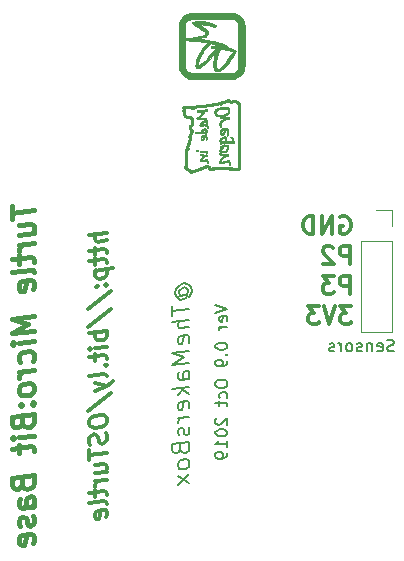
<source format=gbo>
G04 #@! TF.FileFunction,Legend,Bot*
%FSLAX46Y46*%
G04 Gerber Fmt 4.6, Leading zero omitted, Abs format (unit mm)*
G04 Created by KiCad (PCBNEW 4.0.7) date 10/20/19 14:23:03*
%MOMM*%
%LPD*%
G01*
G04 APERTURE LIST*
%ADD10C,0.100000*%
%ADD11C,0.300000*%
%ADD12C,0.200000*%
%ADD13C,0.400000*%
%ADD14C,0.120000*%
%ADD15C,0.002540*%
%ADD16C,0.150000*%
G04 APERTURE END LIST*
D10*
D11*
X155067143Y-84325000D02*
X155210000Y-84253571D01*
X155424286Y-84253571D01*
X155638571Y-84325000D01*
X155781429Y-84467857D01*
X155852857Y-84610714D01*
X155924286Y-84896429D01*
X155924286Y-85110714D01*
X155852857Y-85396429D01*
X155781429Y-85539286D01*
X155638571Y-85682143D01*
X155424286Y-85753571D01*
X155281429Y-85753571D01*
X155067143Y-85682143D01*
X154995714Y-85610714D01*
X154995714Y-85110714D01*
X155281429Y-85110714D01*
X154352857Y-85753571D02*
X154352857Y-84253571D01*
X153495714Y-85753571D01*
X153495714Y-84253571D01*
X152781428Y-85753571D02*
X152781428Y-84253571D01*
X152424285Y-84253571D01*
X152210000Y-84325000D01*
X152067142Y-84467857D01*
X151995714Y-84610714D01*
X151924285Y-84896429D01*
X151924285Y-85110714D01*
X151995714Y-85396429D01*
X152067142Y-85539286D01*
X152210000Y-85682143D01*
X152424285Y-85753571D01*
X152781428Y-85753571D01*
X155852857Y-88303571D02*
X155852857Y-86803571D01*
X155281429Y-86803571D01*
X155138571Y-86875000D01*
X155067143Y-86946429D01*
X154995714Y-87089286D01*
X154995714Y-87303571D01*
X155067143Y-87446429D01*
X155138571Y-87517857D01*
X155281429Y-87589286D01*
X155852857Y-87589286D01*
X154424286Y-86946429D02*
X154352857Y-86875000D01*
X154210000Y-86803571D01*
X153852857Y-86803571D01*
X153710000Y-86875000D01*
X153638571Y-86946429D01*
X153567143Y-87089286D01*
X153567143Y-87232143D01*
X153638571Y-87446429D01*
X154495714Y-88303571D01*
X153567143Y-88303571D01*
X155852857Y-90853571D02*
X155852857Y-89353571D01*
X155281429Y-89353571D01*
X155138571Y-89425000D01*
X155067143Y-89496429D01*
X154995714Y-89639286D01*
X154995714Y-89853571D01*
X155067143Y-89996429D01*
X155138571Y-90067857D01*
X155281429Y-90139286D01*
X155852857Y-90139286D01*
X154495714Y-89353571D02*
X153567143Y-89353571D01*
X154067143Y-89925000D01*
X153852857Y-89925000D01*
X153710000Y-89996429D01*
X153638571Y-90067857D01*
X153567143Y-90210714D01*
X153567143Y-90567857D01*
X153638571Y-90710714D01*
X153710000Y-90782143D01*
X153852857Y-90853571D01*
X154281429Y-90853571D01*
X154424286Y-90782143D01*
X154495714Y-90710714D01*
X155995714Y-91903571D02*
X155067143Y-91903571D01*
X155567143Y-92475000D01*
X155352857Y-92475000D01*
X155210000Y-92546429D01*
X155138571Y-92617857D01*
X155067143Y-92760714D01*
X155067143Y-93117857D01*
X155138571Y-93260714D01*
X155210000Y-93332143D01*
X155352857Y-93403571D01*
X155781429Y-93403571D01*
X155924286Y-93332143D01*
X155995714Y-93260714D01*
X154638572Y-91903571D02*
X154138572Y-93403571D01*
X153638572Y-91903571D01*
X153281429Y-91903571D02*
X152352858Y-91903571D01*
X152852858Y-92475000D01*
X152638572Y-92475000D01*
X152495715Y-92546429D01*
X152424286Y-92617857D01*
X152352858Y-92760714D01*
X152352858Y-93117857D01*
X152424286Y-93260714D01*
X152495715Y-93332143D01*
X152638572Y-93403571D01*
X153067144Y-93403571D01*
X153210001Y-93332143D01*
X153281429Y-93260714D01*
D12*
X141569286Y-90965178D02*
X141497857Y-90902679D01*
X141426429Y-90768750D01*
X141426429Y-90625892D01*
X141497857Y-90474107D01*
X141569286Y-90393750D01*
X141712143Y-90304464D01*
X141855000Y-90286607D01*
X141997857Y-90340179D01*
X142069286Y-90402678D01*
X142140714Y-90536607D01*
X142140714Y-90679465D01*
X142069286Y-90831250D01*
X141997857Y-90911607D01*
X141426429Y-90983035D02*
X141997857Y-90911607D01*
X142069286Y-90974107D01*
X142069286Y-91045535D01*
X141997857Y-91197322D01*
X141855000Y-91286607D01*
X141497857Y-91331250D01*
X141283571Y-91215179D01*
X141140714Y-91018750D01*
X141069286Y-90741964D01*
X141140714Y-90447322D01*
X141283571Y-90215179D01*
X141497857Y-90045536D01*
X141783571Y-89938393D01*
X142069286Y-89974107D01*
X142283571Y-90090179D01*
X142426429Y-90286607D01*
X142497857Y-90563393D01*
X142426429Y-90858035D01*
X142283571Y-91090179D01*
X140783571Y-91849107D02*
X140783571Y-92706250D01*
X142283571Y-92090179D02*
X140783571Y-92277679D01*
X142283571Y-93018750D02*
X140783571Y-93206250D01*
X142283571Y-93661607D02*
X141497857Y-93759821D01*
X141355000Y-93706249D01*
X141283571Y-93572321D01*
X141283571Y-93358036D01*
X141355000Y-93206249D01*
X141426429Y-93125892D01*
X142212143Y-94956249D02*
X142283571Y-94804464D01*
X142283571Y-94518750D01*
X142212143Y-94384821D01*
X142069286Y-94331249D01*
X141497857Y-94402678D01*
X141355000Y-94491964D01*
X141283571Y-94643750D01*
X141283571Y-94929464D01*
X141355000Y-95063392D01*
X141497857Y-95116964D01*
X141640714Y-95099107D01*
X141783571Y-94366964D01*
X142283571Y-95661607D02*
X140783571Y-95849107D01*
X141855000Y-96215178D01*
X140783571Y-96849107D01*
X142283571Y-96661607D01*
X142283571Y-98018750D02*
X141497857Y-98116964D01*
X141355000Y-98063392D01*
X141283571Y-97929464D01*
X141283571Y-97643750D01*
X141355000Y-97491964D01*
X142212143Y-98027678D02*
X142283571Y-97875893D01*
X142283571Y-97518750D01*
X142212143Y-97384821D01*
X142069286Y-97331249D01*
X141926429Y-97349106D01*
X141783571Y-97438393D01*
X141712143Y-97590178D01*
X141712143Y-97947321D01*
X141640714Y-98099107D01*
X142283571Y-98733036D02*
X140783571Y-98920536D01*
X141712143Y-98947321D02*
X142283571Y-99304464D01*
X141283571Y-99429464D02*
X141855000Y-98786607D01*
X142212143Y-100527678D02*
X142283571Y-100375893D01*
X142283571Y-100090179D01*
X142212143Y-99956250D01*
X142069286Y-99902678D01*
X141497857Y-99974107D01*
X141355000Y-100063393D01*
X141283571Y-100215179D01*
X141283571Y-100500893D01*
X141355000Y-100634821D01*
X141497857Y-100688393D01*
X141640714Y-100670536D01*
X141783571Y-99938393D01*
X142283571Y-101233036D02*
X141283571Y-101358036D01*
X141569286Y-101322321D02*
X141426429Y-101411606D01*
X141355000Y-101491964D01*
X141283571Y-101643750D01*
X141283571Y-101786607D01*
X142212143Y-102099106D02*
X142283571Y-102233035D01*
X142283571Y-102518750D01*
X142212143Y-102670535D01*
X142069286Y-102759820D01*
X141997857Y-102768749D01*
X141855000Y-102715178D01*
X141783571Y-102581250D01*
X141783571Y-102366964D01*
X141712143Y-102233035D01*
X141569286Y-102179463D01*
X141497857Y-102188392D01*
X141355000Y-102277678D01*
X141283571Y-102429464D01*
X141283571Y-102643750D01*
X141355000Y-102777678D01*
X141497857Y-103974107D02*
X141569286Y-104179464D01*
X141640714Y-104241964D01*
X141783571Y-104295536D01*
X141997857Y-104268750D01*
X142140714Y-104179464D01*
X142212143Y-104099107D01*
X142283571Y-103947321D01*
X142283571Y-103375893D01*
X140783571Y-103563393D01*
X140783571Y-104063393D01*
X140855000Y-104197321D01*
X140926429Y-104259821D01*
X141069286Y-104313392D01*
X141212143Y-104295535D01*
X141355000Y-104206250D01*
X141426429Y-104125892D01*
X141497857Y-103974107D01*
X141497857Y-103474107D01*
X142283571Y-105090179D02*
X142212143Y-104956249D01*
X142140714Y-104893750D01*
X141997857Y-104840178D01*
X141569286Y-104893749D01*
X141426429Y-104983035D01*
X141355000Y-105063392D01*
X141283571Y-105215179D01*
X141283571Y-105429464D01*
X141355000Y-105563392D01*
X141426429Y-105625892D01*
X141569286Y-105679464D01*
X141997857Y-105625893D01*
X142140714Y-105536607D01*
X142212143Y-105456249D01*
X142283571Y-105304464D01*
X142283571Y-105090179D01*
X142283571Y-106090179D02*
X141283571Y-107000893D01*
X141283571Y-106215179D02*
X142283571Y-106875893D01*
D11*
X135298571Y-85669464D02*
X133798571Y-85856964D01*
X135298571Y-86312321D02*
X134512857Y-86410535D01*
X134370000Y-86356963D01*
X134298571Y-86223035D01*
X134298571Y-86008750D01*
X134370000Y-85856963D01*
X134441429Y-85776606D01*
X134298571Y-86937321D02*
X134298571Y-87508750D01*
X133798571Y-87214107D02*
X135084286Y-87053392D01*
X135227143Y-87106963D01*
X135298571Y-87240893D01*
X135298571Y-87383750D01*
X134298571Y-87794464D02*
X134298571Y-88365893D01*
X133798571Y-88071250D02*
X135084286Y-87910535D01*
X135227143Y-87964106D01*
X135298571Y-88098036D01*
X135298571Y-88240893D01*
X134298571Y-88865893D02*
X135798571Y-88678393D01*
X134370000Y-88856964D02*
X134298571Y-89008750D01*
X134298571Y-89294464D01*
X134370000Y-89428392D01*
X134441429Y-89490892D01*
X134584286Y-89544464D01*
X135012857Y-89490893D01*
X135155714Y-89401607D01*
X135227143Y-89321249D01*
X135298571Y-89169464D01*
X135298571Y-88883750D01*
X135227143Y-88749821D01*
X135155714Y-90115893D02*
X135227143Y-90178392D01*
X135298571Y-90098036D01*
X135227143Y-90035535D01*
X135155714Y-90115893D01*
X135298571Y-90098036D01*
X134370000Y-90214107D02*
X134441429Y-90276606D01*
X134512857Y-90196250D01*
X134441429Y-90133749D01*
X134370000Y-90214107D01*
X134512857Y-90196250D01*
X133727143Y-92080178D02*
X135655714Y-90553393D01*
X133727143Y-93651607D02*
X135655714Y-92124822D01*
X135298571Y-93955180D02*
X133798571Y-94142680D01*
X134370000Y-94071251D02*
X134298571Y-94223037D01*
X134298571Y-94508751D01*
X134370000Y-94642679D01*
X134441429Y-94705179D01*
X134584286Y-94758751D01*
X135012857Y-94705180D01*
X135155714Y-94615894D01*
X135227143Y-94535536D01*
X135298571Y-94383751D01*
X135298571Y-94098037D01*
X135227143Y-93964108D01*
X135298571Y-95312323D02*
X134298571Y-95437323D01*
X133798571Y-95499823D02*
X133870000Y-95419465D01*
X133941429Y-95481965D01*
X133870000Y-95562322D01*
X133798571Y-95499823D01*
X133941429Y-95481965D01*
X134298571Y-95937323D02*
X134298571Y-96508752D01*
X133798571Y-96214109D02*
X135084286Y-96053394D01*
X135227143Y-96106965D01*
X135298571Y-96240895D01*
X135298571Y-96383752D01*
X135155714Y-96901609D02*
X135227143Y-96964108D01*
X135298571Y-96883752D01*
X135227143Y-96821251D01*
X135155714Y-96901609D01*
X135298571Y-96883752D01*
X135298571Y-97812324D02*
X135227143Y-97678394D01*
X135084286Y-97624823D01*
X133798571Y-97785538D01*
X134298571Y-98365895D02*
X135298571Y-98598038D01*
X134298571Y-99080180D02*
X135298571Y-98598038D01*
X135655714Y-98410537D01*
X135727143Y-98330180D01*
X135798571Y-98178395D01*
X133727143Y-100794465D02*
X135655714Y-99267680D01*
X133798571Y-101571252D02*
X133798571Y-101856966D01*
X133870000Y-101990895D01*
X134012857Y-102115895D01*
X134298571Y-102151609D01*
X134798571Y-102089109D01*
X135084286Y-101981966D01*
X135227143Y-101821252D01*
X135298571Y-101669466D01*
X135298571Y-101383752D01*
X135227143Y-101249823D01*
X135084286Y-101124823D01*
X134798571Y-101089109D01*
X134298571Y-101151609D01*
X134012857Y-101258752D01*
X133870000Y-101419466D01*
X133798571Y-101571252D01*
X135227143Y-102606966D02*
X135298571Y-102812324D01*
X135298571Y-103169467D01*
X135227143Y-103321252D01*
X135155714Y-103401610D01*
X135012857Y-103490895D01*
X134870000Y-103508752D01*
X134727143Y-103455181D01*
X134655714Y-103392681D01*
X134584286Y-103258752D01*
X134512857Y-102981967D01*
X134441429Y-102848037D01*
X134370000Y-102785538D01*
X134227143Y-102731966D01*
X134084286Y-102749823D01*
X133941429Y-102839109D01*
X133870000Y-102919466D01*
X133798571Y-103071253D01*
X133798571Y-103428395D01*
X133870000Y-103633752D01*
X133798571Y-104071252D02*
X133798571Y-104928395D01*
X135298571Y-104312324D02*
X133798571Y-104499824D01*
X134298571Y-106008752D02*
X135298571Y-105883752D01*
X134298571Y-105365895D02*
X135084286Y-105267680D01*
X135227143Y-105321251D01*
X135298571Y-105455181D01*
X135298571Y-105669466D01*
X135227143Y-105821251D01*
X135155714Y-105901609D01*
X135298571Y-106598038D02*
X134298571Y-106723038D01*
X134584286Y-106687323D02*
X134441429Y-106776608D01*
X134370000Y-106856966D01*
X134298571Y-107008752D01*
X134298571Y-107151609D01*
X134298571Y-107437323D02*
X134298571Y-108008752D01*
X133798571Y-107714109D02*
X135084286Y-107553394D01*
X135227143Y-107606965D01*
X135298571Y-107740895D01*
X135298571Y-107883752D01*
X135298571Y-108598038D02*
X135227143Y-108464108D01*
X135084286Y-108410537D01*
X133798571Y-108571252D01*
X135227143Y-109749822D02*
X135298571Y-109598037D01*
X135298571Y-109312323D01*
X135227143Y-109178394D01*
X135084286Y-109124822D01*
X134512857Y-109196251D01*
X134370000Y-109285537D01*
X134298571Y-109437323D01*
X134298571Y-109723037D01*
X134370000Y-109856965D01*
X134512857Y-109910537D01*
X134655714Y-109892680D01*
X134798571Y-109160537D01*
D12*
X144486381Y-91789238D02*
X145486381Y-92122571D01*
X144486381Y-92455905D01*
X145438762Y-93170191D02*
X145486381Y-93074953D01*
X145486381Y-92884476D01*
X145438762Y-92789238D01*
X145343524Y-92741619D01*
X144962571Y-92741619D01*
X144867333Y-92789238D01*
X144819714Y-92884476D01*
X144819714Y-93074953D01*
X144867333Y-93170191D01*
X144962571Y-93217810D01*
X145057810Y-93217810D01*
X145153048Y-92741619D01*
X145486381Y-93646381D02*
X144819714Y-93646381D01*
X145010190Y-93646381D02*
X144914952Y-93694000D01*
X144867333Y-93741619D01*
X144819714Y-93836857D01*
X144819714Y-93932096D01*
X144486381Y-95217810D02*
X144486381Y-95313049D01*
X144534000Y-95408287D01*
X144581619Y-95455906D01*
X144676857Y-95503525D01*
X144867333Y-95551144D01*
X145105429Y-95551144D01*
X145295905Y-95503525D01*
X145391143Y-95455906D01*
X145438762Y-95408287D01*
X145486381Y-95313049D01*
X145486381Y-95217810D01*
X145438762Y-95122572D01*
X145391143Y-95074953D01*
X145295905Y-95027334D01*
X145105429Y-94979715D01*
X144867333Y-94979715D01*
X144676857Y-95027334D01*
X144581619Y-95074953D01*
X144534000Y-95122572D01*
X144486381Y-95217810D01*
X145391143Y-95979715D02*
X145438762Y-96027334D01*
X145486381Y-95979715D01*
X145438762Y-95932096D01*
X145391143Y-95979715D01*
X145486381Y-95979715D01*
X145486381Y-96503524D02*
X145486381Y-96694000D01*
X145438762Y-96789239D01*
X145391143Y-96836858D01*
X145248286Y-96932096D01*
X145057810Y-96979715D01*
X144676857Y-96979715D01*
X144581619Y-96932096D01*
X144534000Y-96884477D01*
X144486381Y-96789239D01*
X144486381Y-96598762D01*
X144534000Y-96503524D01*
X144581619Y-96455905D01*
X144676857Y-96408286D01*
X144914952Y-96408286D01*
X145010190Y-96455905D01*
X145057810Y-96503524D01*
X145105429Y-96598762D01*
X145105429Y-96789239D01*
X145057810Y-96884477D01*
X145010190Y-96932096D01*
X144914952Y-96979715D01*
X144486381Y-98360667D02*
X144486381Y-98551144D01*
X144534000Y-98646382D01*
X144629238Y-98741620D01*
X144819714Y-98789239D01*
X145153048Y-98789239D01*
X145343524Y-98741620D01*
X145438762Y-98646382D01*
X145486381Y-98551144D01*
X145486381Y-98360667D01*
X145438762Y-98265429D01*
X145343524Y-98170191D01*
X145153048Y-98122572D01*
X144819714Y-98122572D01*
X144629238Y-98170191D01*
X144534000Y-98265429D01*
X144486381Y-98360667D01*
X145438762Y-99646382D02*
X145486381Y-99551144D01*
X145486381Y-99360667D01*
X145438762Y-99265429D01*
X145391143Y-99217810D01*
X145295905Y-99170191D01*
X145010190Y-99170191D01*
X144914952Y-99217810D01*
X144867333Y-99265429D01*
X144819714Y-99360667D01*
X144819714Y-99551144D01*
X144867333Y-99646382D01*
X144819714Y-99932096D02*
X144819714Y-100313048D01*
X144486381Y-100074953D02*
X145343524Y-100074953D01*
X145438762Y-100122572D01*
X145486381Y-100217810D01*
X145486381Y-100313048D01*
X144581619Y-101360668D02*
X144534000Y-101408287D01*
X144486381Y-101503525D01*
X144486381Y-101741621D01*
X144534000Y-101836859D01*
X144581619Y-101884478D01*
X144676857Y-101932097D01*
X144772095Y-101932097D01*
X144914952Y-101884478D01*
X145486381Y-101313049D01*
X145486381Y-101932097D01*
X144486381Y-102551144D02*
X144486381Y-102646383D01*
X144534000Y-102741621D01*
X144581619Y-102789240D01*
X144676857Y-102836859D01*
X144867333Y-102884478D01*
X145105429Y-102884478D01*
X145295905Y-102836859D01*
X145391143Y-102789240D01*
X145438762Y-102741621D01*
X145486381Y-102646383D01*
X145486381Y-102551144D01*
X145438762Y-102455906D01*
X145391143Y-102408287D01*
X145295905Y-102360668D01*
X145105429Y-102313049D01*
X144867333Y-102313049D01*
X144676857Y-102360668D01*
X144581619Y-102408287D01*
X144534000Y-102455906D01*
X144486381Y-102551144D01*
X145486381Y-103836859D02*
X145486381Y-103265430D01*
X145486381Y-103551144D02*
X144486381Y-103551144D01*
X144629238Y-103455906D01*
X144724476Y-103360668D01*
X144772095Y-103265430D01*
X145486381Y-104313049D02*
X145486381Y-104503525D01*
X145438762Y-104598764D01*
X145391143Y-104646383D01*
X145248286Y-104741621D01*
X145057810Y-104789240D01*
X144676857Y-104789240D01*
X144581619Y-104741621D01*
X144534000Y-104694002D01*
X144486381Y-104598764D01*
X144486381Y-104408287D01*
X144534000Y-104313049D01*
X144581619Y-104265430D01*
X144676857Y-104217811D01*
X144914952Y-104217811D01*
X145010190Y-104265430D01*
X145057810Y-104313049D01*
X145105429Y-104408287D01*
X145105429Y-104598764D01*
X145057810Y-104694002D01*
X145010190Y-104741621D01*
X144914952Y-104789240D01*
D13*
X127256905Y-83424970D02*
X127256905Y-84482113D01*
X129106905Y-83722292D02*
X127256905Y-83953542D01*
X127873571Y-85814554D02*
X129106905Y-85660387D01*
X127873571Y-85021697D02*
X128842619Y-84900566D01*
X129018810Y-84966637D01*
X129106905Y-85131816D01*
X129106905Y-85396102D01*
X129018810Y-85583304D01*
X128930714Y-85682411D01*
X129106905Y-86541340D02*
X127873571Y-86695507D01*
X128225952Y-86651459D02*
X128049762Y-86761578D01*
X127961667Y-86860686D01*
X127873571Y-87047888D01*
X127873571Y-87224079D01*
X127873571Y-87576459D02*
X127873571Y-88281221D01*
X127256905Y-87917828D02*
X128842619Y-87719614D01*
X129018810Y-87785685D01*
X129106905Y-87950864D01*
X129106905Y-88127054D01*
X129106905Y-89008007D02*
X129018810Y-88842828D01*
X128842619Y-88776757D01*
X127256905Y-88974971D01*
X129018810Y-90428543D02*
X129106905Y-90241341D01*
X129106905Y-89888960D01*
X129018810Y-89723781D01*
X128842619Y-89657710D01*
X128137857Y-89745805D01*
X127961667Y-89855924D01*
X127873571Y-90043127D01*
X127873571Y-90395508D01*
X127961667Y-90560686D01*
X128137857Y-90626757D01*
X128314048Y-90604733D01*
X128490238Y-89701757D01*
X129106905Y-92708007D02*
X127256905Y-92939257D01*
X128578333Y-93390745D01*
X127256905Y-94172591D01*
X129106905Y-93941341D01*
X129106905Y-94822293D02*
X127873571Y-94976460D01*
X127256905Y-95053543D02*
X127345000Y-94954436D01*
X127433095Y-95031519D01*
X127345000Y-95130626D01*
X127256905Y-95053543D01*
X127433095Y-95031519D01*
X129018810Y-96507114D02*
X129106905Y-96319912D01*
X129106905Y-95967531D01*
X129018810Y-95802352D01*
X128930714Y-95725269D01*
X128754524Y-95659198D01*
X128225952Y-95725269D01*
X128049762Y-95835388D01*
X127961667Y-95934495D01*
X127873571Y-96121698D01*
X127873571Y-96474079D01*
X127961667Y-96639257D01*
X129106905Y-97288959D02*
X127873571Y-97443126D01*
X128225952Y-97399078D02*
X128049762Y-97509197D01*
X127961667Y-97608305D01*
X127873571Y-97795507D01*
X127873571Y-97971698D01*
X129106905Y-98698483D02*
X129018810Y-98533304D01*
X128930714Y-98456221D01*
X128754524Y-98390150D01*
X128225952Y-98456221D01*
X128049762Y-98566340D01*
X127961667Y-98665447D01*
X127873571Y-98852650D01*
X127873571Y-99116936D01*
X127961667Y-99282114D01*
X128049762Y-99359197D01*
X128225952Y-99425269D01*
X128754524Y-99359198D01*
X128930714Y-99249078D01*
X129018810Y-99149971D01*
X129106905Y-98962769D01*
X129106905Y-98698483D01*
X128930714Y-100130031D02*
X129018810Y-100207114D01*
X129106905Y-100108007D01*
X129018810Y-100030924D01*
X128930714Y-100130031D01*
X129106905Y-100108007D01*
X127961667Y-100251162D02*
X128049762Y-100328245D01*
X128137857Y-100229138D01*
X128049762Y-100152055D01*
X127961667Y-100251162D01*
X128137857Y-100229138D01*
X128137857Y-101726757D02*
X128225952Y-101980031D01*
X128314048Y-102057114D01*
X128490238Y-102123185D01*
X128754524Y-102090150D01*
X128930714Y-101980031D01*
X129018810Y-101880924D01*
X129106905Y-101693721D01*
X129106905Y-100988959D01*
X127256905Y-101220209D01*
X127256905Y-101836876D01*
X127345000Y-102002054D01*
X127433095Y-102079138D01*
X127609286Y-102145209D01*
X127785476Y-102123186D01*
X127961667Y-102013067D01*
X128049762Y-101913959D01*
X128137857Y-101726757D01*
X128137857Y-101110090D01*
X129106905Y-102838959D02*
X127873571Y-102993126D01*
X127256905Y-103070209D02*
X127345000Y-102971102D01*
X127433095Y-103048185D01*
X127345000Y-103147292D01*
X127256905Y-103070209D01*
X127433095Y-103048185D01*
X127873571Y-103609792D02*
X127873571Y-104314554D01*
X127256905Y-103951161D02*
X128842619Y-103752947D01*
X129018810Y-103819018D01*
X129106905Y-103984197D01*
X129106905Y-104160387D01*
X128137857Y-106924376D02*
X128225952Y-107177650D01*
X128314048Y-107254733D01*
X128490238Y-107320804D01*
X128754524Y-107287769D01*
X128930714Y-107177650D01*
X129018810Y-107078543D01*
X129106905Y-106891340D01*
X129106905Y-106186578D01*
X127256905Y-106417828D01*
X127256905Y-107034495D01*
X127345000Y-107199673D01*
X127433095Y-107276757D01*
X127609286Y-107342828D01*
X127785476Y-107320805D01*
X127961667Y-107210686D01*
X128049762Y-107111578D01*
X128137857Y-106924376D01*
X128137857Y-106307709D01*
X129106905Y-108829435D02*
X128137857Y-108950566D01*
X127961667Y-108884495D01*
X127873571Y-108719317D01*
X127873571Y-108366936D01*
X127961667Y-108179733D01*
X129018810Y-108840447D02*
X129106905Y-108653245D01*
X129106905Y-108212769D01*
X129018810Y-108047590D01*
X128842619Y-107981519D01*
X128666429Y-108003542D01*
X128490238Y-108113661D01*
X128402143Y-108300864D01*
X128402143Y-108741340D01*
X128314048Y-108928542D01*
X129018810Y-109633305D02*
X129106905Y-109798483D01*
X129106905Y-110150864D01*
X129018810Y-110338067D01*
X128842619Y-110448186D01*
X128754524Y-110459198D01*
X128578333Y-110393126D01*
X128490238Y-110227947D01*
X128490238Y-109963662D01*
X128402143Y-109798483D01*
X128225952Y-109732412D01*
X128137857Y-109743424D01*
X127961667Y-109853543D01*
X127873571Y-110040746D01*
X127873571Y-110305031D01*
X127961667Y-110470210D01*
X129018810Y-111923781D02*
X129106905Y-111736579D01*
X129106905Y-111384198D01*
X129018810Y-111219019D01*
X128842619Y-111152948D01*
X128137857Y-111241043D01*
X127961667Y-111351162D01*
X127873571Y-111538365D01*
X127873571Y-111890746D01*
X127961667Y-112055924D01*
X128137857Y-112121995D01*
X128314048Y-112099971D01*
X128490238Y-111196995D01*
D14*
X159445000Y-94040000D02*
X156785000Y-94040000D01*
X159445000Y-86360000D02*
X159445000Y-94040000D01*
X156785000Y-86360000D02*
X156785000Y-94040000D01*
X159445000Y-86360000D02*
X156785000Y-86360000D01*
X159445000Y-85090000D02*
X159445000Y-83760000D01*
X159445000Y-83760000D02*
X158115000Y-83760000D01*
D15*
G36*
X142384780Y-80566260D02*
X142422880Y-80566260D01*
X142448280Y-80563720D01*
X142471140Y-80561180D01*
X142488920Y-80556100D01*
X142509240Y-80545940D01*
X142516860Y-80543400D01*
X142544800Y-80530700D01*
X142570200Y-80520540D01*
X142600680Y-80510380D01*
X142636240Y-80500220D01*
X142681960Y-80490060D01*
X142735300Y-80477360D01*
X142753080Y-80472280D01*
X142826740Y-80457040D01*
X142887700Y-80439260D01*
X142941040Y-80424020D01*
X142986760Y-80403700D01*
X143027400Y-80383380D01*
X142397480Y-80383380D01*
X142382240Y-80383380D01*
X142369540Y-80380840D01*
X142356840Y-80373220D01*
X142341600Y-80360520D01*
X142323820Y-80337660D01*
X142313660Y-80327500D01*
X142290800Y-80299560D01*
X142265400Y-80274160D01*
X142242540Y-80256380D01*
X142234920Y-80248760D01*
X142217140Y-80236060D01*
X142191740Y-80215740D01*
X142161260Y-80190340D01*
X142130780Y-80164940D01*
X142128240Y-80162400D01*
X142100300Y-80139540D01*
X142074900Y-80119220D01*
X142057120Y-80106520D01*
X142046960Y-80098900D01*
X142044420Y-80098900D01*
X142039340Y-80093820D01*
X142039340Y-80076040D01*
X142039340Y-80050640D01*
X142044420Y-80020160D01*
X142049500Y-79989680D01*
X142052040Y-79979520D01*
X142054580Y-79966820D01*
X142059660Y-79954120D01*
X142059660Y-79938880D01*
X142062200Y-79921100D01*
X142064740Y-79895700D01*
X142067280Y-79862680D01*
X142067280Y-79824580D01*
X142069820Y-79776320D01*
X142069820Y-79717900D01*
X142072360Y-79646780D01*
X142074900Y-79562960D01*
X142074900Y-79509620D01*
X142077440Y-79423260D01*
X142077440Y-79336900D01*
X142079980Y-79250540D01*
X142079980Y-79166720D01*
X142082520Y-79087980D01*
X142082520Y-79016860D01*
X142082520Y-78953360D01*
X142082520Y-78905100D01*
X142082520Y-78892400D01*
X142082520Y-78699360D01*
X142143480Y-78638400D01*
X142201900Y-78577440D01*
X142201900Y-78536800D01*
X142201900Y-78508860D01*
X142199360Y-78473300D01*
X142194280Y-78445360D01*
X142191740Y-78412340D01*
X142194280Y-78381860D01*
X142199360Y-78348840D01*
X142209520Y-78308200D01*
X142227300Y-78262480D01*
X142250160Y-78206600D01*
X142255240Y-78191360D01*
X142275560Y-78148180D01*
X142288260Y-78115160D01*
X142295880Y-78087220D01*
X142300960Y-78061820D01*
X142306040Y-78033880D01*
X142308580Y-78016100D01*
X142313660Y-77970380D01*
X142318740Y-77934820D01*
X142326360Y-77906880D01*
X142336520Y-77886560D01*
X142349220Y-77866240D01*
X142369540Y-77845920D01*
X142372080Y-77843380D01*
X142392400Y-77820520D01*
X142410180Y-77795120D01*
X142422880Y-77777340D01*
X142422880Y-77777340D01*
X142427960Y-77757020D01*
X142433040Y-77726540D01*
X142440660Y-77690980D01*
X142443200Y-77652880D01*
X142448280Y-77619860D01*
X142448280Y-77594460D01*
X142445740Y-77579220D01*
X142438120Y-77566520D01*
X142425420Y-77543660D01*
X142407640Y-77523340D01*
X142387320Y-77500480D01*
X142379700Y-77485240D01*
X142377160Y-77475080D01*
X142379700Y-77470000D01*
X142387320Y-77459840D01*
X142400020Y-77439520D01*
X142417800Y-77411580D01*
X142438120Y-77381100D01*
X142443200Y-77373480D01*
X142496540Y-77287120D01*
X142499080Y-77210920D01*
X142501620Y-77175360D01*
X142504160Y-77152500D01*
X142506700Y-77139800D01*
X142511780Y-77129640D01*
X142519400Y-77124560D01*
X142524480Y-77122020D01*
X142547340Y-77101700D01*
X142562580Y-77073760D01*
X142570200Y-77043280D01*
X142570200Y-77038200D01*
X142562580Y-77010260D01*
X142544800Y-76982320D01*
X142514320Y-76954380D01*
X142501620Y-76944220D01*
X142488920Y-76931520D01*
X142478760Y-76923900D01*
X142471140Y-76913740D01*
X142463520Y-76901040D01*
X142460980Y-76880720D01*
X142455900Y-76855320D01*
X142450820Y-76817220D01*
X142448280Y-76768960D01*
X142445740Y-76753720D01*
X142435580Y-76644500D01*
X142463520Y-76614020D01*
X142496540Y-76578460D01*
X142521940Y-76542900D01*
X142542260Y-76512420D01*
X142547340Y-76502260D01*
X142552420Y-76479400D01*
X142557500Y-76446380D01*
X142562580Y-76403200D01*
X142567660Y-76357480D01*
X142572740Y-76306680D01*
X142575280Y-76258420D01*
X142575280Y-76212700D01*
X142575280Y-76210160D01*
X142575280Y-76161900D01*
X142570200Y-76118720D01*
X142565120Y-76075540D01*
X142554960Y-76027280D01*
X142544800Y-75981560D01*
X142534640Y-75948540D01*
X142521940Y-75923140D01*
X142509240Y-75900280D01*
X142488920Y-75877420D01*
X142463520Y-75852020D01*
X142443200Y-75834240D01*
X142422880Y-75819000D01*
X142400020Y-75811380D01*
X142372080Y-75803760D01*
X142336520Y-75796140D01*
X142293340Y-75793600D01*
X142242540Y-75788520D01*
X142163800Y-75780900D01*
X142095220Y-75768200D01*
X142039340Y-75747880D01*
X141993620Y-75722480D01*
X141988540Y-75719940D01*
X141963140Y-75694540D01*
X141935200Y-75656440D01*
X141927580Y-75643740D01*
X141914880Y-75615800D01*
X141904720Y-75592940D01*
X141902180Y-75575160D01*
X141902180Y-75552300D01*
X141902180Y-75549760D01*
X141902180Y-75511660D01*
X141894560Y-75468480D01*
X141886940Y-75438000D01*
X141874240Y-75399900D01*
X141869160Y-75371960D01*
X141866620Y-75354180D01*
X141871700Y-75338940D01*
X141876780Y-75323700D01*
X141881860Y-75316080D01*
X141897100Y-75285600D01*
X141902180Y-75242420D01*
X141897100Y-75194160D01*
X141892020Y-75178920D01*
X141886940Y-75156060D01*
X141881860Y-75135740D01*
X141881860Y-75128120D01*
X141886940Y-75128120D01*
X141907260Y-75125580D01*
X141930120Y-75125580D01*
X141932660Y-75125580D01*
X141960600Y-75125580D01*
X141980920Y-75123040D01*
X141998700Y-75117960D01*
X142016480Y-75105260D01*
X142049500Y-75082400D01*
X142168880Y-75090020D01*
X142214600Y-75092560D01*
X142247620Y-75097640D01*
X142273020Y-75100180D01*
X142290800Y-75105260D01*
X142306040Y-75110340D01*
X142321280Y-75117960D01*
X142328900Y-75123040D01*
X142359380Y-75138280D01*
X142387320Y-75145900D01*
X142407640Y-75145900D01*
X142435580Y-75148440D01*
X142458440Y-75150980D01*
X142466060Y-75153520D01*
X142483840Y-75156060D01*
X142509240Y-75161140D01*
X142542260Y-75161140D01*
X142554960Y-75161140D01*
X142587980Y-75161140D01*
X142608300Y-75161140D01*
X142623540Y-75156060D01*
X142633700Y-75148440D01*
X142646400Y-75138280D01*
X142648940Y-75135740D01*
X142664180Y-75115420D01*
X142671800Y-75095100D01*
X142674340Y-75092560D01*
X142674340Y-75082400D01*
X142679420Y-75077320D01*
X142694660Y-75072240D01*
X142720060Y-75069700D01*
X142753080Y-75067160D01*
X142791180Y-75064620D01*
X142814040Y-75064620D01*
X142857220Y-75062080D01*
X142913100Y-75057000D01*
X142984220Y-75049380D01*
X143070580Y-75036680D01*
X143169640Y-75018900D01*
X143177260Y-75018900D01*
X143220440Y-75011280D01*
X143261080Y-75006200D01*
X143291560Y-75001120D01*
X143314420Y-74998580D01*
X143322040Y-74996040D01*
X143334740Y-74996040D01*
X143357600Y-74998580D01*
X143388080Y-74998580D01*
X143418560Y-75001120D01*
X143451580Y-75001120D01*
X143482060Y-75003660D01*
X143502380Y-75006200D01*
X143510000Y-75008740D01*
X143535400Y-75018900D01*
X143565880Y-75021440D01*
X143596360Y-75018900D01*
X143621760Y-75008740D01*
X143634460Y-74993500D01*
X143647160Y-74985880D01*
X143672560Y-74978260D01*
X143713200Y-74968100D01*
X143769080Y-74960480D01*
X143837660Y-74950320D01*
X143916400Y-74942700D01*
X143977360Y-74937620D01*
X144030700Y-74932540D01*
X144081500Y-74927460D01*
X144124680Y-74922380D01*
X144160240Y-74917300D01*
X144185640Y-74914760D01*
X144198340Y-74912220D01*
X144218660Y-74902060D01*
X144246600Y-74891900D01*
X144272000Y-74881740D01*
X144292320Y-74874120D01*
X144307560Y-74866500D01*
X144325340Y-74863960D01*
X144345660Y-74861420D01*
X144371060Y-74861420D01*
X144404080Y-74863960D01*
X144449800Y-74866500D01*
X144470120Y-74866500D01*
X144515840Y-74869040D01*
X144551400Y-74869040D01*
X144579340Y-74863960D01*
X144604740Y-74856340D01*
X144632680Y-74843640D01*
X144665700Y-74823320D01*
X144703800Y-74805540D01*
X144731740Y-74795380D01*
X144759680Y-74790300D01*
X144787620Y-74795380D01*
X144825720Y-74805540D01*
X144835880Y-74810620D01*
X144873980Y-74823320D01*
X144904460Y-74830940D01*
X144924780Y-74830940D01*
X144942560Y-74828400D01*
X144957800Y-74820780D01*
X144960340Y-74820780D01*
X144975580Y-74805540D01*
X144993360Y-74780140D01*
X145011140Y-74749660D01*
X145023840Y-74716640D01*
X145031460Y-74696320D01*
X145036540Y-74676000D01*
X145125440Y-74676000D01*
X145216880Y-74676000D01*
X145280380Y-74645520D01*
X145348960Y-74612500D01*
X145407380Y-74587100D01*
X145455640Y-74566780D01*
X145491200Y-74554080D01*
X145511520Y-74549000D01*
X145529300Y-74546460D01*
X145544540Y-74546460D01*
X145559780Y-74554080D01*
X145580100Y-74569320D01*
X145582640Y-74569320D01*
X145623280Y-74597260D01*
X145661380Y-74620120D01*
X145707100Y-74637900D01*
X145735040Y-74645520D01*
X145788380Y-74660760D01*
X145887440Y-74637900D01*
X145953480Y-74622660D01*
X146006820Y-74615040D01*
X146052540Y-74609960D01*
X146093180Y-74609960D01*
X146131280Y-74617580D01*
X146169380Y-74627740D01*
X146169380Y-74627740D01*
X146212560Y-74642980D01*
X146250660Y-74655680D01*
X146283680Y-74670920D01*
X146306540Y-74681080D01*
X146316700Y-74691240D01*
X146319240Y-74691240D01*
X146321780Y-74701400D01*
X146329400Y-74721720D01*
X146334480Y-74729340D01*
X146342100Y-74752200D01*
X146349720Y-74787760D01*
X146354800Y-74836020D01*
X146357340Y-74896980D01*
X146359880Y-74973180D01*
X146362420Y-75062080D01*
X146362420Y-75163680D01*
X146362420Y-75173840D01*
X146364960Y-75229720D01*
X146364960Y-75295760D01*
X146367500Y-75369420D01*
X146367500Y-75448160D01*
X146370040Y-75526900D01*
X146375120Y-75600560D01*
X146375120Y-75620880D01*
X146382740Y-75857100D01*
X146392900Y-76083160D01*
X146397980Y-76306680D01*
X146403060Y-76530200D01*
X146408140Y-76751180D01*
X146410680Y-76974700D01*
X146413220Y-77200760D01*
X146413220Y-77434440D01*
X146413220Y-77673200D01*
X146413220Y-77924660D01*
X146410680Y-78186280D01*
X146408140Y-78318360D01*
X146405600Y-78503780D01*
X146403060Y-78673960D01*
X146400520Y-78831440D01*
X146397980Y-78976220D01*
X146395440Y-79110840D01*
X146392900Y-79235300D01*
X146390360Y-79352140D01*
X146387820Y-79458820D01*
X146382740Y-79557880D01*
X146380200Y-79649320D01*
X146377660Y-79738220D01*
X146372580Y-79822040D01*
X146370040Y-79867760D01*
X146367500Y-79931260D01*
X146362420Y-79989680D01*
X146359880Y-80043020D01*
X146357340Y-80088740D01*
X146354800Y-80121760D01*
X146354800Y-80144620D01*
X146354800Y-80157320D01*
X146354800Y-80157320D01*
X146347180Y-80157320D01*
X146324320Y-80154780D01*
X146291300Y-80154780D01*
X146243040Y-80152240D01*
X146184620Y-80149700D01*
X146116040Y-80147160D01*
X146037300Y-80142080D01*
X145950940Y-80139540D01*
X145854420Y-80134460D01*
X145752820Y-80129380D01*
X145646140Y-80126840D01*
X145531840Y-80121760D01*
X145415000Y-80114140D01*
X145399760Y-80114140D01*
X145260060Y-80109060D01*
X145133060Y-80103980D01*
X145018760Y-80098900D01*
X144917160Y-80093820D01*
X144828260Y-80088740D01*
X144749520Y-80086200D01*
X144683480Y-80083660D01*
X144622520Y-80081120D01*
X144574260Y-80081120D01*
X144531080Y-80081120D01*
X144498060Y-80081120D01*
X144467580Y-80081120D01*
X144444720Y-80081120D01*
X144426940Y-80083660D01*
X144411700Y-80086200D01*
X144401540Y-80088740D01*
X144391380Y-80091280D01*
X144383760Y-80096360D01*
X144378680Y-80101440D01*
X144371060Y-80106520D01*
X144363440Y-80111600D01*
X144348200Y-80124300D01*
X144332960Y-80131920D01*
X144317720Y-80134460D01*
X144292320Y-80131920D01*
X144282160Y-80131920D01*
X144246600Y-80131920D01*
X144213580Y-80134460D01*
X144172940Y-80144620D01*
X144170400Y-80144620D01*
X144127220Y-80157320D01*
X144096740Y-80164940D01*
X144073880Y-80167480D01*
X144061180Y-80167480D01*
X144051020Y-80164940D01*
X144045940Y-80157320D01*
X144043400Y-80157320D01*
X144038320Y-80139540D01*
X144030700Y-80116680D01*
X144030700Y-80106520D01*
X144023080Y-80078580D01*
X144012920Y-80055720D01*
X143997680Y-80035400D01*
X143974820Y-80017620D01*
X143939260Y-79994760D01*
X143903700Y-79976980D01*
X143814800Y-79933800D01*
X143736060Y-79941420D01*
X143705580Y-79946500D01*
X143677640Y-79951580D01*
X143652240Y-79959200D01*
X143624300Y-79966820D01*
X143588740Y-79979520D01*
X143545560Y-79999840D01*
X143532860Y-80004920D01*
X143482060Y-80025240D01*
X143431260Y-80048100D01*
X143377920Y-80070960D01*
X143332200Y-80091280D01*
X143314420Y-80101440D01*
X143276320Y-80116680D01*
X143248380Y-80129380D01*
X143228060Y-80137000D01*
X143215360Y-80139540D01*
X143205200Y-80137000D01*
X143195040Y-80137000D01*
X143169640Y-80129380D01*
X143139160Y-80129380D01*
X143106140Y-80139540D01*
X143065500Y-80157320D01*
X143017240Y-80182720D01*
X143014700Y-80185260D01*
X142974060Y-80208120D01*
X142938500Y-80228440D01*
X142908020Y-80243680D01*
X142877540Y-80253840D01*
X142844520Y-80266540D01*
X142803880Y-80276700D01*
X142758160Y-80286860D01*
X142712440Y-80297020D01*
X142648940Y-80312260D01*
X142598140Y-80324960D01*
X142557500Y-80335120D01*
X142524480Y-80345280D01*
X142496540Y-80355440D01*
X142473680Y-80363060D01*
X142463520Y-80370680D01*
X142435580Y-80378300D01*
X142405100Y-80383380D01*
X142397480Y-80383380D01*
X143027400Y-80383380D01*
X143029940Y-80380840D01*
X143045180Y-80375760D01*
X143073120Y-80357980D01*
X143095980Y-80347820D01*
X143108680Y-80342740D01*
X143118840Y-80342740D01*
X143129000Y-80347820D01*
X143146780Y-80350360D01*
X143164560Y-80352900D01*
X143187420Y-80347820D01*
X143215360Y-80340200D01*
X143250920Y-80324960D01*
X143299180Y-80304640D01*
X143329660Y-80289400D01*
X143410940Y-80253840D01*
X143487140Y-80218280D01*
X143555720Y-80190340D01*
X143616680Y-80164940D01*
X143667480Y-80144620D01*
X143708120Y-80131920D01*
X143736060Y-80124300D01*
X143738600Y-80124300D01*
X143766540Y-80119220D01*
X143784320Y-80121760D01*
X143804640Y-80126840D01*
X143817340Y-80134460D01*
X143837660Y-80144620D01*
X143850360Y-80157320D01*
X143857980Y-80172560D01*
X143863060Y-80195420D01*
X143865600Y-80208120D01*
X143868140Y-80223360D01*
X143878300Y-80241140D01*
X143893540Y-80258920D01*
X143918940Y-80286860D01*
X143929100Y-80294480D01*
X143954500Y-80319880D01*
X143972280Y-80337660D01*
X143984980Y-80347820D01*
X143997680Y-80352900D01*
X144012920Y-80352900D01*
X144023080Y-80352900D01*
X144076420Y-80350360D01*
X144137380Y-80337660D01*
X144200880Y-80322420D01*
X144228820Y-80314800D01*
X144251680Y-80312260D01*
X144274540Y-80312260D01*
X144305020Y-80314800D01*
X144310100Y-80317340D01*
X144343120Y-80319880D01*
X144371060Y-80319880D01*
X144393920Y-80312260D01*
X144421860Y-80294480D01*
X144444720Y-80276700D01*
X144472660Y-80253840D01*
X145453100Y-80297020D01*
X145572480Y-80302100D01*
X145689320Y-80307180D01*
X145801080Y-80312260D01*
X145907760Y-80317340D01*
X146006820Y-80319880D01*
X146098260Y-80324960D01*
X146182080Y-80327500D01*
X146255740Y-80330040D01*
X146319240Y-80332580D01*
X146372580Y-80335120D01*
X146413220Y-80335120D01*
X146441160Y-80335120D01*
X146456400Y-80335120D01*
X146456400Y-80335120D01*
X146481800Y-80324960D01*
X146504660Y-80304640D01*
X146519900Y-80281780D01*
X146522440Y-80276700D01*
X146524980Y-80264000D01*
X146527520Y-80236060D01*
X146530060Y-80197960D01*
X146535140Y-80149700D01*
X146537680Y-80091280D01*
X146542760Y-80027780D01*
X146545300Y-79954120D01*
X146550380Y-79877920D01*
X146552920Y-79796640D01*
X146558000Y-79715360D01*
X146560540Y-79631540D01*
X146563080Y-79550260D01*
X146565620Y-79468980D01*
X146568160Y-79392780D01*
X146570700Y-79321660D01*
X146573240Y-79278480D01*
X146573240Y-79217520D01*
X146575780Y-79143860D01*
X146575780Y-79060040D01*
X146578320Y-78968600D01*
X146580860Y-78867000D01*
X146580860Y-78760320D01*
X146583400Y-78651100D01*
X146583400Y-78536800D01*
X146585940Y-78425040D01*
X146588480Y-78315820D01*
X146588480Y-78272640D01*
X146588480Y-78171040D01*
X146591020Y-78069440D01*
X146591020Y-77970380D01*
X146593560Y-77873860D01*
X146593560Y-77784960D01*
X146593560Y-77701140D01*
X146596100Y-77627480D01*
X146596100Y-77563980D01*
X146596100Y-77510640D01*
X146596100Y-77470000D01*
X146596100Y-77447140D01*
X146596100Y-77411580D01*
X146596100Y-77360780D01*
X146596100Y-77299820D01*
X146596100Y-77228700D01*
X146596100Y-77152500D01*
X146593560Y-77071220D01*
X146593560Y-76987400D01*
X146591020Y-76903580D01*
X146591020Y-76868020D01*
X146588480Y-76713080D01*
X146583400Y-76563220D01*
X146580860Y-76415900D01*
X146575780Y-76276200D01*
X146573240Y-76144120D01*
X146568160Y-76019660D01*
X146565620Y-75905360D01*
X146563080Y-75803760D01*
X146558000Y-75717400D01*
X146558000Y-75699620D01*
X146555460Y-75643740D01*
X146552920Y-75577700D01*
X146552920Y-75506580D01*
X146550380Y-75435460D01*
X146550380Y-75366880D01*
X146550380Y-75341480D01*
X146550380Y-75275440D01*
X146547840Y-75201780D01*
X146547840Y-75120500D01*
X146542760Y-75041760D01*
X146540220Y-74965560D01*
X146540220Y-74927460D01*
X146527520Y-74711560D01*
X146494500Y-74640440D01*
X146476720Y-74607420D01*
X146464020Y-74582020D01*
X146451320Y-74564240D01*
X146446240Y-74559160D01*
X146425920Y-74543920D01*
X146395440Y-74528680D01*
X146354800Y-74508360D01*
X146311620Y-74490580D01*
X146268440Y-74472800D01*
X146230340Y-74457560D01*
X146189700Y-74444860D01*
X146156680Y-74437240D01*
X146131280Y-74432160D01*
X146100800Y-74429620D01*
X146080480Y-74429620D01*
X146006820Y-74434700D01*
X145923000Y-74447400D01*
X145849340Y-74462640D01*
X145813780Y-74470260D01*
X145785840Y-74470260D01*
X145755360Y-74462640D01*
X145722340Y-74447400D01*
X145684240Y-74424540D01*
X145666460Y-74409300D01*
X145630900Y-74386440D01*
X145605500Y-74371200D01*
X145580100Y-74363580D01*
X145554700Y-74361040D01*
X145521680Y-74363580D01*
X145483580Y-74371200D01*
X145453100Y-74378820D01*
X145412460Y-74391520D01*
X145366740Y-74409300D01*
X145313400Y-74429620D01*
X145262600Y-74455020D01*
X145219420Y-74475340D01*
X145201640Y-74482960D01*
X145186400Y-74490580D01*
X145168620Y-74493120D01*
X145148300Y-74495660D01*
X145117820Y-74495660D01*
X145077180Y-74495660D01*
X145072100Y-74495660D01*
X145023840Y-74498200D01*
X144983200Y-74500740D01*
X144955260Y-74505820D01*
X144932400Y-74518520D01*
X144912080Y-74536300D01*
X144894300Y-74564240D01*
X144873980Y-74602340D01*
X144863820Y-74622660D01*
X144856200Y-74622660D01*
X144838420Y-74620120D01*
X144813020Y-74615040D01*
X144805400Y-74612500D01*
X144759680Y-74607420D01*
X144729200Y-74607420D01*
X144721580Y-74607420D01*
X144678400Y-74620120D01*
X144632680Y-74640440D01*
X144586960Y-74663300D01*
X144574260Y-74670920D01*
X144561560Y-74678540D01*
X144548860Y-74683620D01*
X144533620Y-74688700D01*
X144515840Y-74688700D01*
X144492980Y-74688700D01*
X144462500Y-74688700D01*
X144419320Y-74683620D01*
X144365980Y-74678540D01*
X144363440Y-74678540D01*
X144338040Y-74678540D01*
X144312640Y-74678540D01*
X144284700Y-74686160D01*
X144256760Y-74693780D01*
X144223740Y-74706480D01*
X144193260Y-74716640D01*
X144170400Y-74726800D01*
X144165320Y-74729340D01*
X144152620Y-74734420D01*
X144132300Y-74739500D01*
X144104360Y-74742040D01*
X144066260Y-74747120D01*
X144015460Y-74752200D01*
X143954500Y-74757280D01*
X143885920Y-74764900D01*
X143819880Y-74772520D01*
X143756380Y-74780140D01*
X143695420Y-74790300D01*
X143642080Y-74797920D01*
X143598900Y-74805540D01*
X143568420Y-74815700D01*
X143558260Y-74818240D01*
X143540480Y-74818240D01*
X143522700Y-74815700D01*
X143497300Y-74813160D01*
X143461740Y-74818240D01*
X143461740Y-74818240D01*
X143428720Y-74823320D01*
X143393160Y-74820780D01*
X143375380Y-74818240D01*
X143352520Y-74815700D01*
X143332200Y-74813160D01*
X143309340Y-74815700D01*
X143281400Y-74818240D01*
X143240760Y-74825860D01*
X143225520Y-74828400D01*
X143131540Y-74846180D01*
X143045180Y-74858880D01*
X142963900Y-74869040D01*
X142882620Y-74876660D01*
X142793720Y-74884280D01*
X142717520Y-74889360D01*
X142651480Y-74891900D01*
X142600680Y-74896980D01*
X142560040Y-74899520D01*
X142529560Y-74904600D01*
X142506700Y-74907140D01*
X142488920Y-74914760D01*
X142476220Y-74922380D01*
X142468600Y-74932540D01*
X142460980Y-74940160D01*
X142450820Y-74952860D01*
X142438120Y-74957940D01*
X142420340Y-74955400D01*
X142394940Y-74947780D01*
X142369540Y-74937620D01*
X142369540Y-74937620D01*
X142356840Y-74930000D01*
X142346680Y-74927460D01*
X142333980Y-74922380D01*
X142316200Y-74919840D01*
X142293340Y-74917300D01*
X142262860Y-74914760D01*
X142219680Y-74912220D01*
X142166340Y-74907140D01*
X142138400Y-74907140D01*
X141986000Y-74896980D01*
X141955520Y-74922380D01*
X141925040Y-74947780D01*
X141848840Y-74940160D01*
X141800580Y-74937620D01*
X141765020Y-74937620D01*
X141739620Y-74940160D01*
X141719300Y-74950320D01*
X141704060Y-74963020D01*
X141701520Y-74965560D01*
X141688820Y-74980800D01*
X141683740Y-74998580D01*
X141681200Y-75021440D01*
X141681200Y-75049380D01*
X141688820Y-75087480D01*
X141698980Y-75138280D01*
X141701520Y-75143360D01*
X141721840Y-75234800D01*
X141701520Y-75270360D01*
X141688820Y-75295760D01*
X141681200Y-75318620D01*
X141681200Y-75346560D01*
X141686280Y-75377040D01*
X141693900Y-75420220D01*
X141701520Y-75450700D01*
X141711680Y-75486260D01*
X141719300Y-75514200D01*
X141721840Y-75531980D01*
X141719300Y-75549760D01*
X141716760Y-75562460D01*
X141714220Y-75582780D01*
X141714220Y-75600560D01*
X141716760Y-75620880D01*
X141726920Y-75646280D01*
X141742160Y-75676760D01*
X141759940Y-75709780D01*
X141782800Y-75750420D01*
X141800580Y-75780900D01*
X141818360Y-75803760D01*
X141833600Y-75821540D01*
X141851380Y-75839320D01*
X141874240Y-75857100D01*
X141897100Y-75877420D01*
X141919960Y-75892660D01*
X141940280Y-75902820D01*
X141965680Y-75912980D01*
X141998700Y-75925680D01*
X142041880Y-75938380D01*
X142052040Y-75940920D01*
X142100300Y-75953620D01*
X142140940Y-75961240D01*
X142179040Y-75966320D01*
X142222220Y-75971400D01*
X142237460Y-75971400D01*
X142283180Y-75973940D01*
X142316200Y-75976480D01*
X142339060Y-75984100D01*
X142354300Y-75996800D01*
X142367000Y-76017120D01*
X142374620Y-76047600D01*
X142382240Y-76075540D01*
X142392400Y-76136500D01*
X142397480Y-76207620D01*
X142394940Y-76286360D01*
X142387320Y-76360020D01*
X142379700Y-76438760D01*
X142321280Y-76504800D01*
X142295880Y-76530200D01*
X142278100Y-76555600D01*
X142262860Y-76575920D01*
X142257780Y-76586080D01*
X142257780Y-76601320D01*
X142257780Y-76626720D01*
X142257780Y-76664820D01*
X142262860Y-76708000D01*
X142265400Y-76758800D01*
X142270480Y-76809600D01*
X142275560Y-76860400D01*
X142280640Y-76903580D01*
X142288260Y-76946760D01*
X142293340Y-76977240D01*
X142303500Y-76997560D01*
X142308580Y-77010260D01*
X142316200Y-77020420D01*
X142321280Y-77030580D01*
X142323820Y-77045820D01*
X142323820Y-77066140D01*
X142323820Y-77094080D01*
X142323820Y-77132180D01*
X142321280Y-77233780D01*
X142252700Y-77337920D01*
X142227300Y-77376020D01*
X142206980Y-77409040D01*
X142189200Y-77436980D01*
X142179040Y-77457300D01*
X142173960Y-77464920D01*
X142166340Y-77492860D01*
X142171420Y-77518260D01*
X142186660Y-77548740D01*
X142217140Y-77584300D01*
X142219680Y-77586840D01*
X142240000Y-77609700D01*
X142252700Y-77627480D01*
X142260320Y-77642720D01*
X142262860Y-77657960D01*
X142262860Y-77663040D01*
X142260320Y-77680820D01*
X142257780Y-77693520D01*
X142245080Y-77711300D01*
X142227300Y-77731620D01*
X142217140Y-77741780D01*
X142191740Y-77772260D01*
X142171420Y-77805280D01*
X142156180Y-77843380D01*
X142146020Y-77886560D01*
X142135860Y-77942440D01*
X142133320Y-77970380D01*
X142128240Y-78008480D01*
X142120620Y-78038960D01*
X142110460Y-78069440D01*
X142097760Y-78105000D01*
X142085060Y-78135480D01*
X142067280Y-78178660D01*
X142049500Y-78226920D01*
X142034260Y-78272640D01*
X142026640Y-78300580D01*
X142019020Y-78338680D01*
X142011400Y-78366620D01*
X142011400Y-78389480D01*
X142011400Y-78412340D01*
X142013940Y-78442820D01*
X142021560Y-78503780D01*
X141968220Y-78562200D01*
X141935200Y-78597760D01*
X141914880Y-78625700D01*
X141909800Y-78643480D01*
X141907260Y-78656180D01*
X141907260Y-78684120D01*
X141904720Y-78719680D01*
X141904720Y-78765400D01*
X141904720Y-78816200D01*
X141904720Y-78872080D01*
X141904720Y-78874620D01*
X141904720Y-78958440D01*
X141902180Y-79047340D01*
X141902180Y-79138780D01*
X141902180Y-79230220D01*
X141899640Y-79321660D01*
X141897100Y-79410560D01*
X141897100Y-79494380D01*
X141894560Y-79575660D01*
X141892020Y-79651860D01*
X141889480Y-79720440D01*
X141886940Y-79778860D01*
X141884400Y-79829660D01*
X141881860Y-79867760D01*
X141879320Y-79893160D01*
X141876780Y-79905860D01*
X141874240Y-79923640D01*
X141869160Y-79956660D01*
X141864080Y-79994760D01*
X141861540Y-80035400D01*
X141859000Y-80055720D01*
X141856460Y-80101440D01*
X141853920Y-80134460D01*
X141853920Y-80157320D01*
X141853920Y-80175100D01*
X141856460Y-80187800D01*
X141861540Y-80197960D01*
X141864080Y-80200500D01*
X141884400Y-80225900D01*
X141917420Y-80248760D01*
X141952980Y-80258920D01*
X141968220Y-80266540D01*
X141991080Y-80281780D01*
X142013940Y-80302100D01*
X142021560Y-80307180D01*
X142052040Y-80332580D01*
X142079980Y-80355440D01*
X142102840Y-80375760D01*
X142107920Y-80378300D01*
X142125700Y-80393540D01*
X142151100Y-80418940D01*
X142179040Y-80446880D01*
X142206980Y-80474820D01*
X142232380Y-80502760D01*
X142255240Y-80528160D01*
X142273020Y-80545940D01*
X142285720Y-80556100D01*
X142285720Y-80556100D01*
X142303500Y-80561180D01*
X142333980Y-80566260D01*
X142374620Y-80566260D01*
X142384780Y-80566260D01*
X142384780Y-80566260D01*
X142384780Y-80566260D01*
G37*
X142384780Y-80566260D02*
X142422880Y-80566260D01*
X142448280Y-80563720D01*
X142471140Y-80561180D01*
X142488920Y-80556100D01*
X142509240Y-80545940D01*
X142516860Y-80543400D01*
X142544800Y-80530700D01*
X142570200Y-80520540D01*
X142600680Y-80510380D01*
X142636240Y-80500220D01*
X142681960Y-80490060D01*
X142735300Y-80477360D01*
X142753080Y-80472280D01*
X142826740Y-80457040D01*
X142887700Y-80439260D01*
X142941040Y-80424020D01*
X142986760Y-80403700D01*
X143027400Y-80383380D01*
X142397480Y-80383380D01*
X142382240Y-80383380D01*
X142369540Y-80380840D01*
X142356840Y-80373220D01*
X142341600Y-80360520D01*
X142323820Y-80337660D01*
X142313660Y-80327500D01*
X142290800Y-80299560D01*
X142265400Y-80274160D01*
X142242540Y-80256380D01*
X142234920Y-80248760D01*
X142217140Y-80236060D01*
X142191740Y-80215740D01*
X142161260Y-80190340D01*
X142130780Y-80164940D01*
X142128240Y-80162400D01*
X142100300Y-80139540D01*
X142074900Y-80119220D01*
X142057120Y-80106520D01*
X142046960Y-80098900D01*
X142044420Y-80098900D01*
X142039340Y-80093820D01*
X142039340Y-80076040D01*
X142039340Y-80050640D01*
X142044420Y-80020160D01*
X142049500Y-79989680D01*
X142052040Y-79979520D01*
X142054580Y-79966820D01*
X142059660Y-79954120D01*
X142059660Y-79938880D01*
X142062200Y-79921100D01*
X142064740Y-79895700D01*
X142067280Y-79862680D01*
X142067280Y-79824580D01*
X142069820Y-79776320D01*
X142069820Y-79717900D01*
X142072360Y-79646780D01*
X142074900Y-79562960D01*
X142074900Y-79509620D01*
X142077440Y-79423260D01*
X142077440Y-79336900D01*
X142079980Y-79250540D01*
X142079980Y-79166720D01*
X142082520Y-79087980D01*
X142082520Y-79016860D01*
X142082520Y-78953360D01*
X142082520Y-78905100D01*
X142082520Y-78892400D01*
X142082520Y-78699360D01*
X142143480Y-78638400D01*
X142201900Y-78577440D01*
X142201900Y-78536800D01*
X142201900Y-78508860D01*
X142199360Y-78473300D01*
X142194280Y-78445360D01*
X142191740Y-78412340D01*
X142194280Y-78381860D01*
X142199360Y-78348840D01*
X142209520Y-78308200D01*
X142227300Y-78262480D01*
X142250160Y-78206600D01*
X142255240Y-78191360D01*
X142275560Y-78148180D01*
X142288260Y-78115160D01*
X142295880Y-78087220D01*
X142300960Y-78061820D01*
X142306040Y-78033880D01*
X142308580Y-78016100D01*
X142313660Y-77970380D01*
X142318740Y-77934820D01*
X142326360Y-77906880D01*
X142336520Y-77886560D01*
X142349220Y-77866240D01*
X142369540Y-77845920D01*
X142372080Y-77843380D01*
X142392400Y-77820520D01*
X142410180Y-77795120D01*
X142422880Y-77777340D01*
X142422880Y-77777340D01*
X142427960Y-77757020D01*
X142433040Y-77726540D01*
X142440660Y-77690980D01*
X142443200Y-77652880D01*
X142448280Y-77619860D01*
X142448280Y-77594460D01*
X142445740Y-77579220D01*
X142438120Y-77566520D01*
X142425420Y-77543660D01*
X142407640Y-77523340D01*
X142387320Y-77500480D01*
X142379700Y-77485240D01*
X142377160Y-77475080D01*
X142379700Y-77470000D01*
X142387320Y-77459840D01*
X142400020Y-77439520D01*
X142417800Y-77411580D01*
X142438120Y-77381100D01*
X142443200Y-77373480D01*
X142496540Y-77287120D01*
X142499080Y-77210920D01*
X142501620Y-77175360D01*
X142504160Y-77152500D01*
X142506700Y-77139800D01*
X142511780Y-77129640D01*
X142519400Y-77124560D01*
X142524480Y-77122020D01*
X142547340Y-77101700D01*
X142562580Y-77073760D01*
X142570200Y-77043280D01*
X142570200Y-77038200D01*
X142562580Y-77010260D01*
X142544800Y-76982320D01*
X142514320Y-76954380D01*
X142501620Y-76944220D01*
X142488920Y-76931520D01*
X142478760Y-76923900D01*
X142471140Y-76913740D01*
X142463520Y-76901040D01*
X142460980Y-76880720D01*
X142455900Y-76855320D01*
X142450820Y-76817220D01*
X142448280Y-76768960D01*
X142445740Y-76753720D01*
X142435580Y-76644500D01*
X142463520Y-76614020D01*
X142496540Y-76578460D01*
X142521940Y-76542900D01*
X142542260Y-76512420D01*
X142547340Y-76502260D01*
X142552420Y-76479400D01*
X142557500Y-76446380D01*
X142562580Y-76403200D01*
X142567660Y-76357480D01*
X142572740Y-76306680D01*
X142575280Y-76258420D01*
X142575280Y-76212700D01*
X142575280Y-76210160D01*
X142575280Y-76161900D01*
X142570200Y-76118720D01*
X142565120Y-76075540D01*
X142554960Y-76027280D01*
X142544800Y-75981560D01*
X142534640Y-75948540D01*
X142521940Y-75923140D01*
X142509240Y-75900280D01*
X142488920Y-75877420D01*
X142463520Y-75852020D01*
X142443200Y-75834240D01*
X142422880Y-75819000D01*
X142400020Y-75811380D01*
X142372080Y-75803760D01*
X142336520Y-75796140D01*
X142293340Y-75793600D01*
X142242540Y-75788520D01*
X142163800Y-75780900D01*
X142095220Y-75768200D01*
X142039340Y-75747880D01*
X141993620Y-75722480D01*
X141988540Y-75719940D01*
X141963140Y-75694540D01*
X141935200Y-75656440D01*
X141927580Y-75643740D01*
X141914880Y-75615800D01*
X141904720Y-75592940D01*
X141902180Y-75575160D01*
X141902180Y-75552300D01*
X141902180Y-75549760D01*
X141902180Y-75511660D01*
X141894560Y-75468480D01*
X141886940Y-75438000D01*
X141874240Y-75399900D01*
X141869160Y-75371960D01*
X141866620Y-75354180D01*
X141871700Y-75338940D01*
X141876780Y-75323700D01*
X141881860Y-75316080D01*
X141897100Y-75285600D01*
X141902180Y-75242420D01*
X141897100Y-75194160D01*
X141892020Y-75178920D01*
X141886940Y-75156060D01*
X141881860Y-75135740D01*
X141881860Y-75128120D01*
X141886940Y-75128120D01*
X141907260Y-75125580D01*
X141930120Y-75125580D01*
X141932660Y-75125580D01*
X141960600Y-75125580D01*
X141980920Y-75123040D01*
X141998700Y-75117960D01*
X142016480Y-75105260D01*
X142049500Y-75082400D01*
X142168880Y-75090020D01*
X142214600Y-75092560D01*
X142247620Y-75097640D01*
X142273020Y-75100180D01*
X142290800Y-75105260D01*
X142306040Y-75110340D01*
X142321280Y-75117960D01*
X142328900Y-75123040D01*
X142359380Y-75138280D01*
X142387320Y-75145900D01*
X142407640Y-75145900D01*
X142435580Y-75148440D01*
X142458440Y-75150980D01*
X142466060Y-75153520D01*
X142483840Y-75156060D01*
X142509240Y-75161140D01*
X142542260Y-75161140D01*
X142554960Y-75161140D01*
X142587980Y-75161140D01*
X142608300Y-75161140D01*
X142623540Y-75156060D01*
X142633700Y-75148440D01*
X142646400Y-75138280D01*
X142648940Y-75135740D01*
X142664180Y-75115420D01*
X142671800Y-75095100D01*
X142674340Y-75092560D01*
X142674340Y-75082400D01*
X142679420Y-75077320D01*
X142694660Y-75072240D01*
X142720060Y-75069700D01*
X142753080Y-75067160D01*
X142791180Y-75064620D01*
X142814040Y-75064620D01*
X142857220Y-75062080D01*
X142913100Y-75057000D01*
X142984220Y-75049380D01*
X143070580Y-75036680D01*
X143169640Y-75018900D01*
X143177260Y-75018900D01*
X143220440Y-75011280D01*
X143261080Y-75006200D01*
X143291560Y-75001120D01*
X143314420Y-74998580D01*
X143322040Y-74996040D01*
X143334740Y-74996040D01*
X143357600Y-74998580D01*
X143388080Y-74998580D01*
X143418560Y-75001120D01*
X143451580Y-75001120D01*
X143482060Y-75003660D01*
X143502380Y-75006200D01*
X143510000Y-75008740D01*
X143535400Y-75018900D01*
X143565880Y-75021440D01*
X143596360Y-75018900D01*
X143621760Y-75008740D01*
X143634460Y-74993500D01*
X143647160Y-74985880D01*
X143672560Y-74978260D01*
X143713200Y-74968100D01*
X143769080Y-74960480D01*
X143837660Y-74950320D01*
X143916400Y-74942700D01*
X143977360Y-74937620D01*
X144030700Y-74932540D01*
X144081500Y-74927460D01*
X144124680Y-74922380D01*
X144160240Y-74917300D01*
X144185640Y-74914760D01*
X144198340Y-74912220D01*
X144218660Y-74902060D01*
X144246600Y-74891900D01*
X144272000Y-74881740D01*
X144292320Y-74874120D01*
X144307560Y-74866500D01*
X144325340Y-74863960D01*
X144345660Y-74861420D01*
X144371060Y-74861420D01*
X144404080Y-74863960D01*
X144449800Y-74866500D01*
X144470120Y-74866500D01*
X144515840Y-74869040D01*
X144551400Y-74869040D01*
X144579340Y-74863960D01*
X144604740Y-74856340D01*
X144632680Y-74843640D01*
X144665700Y-74823320D01*
X144703800Y-74805540D01*
X144731740Y-74795380D01*
X144759680Y-74790300D01*
X144787620Y-74795380D01*
X144825720Y-74805540D01*
X144835880Y-74810620D01*
X144873980Y-74823320D01*
X144904460Y-74830940D01*
X144924780Y-74830940D01*
X144942560Y-74828400D01*
X144957800Y-74820780D01*
X144960340Y-74820780D01*
X144975580Y-74805540D01*
X144993360Y-74780140D01*
X145011140Y-74749660D01*
X145023840Y-74716640D01*
X145031460Y-74696320D01*
X145036540Y-74676000D01*
X145125440Y-74676000D01*
X145216880Y-74676000D01*
X145280380Y-74645520D01*
X145348960Y-74612500D01*
X145407380Y-74587100D01*
X145455640Y-74566780D01*
X145491200Y-74554080D01*
X145511520Y-74549000D01*
X145529300Y-74546460D01*
X145544540Y-74546460D01*
X145559780Y-74554080D01*
X145580100Y-74569320D01*
X145582640Y-74569320D01*
X145623280Y-74597260D01*
X145661380Y-74620120D01*
X145707100Y-74637900D01*
X145735040Y-74645520D01*
X145788380Y-74660760D01*
X145887440Y-74637900D01*
X145953480Y-74622660D01*
X146006820Y-74615040D01*
X146052540Y-74609960D01*
X146093180Y-74609960D01*
X146131280Y-74617580D01*
X146169380Y-74627740D01*
X146169380Y-74627740D01*
X146212560Y-74642980D01*
X146250660Y-74655680D01*
X146283680Y-74670920D01*
X146306540Y-74681080D01*
X146316700Y-74691240D01*
X146319240Y-74691240D01*
X146321780Y-74701400D01*
X146329400Y-74721720D01*
X146334480Y-74729340D01*
X146342100Y-74752200D01*
X146349720Y-74787760D01*
X146354800Y-74836020D01*
X146357340Y-74896980D01*
X146359880Y-74973180D01*
X146362420Y-75062080D01*
X146362420Y-75163680D01*
X146362420Y-75173840D01*
X146364960Y-75229720D01*
X146364960Y-75295760D01*
X146367500Y-75369420D01*
X146367500Y-75448160D01*
X146370040Y-75526900D01*
X146375120Y-75600560D01*
X146375120Y-75620880D01*
X146382740Y-75857100D01*
X146392900Y-76083160D01*
X146397980Y-76306680D01*
X146403060Y-76530200D01*
X146408140Y-76751180D01*
X146410680Y-76974700D01*
X146413220Y-77200760D01*
X146413220Y-77434440D01*
X146413220Y-77673200D01*
X146413220Y-77924660D01*
X146410680Y-78186280D01*
X146408140Y-78318360D01*
X146405600Y-78503780D01*
X146403060Y-78673960D01*
X146400520Y-78831440D01*
X146397980Y-78976220D01*
X146395440Y-79110840D01*
X146392900Y-79235300D01*
X146390360Y-79352140D01*
X146387820Y-79458820D01*
X146382740Y-79557880D01*
X146380200Y-79649320D01*
X146377660Y-79738220D01*
X146372580Y-79822040D01*
X146370040Y-79867760D01*
X146367500Y-79931260D01*
X146362420Y-79989680D01*
X146359880Y-80043020D01*
X146357340Y-80088740D01*
X146354800Y-80121760D01*
X146354800Y-80144620D01*
X146354800Y-80157320D01*
X146354800Y-80157320D01*
X146347180Y-80157320D01*
X146324320Y-80154780D01*
X146291300Y-80154780D01*
X146243040Y-80152240D01*
X146184620Y-80149700D01*
X146116040Y-80147160D01*
X146037300Y-80142080D01*
X145950940Y-80139540D01*
X145854420Y-80134460D01*
X145752820Y-80129380D01*
X145646140Y-80126840D01*
X145531840Y-80121760D01*
X145415000Y-80114140D01*
X145399760Y-80114140D01*
X145260060Y-80109060D01*
X145133060Y-80103980D01*
X145018760Y-80098900D01*
X144917160Y-80093820D01*
X144828260Y-80088740D01*
X144749520Y-80086200D01*
X144683480Y-80083660D01*
X144622520Y-80081120D01*
X144574260Y-80081120D01*
X144531080Y-80081120D01*
X144498060Y-80081120D01*
X144467580Y-80081120D01*
X144444720Y-80081120D01*
X144426940Y-80083660D01*
X144411700Y-80086200D01*
X144401540Y-80088740D01*
X144391380Y-80091280D01*
X144383760Y-80096360D01*
X144378680Y-80101440D01*
X144371060Y-80106520D01*
X144363440Y-80111600D01*
X144348200Y-80124300D01*
X144332960Y-80131920D01*
X144317720Y-80134460D01*
X144292320Y-80131920D01*
X144282160Y-80131920D01*
X144246600Y-80131920D01*
X144213580Y-80134460D01*
X144172940Y-80144620D01*
X144170400Y-80144620D01*
X144127220Y-80157320D01*
X144096740Y-80164940D01*
X144073880Y-80167480D01*
X144061180Y-80167480D01*
X144051020Y-80164940D01*
X144045940Y-80157320D01*
X144043400Y-80157320D01*
X144038320Y-80139540D01*
X144030700Y-80116680D01*
X144030700Y-80106520D01*
X144023080Y-80078580D01*
X144012920Y-80055720D01*
X143997680Y-80035400D01*
X143974820Y-80017620D01*
X143939260Y-79994760D01*
X143903700Y-79976980D01*
X143814800Y-79933800D01*
X143736060Y-79941420D01*
X143705580Y-79946500D01*
X143677640Y-79951580D01*
X143652240Y-79959200D01*
X143624300Y-79966820D01*
X143588740Y-79979520D01*
X143545560Y-79999840D01*
X143532860Y-80004920D01*
X143482060Y-80025240D01*
X143431260Y-80048100D01*
X143377920Y-80070960D01*
X143332200Y-80091280D01*
X143314420Y-80101440D01*
X143276320Y-80116680D01*
X143248380Y-80129380D01*
X143228060Y-80137000D01*
X143215360Y-80139540D01*
X143205200Y-80137000D01*
X143195040Y-80137000D01*
X143169640Y-80129380D01*
X143139160Y-80129380D01*
X143106140Y-80139540D01*
X143065500Y-80157320D01*
X143017240Y-80182720D01*
X143014700Y-80185260D01*
X142974060Y-80208120D01*
X142938500Y-80228440D01*
X142908020Y-80243680D01*
X142877540Y-80253840D01*
X142844520Y-80266540D01*
X142803880Y-80276700D01*
X142758160Y-80286860D01*
X142712440Y-80297020D01*
X142648940Y-80312260D01*
X142598140Y-80324960D01*
X142557500Y-80335120D01*
X142524480Y-80345280D01*
X142496540Y-80355440D01*
X142473680Y-80363060D01*
X142463520Y-80370680D01*
X142435580Y-80378300D01*
X142405100Y-80383380D01*
X142397480Y-80383380D01*
X143027400Y-80383380D01*
X143029940Y-80380840D01*
X143045180Y-80375760D01*
X143073120Y-80357980D01*
X143095980Y-80347820D01*
X143108680Y-80342740D01*
X143118840Y-80342740D01*
X143129000Y-80347820D01*
X143146780Y-80350360D01*
X143164560Y-80352900D01*
X143187420Y-80347820D01*
X143215360Y-80340200D01*
X143250920Y-80324960D01*
X143299180Y-80304640D01*
X143329660Y-80289400D01*
X143410940Y-80253840D01*
X143487140Y-80218280D01*
X143555720Y-80190340D01*
X143616680Y-80164940D01*
X143667480Y-80144620D01*
X143708120Y-80131920D01*
X143736060Y-80124300D01*
X143738600Y-80124300D01*
X143766540Y-80119220D01*
X143784320Y-80121760D01*
X143804640Y-80126840D01*
X143817340Y-80134460D01*
X143837660Y-80144620D01*
X143850360Y-80157320D01*
X143857980Y-80172560D01*
X143863060Y-80195420D01*
X143865600Y-80208120D01*
X143868140Y-80223360D01*
X143878300Y-80241140D01*
X143893540Y-80258920D01*
X143918940Y-80286860D01*
X143929100Y-80294480D01*
X143954500Y-80319880D01*
X143972280Y-80337660D01*
X143984980Y-80347820D01*
X143997680Y-80352900D01*
X144012920Y-80352900D01*
X144023080Y-80352900D01*
X144076420Y-80350360D01*
X144137380Y-80337660D01*
X144200880Y-80322420D01*
X144228820Y-80314800D01*
X144251680Y-80312260D01*
X144274540Y-80312260D01*
X144305020Y-80314800D01*
X144310100Y-80317340D01*
X144343120Y-80319880D01*
X144371060Y-80319880D01*
X144393920Y-80312260D01*
X144421860Y-80294480D01*
X144444720Y-80276700D01*
X144472660Y-80253840D01*
X145453100Y-80297020D01*
X145572480Y-80302100D01*
X145689320Y-80307180D01*
X145801080Y-80312260D01*
X145907760Y-80317340D01*
X146006820Y-80319880D01*
X146098260Y-80324960D01*
X146182080Y-80327500D01*
X146255740Y-80330040D01*
X146319240Y-80332580D01*
X146372580Y-80335120D01*
X146413220Y-80335120D01*
X146441160Y-80335120D01*
X146456400Y-80335120D01*
X146456400Y-80335120D01*
X146481800Y-80324960D01*
X146504660Y-80304640D01*
X146519900Y-80281780D01*
X146522440Y-80276700D01*
X146524980Y-80264000D01*
X146527520Y-80236060D01*
X146530060Y-80197960D01*
X146535140Y-80149700D01*
X146537680Y-80091280D01*
X146542760Y-80027780D01*
X146545300Y-79954120D01*
X146550380Y-79877920D01*
X146552920Y-79796640D01*
X146558000Y-79715360D01*
X146560540Y-79631540D01*
X146563080Y-79550260D01*
X146565620Y-79468980D01*
X146568160Y-79392780D01*
X146570700Y-79321660D01*
X146573240Y-79278480D01*
X146573240Y-79217520D01*
X146575780Y-79143860D01*
X146575780Y-79060040D01*
X146578320Y-78968600D01*
X146580860Y-78867000D01*
X146580860Y-78760320D01*
X146583400Y-78651100D01*
X146583400Y-78536800D01*
X146585940Y-78425040D01*
X146588480Y-78315820D01*
X146588480Y-78272640D01*
X146588480Y-78171040D01*
X146591020Y-78069440D01*
X146591020Y-77970380D01*
X146593560Y-77873860D01*
X146593560Y-77784960D01*
X146593560Y-77701140D01*
X146596100Y-77627480D01*
X146596100Y-77563980D01*
X146596100Y-77510640D01*
X146596100Y-77470000D01*
X146596100Y-77447140D01*
X146596100Y-77411580D01*
X146596100Y-77360780D01*
X146596100Y-77299820D01*
X146596100Y-77228700D01*
X146596100Y-77152500D01*
X146593560Y-77071220D01*
X146593560Y-76987400D01*
X146591020Y-76903580D01*
X146591020Y-76868020D01*
X146588480Y-76713080D01*
X146583400Y-76563220D01*
X146580860Y-76415900D01*
X146575780Y-76276200D01*
X146573240Y-76144120D01*
X146568160Y-76019660D01*
X146565620Y-75905360D01*
X146563080Y-75803760D01*
X146558000Y-75717400D01*
X146558000Y-75699620D01*
X146555460Y-75643740D01*
X146552920Y-75577700D01*
X146552920Y-75506580D01*
X146550380Y-75435460D01*
X146550380Y-75366880D01*
X146550380Y-75341480D01*
X146550380Y-75275440D01*
X146547840Y-75201780D01*
X146547840Y-75120500D01*
X146542760Y-75041760D01*
X146540220Y-74965560D01*
X146540220Y-74927460D01*
X146527520Y-74711560D01*
X146494500Y-74640440D01*
X146476720Y-74607420D01*
X146464020Y-74582020D01*
X146451320Y-74564240D01*
X146446240Y-74559160D01*
X146425920Y-74543920D01*
X146395440Y-74528680D01*
X146354800Y-74508360D01*
X146311620Y-74490580D01*
X146268440Y-74472800D01*
X146230340Y-74457560D01*
X146189700Y-74444860D01*
X146156680Y-74437240D01*
X146131280Y-74432160D01*
X146100800Y-74429620D01*
X146080480Y-74429620D01*
X146006820Y-74434700D01*
X145923000Y-74447400D01*
X145849340Y-74462640D01*
X145813780Y-74470260D01*
X145785840Y-74470260D01*
X145755360Y-74462640D01*
X145722340Y-74447400D01*
X145684240Y-74424540D01*
X145666460Y-74409300D01*
X145630900Y-74386440D01*
X145605500Y-74371200D01*
X145580100Y-74363580D01*
X145554700Y-74361040D01*
X145521680Y-74363580D01*
X145483580Y-74371200D01*
X145453100Y-74378820D01*
X145412460Y-74391520D01*
X145366740Y-74409300D01*
X145313400Y-74429620D01*
X145262600Y-74455020D01*
X145219420Y-74475340D01*
X145201640Y-74482960D01*
X145186400Y-74490580D01*
X145168620Y-74493120D01*
X145148300Y-74495660D01*
X145117820Y-74495660D01*
X145077180Y-74495660D01*
X145072100Y-74495660D01*
X145023840Y-74498200D01*
X144983200Y-74500740D01*
X144955260Y-74505820D01*
X144932400Y-74518520D01*
X144912080Y-74536300D01*
X144894300Y-74564240D01*
X144873980Y-74602340D01*
X144863820Y-74622660D01*
X144856200Y-74622660D01*
X144838420Y-74620120D01*
X144813020Y-74615040D01*
X144805400Y-74612500D01*
X144759680Y-74607420D01*
X144729200Y-74607420D01*
X144721580Y-74607420D01*
X144678400Y-74620120D01*
X144632680Y-74640440D01*
X144586960Y-74663300D01*
X144574260Y-74670920D01*
X144561560Y-74678540D01*
X144548860Y-74683620D01*
X144533620Y-74688700D01*
X144515840Y-74688700D01*
X144492980Y-74688700D01*
X144462500Y-74688700D01*
X144419320Y-74683620D01*
X144365980Y-74678540D01*
X144363440Y-74678540D01*
X144338040Y-74678540D01*
X144312640Y-74678540D01*
X144284700Y-74686160D01*
X144256760Y-74693780D01*
X144223740Y-74706480D01*
X144193260Y-74716640D01*
X144170400Y-74726800D01*
X144165320Y-74729340D01*
X144152620Y-74734420D01*
X144132300Y-74739500D01*
X144104360Y-74742040D01*
X144066260Y-74747120D01*
X144015460Y-74752200D01*
X143954500Y-74757280D01*
X143885920Y-74764900D01*
X143819880Y-74772520D01*
X143756380Y-74780140D01*
X143695420Y-74790300D01*
X143642080Y-74797920D01*
X143598900Y-74805540D01*
X143568420Y-74815700D01*
X143558260Y-74818240D01*
X143540480Y-74818240D01*
X143522700Y-74815700D01*
X143497300Y-74813160D01*
X143461740Y-74818240D01*
X143461740Y-74818240D01*
X143428720Y-74823320D01*
X143393160Y-74820780D01*
X143375380Y-74818240D01*
X143352520Y-74815700D01*
X143332200Y-74813160D01*
X143309340Y-74815700D01*
X143281400Y-74818240D01*
X143240760Y-74825860D01*
X143225520Y-74828400D01*
X143131540Y-74846180D01*
X143045180Y-74858880D01*
X142963900Y-74869040D01*
X142882620Y-74876660D01*
X142793720Y-74884280D01*
X142717520Y-74889360D01*
X142651480Y-74891900D01*
X142600680Y-74896980D01*
X142560040Y-74899520D01*
X142529560Y-74904600D01*
X142506700Y-74907140D01*
X142488920Y-74914760D01*
X142476220Y-74922380D01*
X142468600Y-74932540D01*
X142460980Y-74940160D01*
X142450820Y-74952860D01*
X142438120Y-74957940D01*
X142420340Y-74955400D01*
X142394940Y-74947780D01*
X142369540Y-74937620D01*
X142369540Y-74937620D01*
X142356840Y-74930000D01*
X142346680Y-74927460D01*
X142333980Y-74922380D01*
X142316200Y-74919840D01*
X142293340Y-74917300D01*
X142262860Y-74914760D01*
X142219680Y-74912220D01*
X142166340Y-74907140D01*
X142138400Y-74907140D01*
X141986000Y-74896980D01*
X141955520Y-74922380D01*
X141925040Y-74947780D01*
X141848840Y-74940160D01*
X141800580Y-74937620D01*
X141765020Y-74937620D01*
X141739620Y-74940160D01*
X141719300Y-74950320D01*
X141704060Y-74963020D01*
X141701520Y-74965560D01*
X141688820Y-74980800D01*
X141683740Y-74998580D01*
X141681200Y-75021440D01*
X141681200Y-75049380D01*
X141688820Y-75087480D01*
X141698980Y-75138280D01*
X141701520Y-75143360D01*
X141721840Y-75234800D01*
X141701520Y-75270360D01*
X141688820Y-75295760D01*
X141681200Y-75318620D01*
X141681200Y-75346560D01*
X141686280Y-75377040D01*
X141693900Y-75420220D01*
X141701520Y-75450700D01*
X141711680Y-75486260D01*
X141719300Y-75514200D01*
X141721840Y-75531980D01*
X141719300Y-75549760D01*
X141716760Y-75562460D01*
X141714220Y-75582780D01*
X141714220Y-75600560D01*
X141716760Y-75620880D01*
X141726920Y-75646280D01*
X141742160Y-75676760D01*
X141759940Y-75709780D01*
X141782800Y-75750420D01*
X141800580Y-75780900D01*
X141818360Y-75803760D01*
X141833600Y-75821540D01*
X141851380Y-75839320D01*
X141874240Y-75857100D01*
X141897100Y-75877420D01*
X141919960Y-75892660D01*
X141940280Y-75902820D01*
X141965680Y-75912980D01*
X141998700Y-75925680D01*
X142041880Y-75938380D01*
X142052040Y-75940920D01*
X142100300Y-75953620D01*
X142140940Y-75961240D01*
X142179040Y-75966320D01*
X142222220Y-75971400D01*
X142237460Y-75971400D01*
X142283180Y-75973940D01*
X142316200Y-75976480D01*
X142339060Y-75984100D01*
X142354300Y-75996800D01*
X142367000Y-76017120D01*
X142374620Y-76047600D01*
X142382240Y-76075540D01*
X142392400Y-76136500D01*
X142397480Y-76207620D01*
X142394940Y-76286360D01*
X142387320Y-76360020D01*
X142379700Y-76438760D01*
X142321280Y-76504800D01*
X142295880Y-76530200D01*
X142278100Y-76555600D01*
X142262860Y-76575920D01*
X142257780Y-76586080D01*
X142257780Y-76601320D01*
X142257780Y-76626720D01*
X142257780Y-76664820D01*
X142262860Y-76708000D01*
X142265400Y-76758800D01*
X142270480Y-76809600D01*
X142275560Y-76860400D01*
X142280640Y-76903580D01*
X142288260Y-76946760D01*
X142293340Y-76977240D01*
X142303500Y-76997560D01*
X142308580Y-77010260D01*
X142316200Y-77020420D01*
X142321280Y-77030580D01*
X142323820Y-77045820D01*
X142323820Y-77066140D01*
X142323820Y-77094080D01*
X142323820Y-77132180D01*
X142321280Y-77233780D01*
X142252700Y-77337920D01*
X142227300Y-77376020D01*
X142206980Y-77409040D01*
X142189200Y-77436980D01*
X142179040Y-77457300D01*
X142173960Y-77464920D01*
X142166340Y-77492860D01*
X142171420Y-77518260D01*
X142186660Y-77548740D01*
X142217140Y-77584300D01*
X142219680Y-77586840D01*
X142240000Y-77609700D01*
X142252700Y-77627480D01*
X142260320Y-77642720D01*
X142262860Y-77657960D01*
X142262860Y-77663040D01*
X142260320Y-77680820D01*
X142257780Y-77693520D01*
X142245080Y-77711300D01*
X142227300Y-77731620D01*
X142217140Y-77741780D01*
X142191740Y-77772260D01*
X142171420Y-77805280D01*
X142156180Y-77843380D01*
X142146020Y-77886560D01*
X142135860Y-77942440D01*
X142133320Y-77970380D01*
X142128240Y-78008480D01*
X142120620Y-78038960D01*
X142110460Y-78069440D01*
X142097760Y-78105000D01*
X142085060Y-78135480D01*
X142067280Y-78178660D01*
X142049500Y-78226920D01*
X142034260Y-78272640D01*
X142026640Y-78300580D01*
X142019020Y-78338680D01*
X142011400Y-78366620D01*
X142011400Y-78389480D01*
X142011400Y-78412340D01*
X142013940Y-78442820D01*
X142021560Y-78503780D01*
X141968220Y-78562200D01*
X141935200Y-78597760D01*
X141914880Y-78625700D01*
X141909800Y-78643480D01*
X141907260Y-78656180D01*
X141907260Y-78684120D01*
X141904720Y-78719680D01*
X141904720Y-78765400D01*
X141904720Y-78816200D01*
X141904720Y-78872080D01*
X141904720Y-78874620D01*
X141904720Y-78958440D01*
X141902180Y-79047340D01*
X141902180Y-79138780D01*
X141902180Y-79230220D01*
X141899640Y-79321660D01*
X141897100Y-79410560D01*
X141897100Y-79494380D01*
X141894560Y-79575660D01*
X141892020Y-79651860D01*
X141889480Y-79720440D01*
X141886940Y-79778860D01*
X141884400Y-79829660D01*
X141881860Y-79867760D01*
X141879320Y-79893160D01*
X141876780Y-79905860D01*
X141874240Y-79923640D01*
X141869160Y-79956660D01*
X141864080Y-79994760D01*
X141861540Y-80035400D01*
X141859000Y-80055720D01*
X141856460Y-80101440D01*
X141853920Y-80134460D01*
X141853920Y-80157320D01*
X141853920Y-80175100D01*
X141856460Y-80187800D01*
X141861540Y-80197960D01*
X141864080Y-80200500D01*
X141884400Y-80225900D01*
X141917420Y-80248760D01*
X141952980Y-80258920D01*
X141968220Y-80266540D01*
X141991080Y-80281780D01*
X142013940Y-80302100D01*
X142021560Y-80307180D01*
X142052040Y-80332580D01*
X142079980Y-80355440D01*
X142102840Y-80375760D01*
X142107920Y-80378300D01*
X142125700Y-80393540D01*
X142151100Y-80418940D01*
X142179040Y-80446880D01*
X142206980Y-80474820D01*
X142232380Y-80502760D01*
X142255240Y-80528160D01*
X142273020Y-80545940D01*
X142285720Y-80556100D01*
X142285720Y-80556100D01*
X142303500Y-80561180D01*
X142333980Y-80566260D01*
X142374620Y-80566260D01*
X142384780Y-80566260D01*
X142384780Y-80566260D01*
G36*
X144848580Y-78140560D02*
X144866360Y-78140560D01*
X144871440Y-78138020D01*
X144891760Y-78135480D01*
X144919700Y-78125320D01*
X144952720Y-78112620D01*
X144978120Y-78102460D01*
X145021300Y-78084680D01*
X145054320Y-78071980D01*
X145077180Y-78064360D01*
X145094960Y-78061820D01*
X145110200Y-78066900D01*
X145122900Y-78071980D01*
X145140680Y-78087220D01*
X145155920Y-78102460D01*
X145168620Y-78115160D01*
X145181320Y-78117700D01*
X145196560Y-78112620D01*
X145216880Y-78094840D01*
X145221960Y-78092300D01*
X145247360Y-78069440D01*
X145270220Y-78054200D01*
X145290540Y-78044040D01*
X145318480Y-78038960D01*
X145351500Y-78033880D01*
X145394680Y-78031340D01*
X145407380Y-78031340D01*
X145460720Y-78031340D01*
X145511520Y-78031340D01*
X145564860Y-78036420D01*
X145623280Y-78041500D01*
X145691860Y-78051660D01*
X145768060Y-78061820D01*
X145806160Y-78069440D01*
X145862040Y-78077060D01*
X145905220Y-78084680D01*
X145938240Y-78087220D01*
X145961100Y-78089760D01*
X145978880Y-78087220D01*
X145991580Y-78084680D01*
X146001740Y-78079600D01*
X146004280Y-78079600D01*
X146011900Y-78071980D01*
X146014440Y-78064360D01*
X146016980Y-78051660D01*
X146019520Y-78031340D01*
X146019520Y-78000860D01*
X146019520Y-77983080D01*
X146019520Y-77947520D01*
X146016980Y-77929740D01*
X145087340Y-77929740D01*
X145041620Y-77922120D01*
X144998440Y-77906880D01*
X144962880Y-77884020D01*
X144955260Y-77878940D01*
X144940020Y-77853540D01*
X144937480Y-77823060D01*
X144945100Y-77792580D01*
X144962880Y-77762100D01*
X144990820Y-77731620D01*
X145023840Y-77706220D01*
X145064480Y-77688440D01*
X145074640Y-77683360D01*
X145097500Y-77678280D01*
X145125440Y-77673200D01*
X145155920Y-77668120D01*
X145186400Y-77663040D01*
X145214340Y-77660500D01*
X145232120Y-77657960D01*
X145242280Y-77660500D01*
X145244820Y-77670660D01*
X145249900Y-77690980D01*
X145254980Y-77718920D01*
X145257520Y-77749400D01*
X145260060Y-77777340D01*
X145262600Y-77800200D01*
X145262600Y-77810360D01*
X145254980Y-77833220D01*
X145239740Y-77858620D01*
X145229580Y-77868780D01*
X145206720Y-77889100D01*
X145183860Y-77906880D01*
X145171160Y-77911960D01*
X145133060Y-77927200D01*
X145087340Y-77929740D01*
X146016980Y-77929740D01*
X146016980Y-77914500D01*
X146016980Y-77891640D01*
X146014440Y-77881480D01*
X146006820Y-77843380D01*
X145996660Y-77800200D01*
X145981420Y-77754480D01*
X145968720Y-77713840D01*
X145953480Y-77683360D01*
X145953480Y-77678280D01*
X145930620Y-77640180D01*
X145902680Y-77604620D01*
X145872200Y-77574140D01*
X145844260Y-77553820D01*
X145818860Y-77541120D01*
X145796000Y-77541120D01*
X145796000Y-77541120D01*
X145775680Y-77553820D01*
X145757900Y-77574140D01*
X145750280Y-77594460D01*
X145750280Y-77594460D01*
X145757900Y-77609700D01*
X145773140Y-77632560D01*
X145801080Y-77665580D01*
X145803620Y-77670660D01*
X145841720Y-77713840D01*
X145869660Y-77757020D01*
X145889980Y-77800200D01*
X145902680Y-77840840D01*
X145907760Y-77873860D01*
X145900140Y-77901800D01*
X145895060Y-77909420D01*
X145887440Y-77919580D01*
X145879820Y-77922120D01*
X145864580Y-77922120D01*
X145841720Y-77917040D01*
X145839180Y-77914500D01*
X145818860Y-77911960D01*
X145788380Y-77906880D01*
X145747740Y-77901800D01*
X145696940Y-77899260D01*
X145630900Y-77894180D01*
X145554700Y-77889100D01*
X145463260Y-77884020D01*
X145437860Y-77881480D01*
X145346420Y-77876400D01*
X145346420Y-77741780D01*
X145346420Y-77683360D01*
X145346420Y-77640180D01*
X145343880Y-77604620D01*
X145336260Y-77576680D01*
X145328640Y-77556360D01*
X145313400Y-77538580D01*
X145298160Y-77520800D01*
X145293080Y-77515720D01*
X145272760Y-77500480D01*
X145260060Y-77495400D01*
X145239740Y-77495400D01*
X145229580Y-77497940D01*
X145143220Y-77513180D01*
X145067020Y-77538580D01*
X145000980Y-77571600D01*
X144945100Y-77612240D01*
X144934940Y-77622400D01*
X144901920Y-77657960D01*
X144879060Y-77693520D01*
X144858740Y-77734160D01*
X144846040Y-77767180D01*
X144833340Y-77800200D01*
X144818100Y-77833220D01*
X144810480Y-77848460D01*
X144787620Y-77889100D01*
X144810480Y-77917040D01*
X144828260Y-77939900D01*
X144840960Y-77960220D01*
X144843500Y-77983080D01*
X144840960Y-78011020D01*
X144835880Y-78044040D01*
X144828260Y-78077060D01*
X144828260Y-78099920D01*
X144828260Y-78115160D01*
X144830800Y-78125320D01*
X144838420Y-78138020D01*
X144848580Y-78140560D01*
X144848580Y-78140560D01*
X144848580Y-78140560D01*
G37*
X144848580Y-78140560D02*
X144866360Y-78140560D01*
X144871440Y-78138020D01*
X144891760Y-78135480D01*
X144919700Y-78125320D01*
X144952720Y-78112620D01*
X144978120Y-78102460D01*
X145021300Y-78084680D01*
X145054320Y-78071980D01*
X145077180Y-78064360D01*
X145094960Y-78061820D01*
X145110200Y-78066900D01*
X145122900Y-78071980D01*
X145140680Y-78087220D01*
X145155920Y-78102460D01*
X145168620Y-78115160D01*
X145181320Y-78117700D01*
X145196560Y-78112620D01*
X145216880Y-78094840D01*
X145221960Y-78092300D01*
X145247360Y-78069440D01*
X145270220Y-78054200D01*
X145290540Y-78044040D01*
X145318480Y-78038960D01*
X145351500Y-78033880D01*
X145394680Y-78031340D01*
X145407380Y-78031340D01*
X145460720Y-78031340D01*
X145511520Y-78031340D01*
X145564860Y-78036420D01*
X145623280Y-78041500D01*
X145691860Y-78051660D01*
X145768060Y-78061820D01*
X145806160Y-78069440D01*
X145862040Y-78077060D01*
X145905220Y-78084680D01*
X145938240Y-78087220D01*
X145961100Y-78089760D01*
X145978880Y-78087220D01*
X145991580Y-78084680D01*
X146001740Y-78079600D01*
X146004280Y-78079600D01*
X146011900Y-78071980D01*
X146014440Y-78064360D01*
X146016980Y-78051660D01*
X146019520Y-78031340D01*
X146019520Y-78000860D01*
X146019520Y-77983080D01*
X146019520Y-77947520D01*
X146016980Y-77929740D01*
X145087340Y-77929740D01*
X145041620Y-77922120D01*
X144998440Y-77906880D01*
X144962880Y-77884020D01*
X144955260Y-77878940D01*
X144940020Y-77853540D01*
X144937480Y-77823060D01*
X144945100Y-77792580D01*
X144962880Y-77762100D01*
X144990820Y-77731620D01*
X145023840Y-77706220D01*
X145064480Y-77688440D01*
X145074640Y-77683360D01*
X145097500Y-77678280D01*
X145125440Y-77673200D01*
X145155920Y-77668120D01*
X145186400Y-77663040D01*
X145214340Y-77660500D01*
X145232120Y-77657960D01*
X145242280Y-77660500D01*
X145244820Y-77670660D01*
X145249900Y-77690980D01*
X145254980Y-77718920D01*
X145257520Y-77749400D01*
X145260060Y-77777340D01*
X145262600Y-77800200D01*
X145262600Y-77810360D01*
X145254980Y-77833220D01*
X145239740Y-77858620D01*
X145229580Y-77868780D01*
X145206720Y-77889100D01*
X145183860Y-77906880D01*
X145171160Y-77911960D01*
X145133060Y-77927200D01*
X145087340Y-77929740D01*
X146016980Y-77929740D01*
X146016980Y-77914500D01*
X146016980Y-77891640D01*
X146014440Y-77881480D01*
X146006820Y-77843380D01*
X145996660Y-77800200D01*
X145981420Y-77754480D01*
X145968720Y-77713840D01*
X145953480Y-77683360D01*
X145953480Y-77678280D01*
X145930620Y-77640180D01*
X145902680Y-77604620D01*
X145872200Y-77574140D01*
X145844260Y-77553820D01*
X145818860Y-77541120D01*
X145796000Y-77541120D01*
X145796000Y-77541120D01*
X145775680Y-77553820D01*
X145757900Y-77574140D01*
X145750280Y-77594460D01*
X145750280Y-77594460D01*
X145757900Y-77609700D01*
X145773140Y-77632560D01*
X145801080Y-77665580D01*
X145803620Y-77670660D01*
X145841720Y-77713840D01*
X145869660Y-77757020D01*
X145889980Y-77800200D01*
X145902680Y-77840840D01*
X145907760Y-77873860D01*
X145900140Y-77901800D01*
X145895060Y-77909420D01*
X145887440Y-77919580D01*
X145879820Y-77922120D01*
X145864580Y-77922120D01*
X145841720Y-77917040D01*
X145839180Y-77914500D01*
X145818860Y-77911960D01*
X145788380Y-77906880D01*
X145747740Y-77901800D01*
X145696940Y-77899260D01*
X145630900Y-77894180D01*
X145554700Y-77889100D01*
X145463260Y-77884020D01*
X145437860Y-77881480D01*
X145346420Y-77876400D01*
X145346420Y-77741780D01*
X145346420Y-77683360D01*
X145346420Y-77640180D01*
X145343880Y-77604620D01*
X145336260Y-77576680D01*
X145328640Y-77556360D01*
X145313400Y-77538580D01*
X145298160Y-77520800D01*
X145293080Y-77515720D01*
X145272760Y-77500480D01*
X145260060Y-77495400D01*
X145239740Y-77495400D01*
X145229580Y-77497940D01*
X145143220Y-77513180D01*
X145067020Y-77538580D01*
X145000980Y-77571600D01*
X144945100Y-77612240D01*
X144934940Y-77622400D01*
X144901920Y-77657960D01*
X144879060Y-77693520D01*
X144858740Y-77734160D01*
X144846040Y-77767180D01*
X144833340Y-77800200D01*
X144818100Y-77833220D01*
X144810480Y-77848460D01*
X144787620Y-77889100D01*
X144810480Y-77917040D01*
X144828260Y-77939900D01*
X144840960Y-77960220D01*
X144843500Y-77983080D01*
X144840960Y-78011020D01*
X144835880Y-78044040D01*
X144828260Y-78077060D01*
X144828260Y-78099920D01*
X144828260Y-78115160D01*
X144830800Y-78125320D01*
X144838420Y-78138020D01*
X144848580Y-78140560D01*
X144848580Y-78140560D01*
G36*
X145699480Y-79949040D02*
X145709640Y-79941420D01*
X145712180Y-79941420D01*
X145719800Y-79923640D01*
X145724880Y-79895700D01*
X145727420Y-79860140D01*
X145724880Y-79819500D01*
X145722340Y-79778860D01*
X145717260Y-79761080D01*
X145707100Y-79715360D01*
X145691860Y-79667100D01*
X145671540Y-79623920D01*
X145651220Y-79588360D01*
X145635980Y-79565500D01*
X145623280Y-79550260D01*
X145610580Y-79542640D01*
X145590260Y-79537560D01*
X145564860Y-79532480D01*
X145557240Y-79529940D01*
X145501360Y-79527400D01*
X145445480Y-79532480D01*
X145381980Y-79545180D01*
X145310860Y-79568040D01*
X145293080Y-79573120D01*
X145211800Y-79601060D01*
X145140680Y-79621380D01*
X145077180Y-79634080D01*
X145018760Y-79639160D01*
X145011140Y-79639160D01*
X144962880Y-79636620D01*
X144924780Y-79629000D01*
X144901920Y-79616300D01*
X144891760Y-79595980D01*
X144896840Y-79570580D01*
X144896840Y-79565500D01*
X144909540Y-79547720D01*
X144929860Y-79519780D01*
X144955260Y-79489300D01*
X144983200Y-79456280D01*
X145013680Y-79423260D01*
X145041620Y-79392780D01*
X145051780Y-79385160D01*
X145138140Y-79311500D01*
X145229580Y-79253080D01*
X145321020Y-79207360D01*
X145415000Y-79176880D01*
X145478500Y-79166720D01*
X145508980Y-79161640D01*
X145536920Y-79154020D01*
X145554700Y-79146400D01*
X145554700Y-79146400D01*
X145564860Y-79138780D01*
X145567400Y-79131160D01*
X145569940Y-79115920D01*
X145567400Y-79093060D01*
X145562320Y-79062580D01*
X145557240Y-79027020D01*
X145549620Y-78988920D01*
X145468340Y-78983840D01*
X145425160Y-78981300D01*
X145374360Y-78981300D01*
X145326100Y-78978760D01*
X145305780Y-78978760D01*
X145257520Y-78978760D01*
X145209260Y-78976220D01*
X145161000Y-78971140D01*
X145107660Y-78966060D01*
X145044160Y-78955900D01*
X144973040Y-78945740D01*
X144927320Y-78938120D01*
X144881600Y-78930500D01*
X144840960Y-78925420D01*
X144805400Y-78920340D01*
X144782540Y-78917800D01*
X144769840Y-78917800D01*
X144767300Y-78917800D01*
X144759680Y-78927960D01*
X144757140Y-78945740D01*
X144762220Y-78971140D01*
X144774920Y-78996540D01*
X144790160Y-79016860D01*
X144810480Y-79034640D01*
X144838420Y-79049880D01*
X144876520Y-79065120D01*
X144924780Y-79080360D01*
X144988280Y-79093060D01*
X144993360Y-79095600D01*
X145046700Y-79108300D01*
X145089880Y-79115920D01*
X145120360Y-79126080D01*
X145140680Y-79131160D01*
X145153380Y-79136240D01*
X145158460Y-79141320D01*
X145161000Y-79146400D01*
X145161000Y-79146400D01*
X145155920Y-79154020D01*
X145140680Y-79171800D01*
X145120360Y-79197200D01*
X145092420Y-79227680D01*
X145059400Y-79263240D01*
X145021300Y-79301340D01*
X145018760Y-79303880D01*
X144955260Y-79369920D01*
X144904460Y-79425800D01*
X144861280Y-79471520D01*
X144828260Y-79512160D01*
X144802860Y-79547720D01*
X144785080Y-79575660D01*
X144774920Y-79601060D01*
X144769840Y-79623920D01*
X144772380Y-79646780D01*
X144777460Y-79669640D01*
X144790160Y-79692500D01*
X144802860Y-79712820D01*
X144820640Y-79738220D01*
X144838420Y-79756000D01*
X144863820Y-79766160D01*
X144894300Y-79773780D01*
X144934940Y-79776320D01*
X144980660Y-79778860D01*
X145049240Y-79776320D01*
X145107660Y-79771240D01*
X145158460Y-79758540D01*
X145211800Y-79740760D01*
X145232120Y-79733140D01*
X145293080Y-79710280D01*
X145354040Y-79692500D01*
X145412460Y-79682340D01*
X145465800Y-79674720D01*
X145514060Y-79677260D01*
X145544540Y-79682340D01*
X145562320Y-79689960D01*
X145577560Y-79702660D01*
X145592800Y-79722980D01*
X145605500Y-79750920D01*
X145620740Y-79789020D01*
X145635980Y-79832200D01*
X145648680Y-79867760D01*
X145661380Y-79898240D01*
X145674080Y-79923640D01*
X145681700Y-79933800D01*
X145691860Y-79946500D01*
X145699480Y-79949040D01*
X145699480Y-79949040D01*
X145699480Y-79949040D01*
G37*
X145699480Y-79949040D02*
X145709640Y-79941420D01*
X145712180Y-79941420D01*
X145719800Y-79923640D01*
X145724880Y-79895700D01*
X145727420Y-79860140D01*
X145724880Y-79819500D01*
X145722340Y-79778860D01*
X145717260Y-79761080D01*
X145707100Y-79715360D01*
X145691860Y-79667100D01*
X145671540Y-79623920D01*
X145651220Y-79588360D01*
X145635980Y-79565500D01*
X145623280Y-79550260D01*
X145610580Y-79542640D01*
X145590260Y-79537560D01*
X145564860Y-79532480D01*
X145557240Y-79529940D01*
X145501360Y-79527400D01*
X145445480Y-79532480D01*
X145381980Y-79545180D01*
X145310860Y-79568040D01*
X145293080Y-79573120D01*
X145211800Y-79601060D01*
X145140680Y-79621380D01*
X145077180Y-79634080D01*
X145018760Y-79639160D01*
X145011140Y-79639160D01*
X144962880Y-79636620D01*
X144924780Y-79629000D01*
X144901920Y-79616300D01*
X144891760Y-79595980D01*
X144896840Y-79570580D01*
X144896840Y-79565500D01*
X144909540Y-79547720D01*
X144929860Y-79519780D01*
X144955260Y-79489300D01*
X144983200Y-79456280D01*
X145013680Y-79423260D01*
X145041620Y-79392780D01*
X145051780Y-79385160D01*
X145138140Y-79311500D01*
X145229580Y-79253080D01*
X145321020Y-79207360D01*
X145415000Y-79176880D01*
X145478500Y-79166720D01*
X145508980Y-79161640D01*
X145536920Y-79154020D01*
X145554700Y-79146400D01*
X145554700Y-79146400D01*
X145564860Y-79138780D01*
X145567400Y-79131160D01*
X145569940Y-79115920D01*
X145567400Y-79093060D01*
X145562320Y-79062580D01*
X145557240Y-79027020D01*
X145549620Y-78988920D01*
X145468340Y-78983840D01*
X145425160Y-78981300D01*
X145374360Y-78981300D01*
X145326100Y-78978760D01*
X145305780Y-78978760D01*
X145257520Y-78978760D01*
X145209260Y-78976220D01*
X145161000Y-78971140D01*
X145107660Y-78966060D01*
X145044160Y-78955900D01*
X144973040Y-78945740D01*
X144927320Y-78938120D01*
X144881600Y-78930500D01*
X144840960Y-78925420D01*
X144805400Y-78920340D01*
X144782540Y-78917800D01*
X144769840Y-78917800D01*
X144767300Y-78917800D01*
X144759680Y-78927960D01*
X144757140Y-78945740D01*
X144762220Y-78971140D01*
X144774920Y-78996540D01*
X144790160Y-79016860D01*
X144810480Y-79034640D01*
X144838420Y-79049880D01*
X144876520Y-79065120D01*
X144924780Y-79080360D01*
X144988280Y-79093060D01*
X144993360Y-79095600D01*
X145046700Y-79108300D01*
X145089880Y-79115920D01*
X145120360Y-79126080D01*
X145140680Y-79131160D01*
X145153380Y-79136240D01*
X145158460Y-79141320D01*
X145161000Y-79146400D01*
X145161000Y-79146400D01*
X145155920Y-79154020D01*
X145140680Y-79171800D01*
X145120360Y-79197200D01*
X145092420Y-79227680D01*
X145059400Y-79263240D01*
X145021300Y-79301340D01*
X145018760Y-79303880D01*
X144955260Y-79369920D01*
X144904460Y-79425800D01*
X144861280Y-79471520D01*
X144828260Y-79512160D01*
X144802860Y-79547720D01*
X144785080Y-79575660D01*
X144774920Y-79601060D01*
X144769840Y-79623920D01*
X144772380Y-79646780D01*
X144777460Y-79669640D01*
X144790160Y-79692500D01*
X144802860Y-79712820D01*
X144820640Y-79738220D01*
X144838420Y-79756000D01*
X144863820Y-79766160D01*
X144894300Y-79773780D01*
X144934940Y-79776320D01*
X144980660Y-79778860D01*
X145049240Y-79776320D01*
X145107660Y-79771240D01*
X145158460Y-79758540D01*
X145211800Y-79740760D01*
X145232120Y-79733140D01*
X145293080Y-79710280D01*
X145354040Y-79692500D01*
X145412460Y-79682340D01*
X145465800Y-79674720D01*
X145514060Y-79677260D01*
X145544540Y-79682340D01*
X145562320Y-79689960D01*
X145577560Y-79702660D01*
X145592800Y-79722980D01*
X145605500Y-79750920D01*
X145620740Y-79789020D01*
X145635980Y-79832200D01*
X145648680Y-79867760D01*
X145661380Y-79898240D01*
X145674080Y-79923640D01*
X145681700Y-79933800D01*
X145691860Y-79946500D01*
X145699480Y-79949040D01*
X145699480Y-79949040D01*
G36*
X144604740Y-75773280D02*
X144642840Y-75773280D01*
X144688560Y-75773280D01*
X144744440Y-75770740D01*
X144802860Y-75768200D01*
X144866360Y-75768200D01*
X144929860Y-75765660D01*
X144993360Y-75763120D01*
X145051780Y-75760580D01*
X145105120Y-75758040D01*
X145148300Y-75755500D01*
X145183860Y-75752960D01*
X145201640Y-75750420D01*
X145257520Y-75742800D01*
X145308320Y-75727560D01*
X145341340Y-75717400D01*
X145374360Y-75702160D01*
X145407380Y-75689460D01*
X145422620Y-75684380D01*
X145049240Y-75684380D01*
X145011140Y-75684380D01*
X144962880Y-75681840D01*
X144924780Y-75681840D01*
X144848580Y-75679300D01*
X144782540Y-75674220D01*
X144729200Y-75669140D01*
X144686020Y-75661520D01*
X144647920Y-75653900D01*
X144617440Y-75641200D01*
X144602200Y-75633580D01*
X144569180Y-75613260D01*
X144548860Y-75590400D01*
X144536160Y-75557380D01*
X144533620Y-75516740D01*
X144533620Y-75516740D01*
X144533620Y-75488800D01*
X144528540Y-75471020D01*
X144520920Y-75458320D01*
X144515840Y-75453240D01*
X144498060Y-75432920D01*
X144495520Y-75410060D01*
X144505680Y-75387200D01*
X144528540Y-75359260D01*
X144536160Y-75351640D01*
X144584420Y-75313540D01*
X144645380Y-75277980D01*
X144719040Y-75247500D01*
X144800320Y-75219560D01*
X144891760Y-75196700D01*
X144952720Y-75184000D01*
X145011140Y-75176380D01*
X145074640Y-75168760D01*
X145140680Y-75163680D01*
X145206720Y-75158600D01*
X145270220Y-75156060D01*
X145328640Y-75153520D01*
X145381980Y-75153520D01*
X145425160Y-75156060D01*
X145455640Y-75161140D01*
X145460720Y-75161140D01*
X145493740Y-75176380D01*
X145524220Y-75201780D01*
X145544540Y-75229720D01*
X145547080Y-75242420D01*
X145552160Y-75262740D01*
X145554700Y-75277980D01*
X145554700Y-75295760D01*
X145552160Y-75318620D01*
X145549620Y-75326240D01*
X145534380Y-75377040D01*
X145508980Y-75430380D01*
X145478500Y-75481180D01*
X145442940Y-75524360D01*
X145404840Y-75559920D01*
X145394680Y-75567540D01*
X145371820Y-75580240D01*
X145338800Y-75595480D01*
X145298160Y-75613260D01*
X145254980Y-75631040D01*
X145211800Y-75648820D01*
X145171160Y-75664060D01*
X145140680Y-75674220D01*
X145138140Y-75674220D01*
X145120360Y-75676760D01*
X145100040Y-75681840D01*
X145077180Y-75681840D01*
X145049240Y-75684380D01*
X145422620Y-75684380D01*
X145437860Y-75679300D01*
X145442940Y-75676760D01*
X145475960Y-75656440D01*
X145514060Y-75625960D01*
X145549620Y-75585320D01*
X145585180Y-75537060D01*
X145592800Y-75521820D01*
X145605500Y-75501500D01*
X145615660Y-75481180D01*
X145623280Y-75460860D01*
X145630900Y-75438000D01*
X145635980Y-75407520D01*
X145643600Y-75369420D01*
X145653760Y-75318620D01*
X145653760Y-75311000D01*
X145661380Y-75262740D01*
X145666460Y-75229720D01*
X145669000Y-75201780D01*
X145666460Y-75181460D01*
X145663920Y-75163680D01*
X145656300Y-75145900D01*
X145653760Y-75140820D01*
X145633440Y-75107800D01*
X145605500Y-75072240D01*
X145572480Y-75041760D01*
X145539460Y-75018900D01*
X145534380Y-75016360D01*
X145508980Y-75003660D01*
X145481040Y-74996040D01*
X145453100Y-74990960D01*
X145417540Y-74988420D01*
X145376900Y-74988420D01*
X145328640Y-74990960D01*
X145270220Y-74996040D01*
X145201640Y-75003660D01*
X145120360Y-75013820D01*
X145074640Y-75021440D01*
X144962880Y-75036680D01*
X144863820Y-75057000D01*
X144774920Y-75074780D01*
X144701260Y-75095100D01*
X144635220Y-75115420D01*
X144579340Y-75140820D01*
X144528540Y-75166220D01*
X144487900Y-75194160D01*
X144457420Y-75219560D01*
X144416780Y-75265280D01*
X144388840Y-75316080D01*
X144373600Y-75371960D01*
X144368520Y-75425300D01*
X144371060Y-75453240D01*
X144376140Y-75471020D01*
X144386300Y-75488800D01*
X144388840Y-75488800D01*
X144404080Y-75514200D01*
X144411700Y-75549760D01*
X144414240Y-75557380D01*
X144419320Y-75592940D01*
X144434560Y-75625960D01*
X144457420Y-75658980D01*
X144490440Y-75697080D01*
X144513300Y-75719940D01*
X144538700Y-75745340D01*
X144556480Y-75760580D01*
X144571720Y-75768200D01*
X144584420Y-75773280D01*
X144599660Y-75773280D01*
X144604740Y-75773280D01*
X144604740Y-75773280D01*
X144604740Y-75773280D01*
G37*
X144604740Y-75773280D02*
X144642840Y-75773280D01*
X144688560Y-75773280D01*
X144744440Y-75770740D01*
X144802860Y-75768200D01*
X144866360Y-75768200D01*
X144929860Y-75765660D01*
X144993360Y-75763120D01*
X145051780Y-75760580D01*
X145105120Y-75758040D01*
X145148300Y-75755500D01*
X145183860Y-75752960D01*
X145201640Y-75750420D01*
X145257520Y-75742800D01*
X145308320Y-75727560D01*
X145341340Y-75717400D01*
X145374360Y-75702160D01*
X145407380Y-75689460D01*
X145422620Y-75684380D01*
X145049240Y-75684380D01*
X145011140Y-75684380D01*
X144962880Y-75681840D01*
X144924780Y-75681840D01*
X144848580Y-75679300D01*
X144782540Y-75674220D01*
X144729200Y-75669140D01*
X144686020Y-75661520D01*
X144647920Y-75653900D01*
X144617440Y-75641200D01*
X144602200Y-75633580D01*
X144569180Y-75613260D01*
X144548860Y-75590400D01*
X144536160Y-75557380D01*
X144533620Y-75516740D01*
X144533620Y-75516740D01*
X144533620Y-75488800D01*
X144528540Y-75471020D01*
X144520920Y-75458320D01*
X144515840Y-75453240D01*
X144498060Y-75432920D01*
X144495520Y-75410060D01*
X144505680Y-75387200D01*
X144528540Y-75359260D01*
X144536160Y-75351640D01*
X144584420Y-75313540D01*
X144645380Y-75277980D01*
X144719040Y-75247500D01*
X144800320Y-75219560D01*
X144891760Y-75196700D01*
X144952720Y-75184000D01*
X145011140Y-75176380D01*
X145074640Y-75168760D01*
X145140680Y-75163680D01*
X145206720Y-75158600D01*
X145270220Y-75156060D01*
X145328640Y-75153520D01*
X145381980Y-75153520D01*
X145425160Y-75156060D01*
X145455640Y-75161140D01*
X145460720Y-75161140D01*
X145493740Y-75176380D01*
X145524220Y-75201780D01*
X145544540Y-75229720D01*
X145547080Y-75242420D01*
X145552160Y-75262740D01*
X145554700Y-75277980D01*
X145554700Y-75295760D01*
X145552160Y-75318620D01*
X145549620Y-75326240D01*
X145534380Y-75377040D01*
X145508980Y-75430380D01*
X145478500Y-75481180D01*
X145442940Y-75524360D01*
X145404840Y-75559920D01*
X145394680Y-75567540D01*
X145371820Y-75580240D01*
X145338800Y-75595480D01*
X145298160Y-75613260D01*
X145254980Y-75631040D01*
X145211800Y-75648820D01*
X145171160Y-75664060D01*
X145140680Y-75674220D01*
X145138140Y-75674220D01*
X145120360Y-75676760D01*
X145100040Y-75681840D01*
X145077180Y-75681840D01*
X145049240Y-75684380D01*
X145422620Y-75684380D01*
X145437860Y-75679300D01*
X145442940Y-75676760D01*
X145475960Y-75656440D01*
X145514060Y-75625960D01*
X145549620Y-75585320D01*
X145585180Y-75537060D01*
X145592800Y-75521820D01*
X145605500Y-75501500D01*
X145615660Y-75481180D01*
X145623280Y-75460860D01*
X145630900Y-75438000D01*
X145635980Y-75407520D01*
X145643600Y-75369420D01*
X145653760Y-75318620D01*
X145653760Y-75311000D01*
X145661380Y-75262740D01*
X145666460Y-75229720D01*
X145669000Y-75201780D01*
X145666460Y-75181460D01*
X145663920Y-75163680D01*
X145656300Y-75145900D01*
X145653760Y-75140820D01*
X145633440Y-75107800D01*
X145605500Y-75072240D01*
X145572480Y-75041760D01*
X145539460Y-75018900D01*
X145534380Y-75016360D01*
X145508980Y-75003660D01*
X145481040Y-74996040D01*
X145453100Y-74990960D01*
X145417540Y-74988420D01*
X145376900Y-74988420D01*
X145328640Y-74990960D01*
X145270220Y-74996040D01*
X145201640Y-75003660D01*
X145120360Y-75013820D01*
X145074640Y-75021440D01*
X144962880Y-75036680D01*
X144863820Y-75057000D01*
X144774920Y-75074780D01*
X144701260Y-75095100D01*
X144635220Y-75115420D01*
X144579340Y-75140820D01*
X144528540Y-75166220D01*
X144487900Y-75194160D01*
X144457420Y-75219560D01*
X144416780Y-75265280D01*
X144388840Y-75316080D01*
X144373600Y-75371960D01*
X144368520Y-75425300D01*
X144371060Y-75453240D01*
X144376140Y-75471020D01*
X144386300Y-75488800D01*
X144388840Y-75488800D01*
X144404080Y-75514200D01*
X144411700Y-75549760D01*
X144414240Y-75557380D01*
X144419320Y-75592940D01*
X144434560Y-75625960D01*
X144457420Y-75658980D01*
X144490440Y-75697080D01*
X144513300Y-75719940D01*
X144538700Y-75745340D01*
X144556480Y-75760580D01*
X144571720Y-75768200D01*
X144584420Y-75773280D01*
X144599660Y-75773280D01*
X144604740Y-75773280D01*
X144604740Y-75773280D01*
G36*
X144886680Y-76690220D02*
X144904460Y-76682600D01*
X144919700Y-76669900D01*
X144947640Y-76634340D01*
X144962880Y-76596240D01*
X144965420Y-76550520D01*
X144955260Y-76499720D01*
X144952720Y-76487020D01*
X144940020Y-76441300D01*
X144937480Y-76398120D01*
X144947640Y-76360020D01*
X144970500Y-76319380D01*
X145006060Y-76276200D01*
X145034000Y-76245720D01*
X145107660Y-76182220D01*
X145178780Y-76131420D01*
X145254980Y-76090780D01*
X145333720Y-76060300D01*
X145422620Y-76037440D01*
X145488660Y-76024740D01*
X145539460Y-76017120D01*
X145575020Y-76009500D01*
X145600420Y-76001880D01*
X145613120Y-75994260D01*
X145618200Y-75986640D01*
X145620740Y-75976480D01*
X145623280Y-75953620D01*
X145628360Y-75923140D01*
X145628360Y-75905360D01*
X145633440Y-75831700D01*
X145595340Y-75836780D01*
X145580100Y-75839320D01*
X145549620Y-75839320D01*
X145508980Y-75841860D01*
X145460720Y-75844400D01*
X145402300Y-75844400D01*
X145341340Y-75846940D01*
X145275300Y-75849480D01*
X145254980Y-75849480D01*
X145188940Y-75849480D01*
X145125440Y-75852020D01*
X145069560Y-75854560D01*
X145018760Y-75857100D01*
X144978120Y-75859640D01*
X144947640Y-75859640D01*
X144929860Y-75862180D01*
X144927320Y-75862180D01*
X144894300Y-75874880D01*
X144876520Y-75892660D01*
X144871440Y-75912980D01*
X144879060Y-75933300D01*
X144889220Y-75948540D01*
X144914620Y-75968860D01*
X144940020Y-75979020D01*
X144967960Y-75981560D01*
X144990820Y-75979020D01*
X145016220Y-75979020D01*
X145046700Y-75979020D01*
X145077180Y-75981560D01*
X145110200Y-75984100D01*
X145135600Y-75989180D01*
X145153380Y-75994260D01*
X145161000Y-75999340D01*
X145155920Y-76012040D01*
X145140680Y-76029820D01*
X145120360Y-76050140D01*
X145094960Y-76075540D01*
X145069560Y-76095860D01*
X145044160Y-76116180D01*
X145026380Y-76128880D01*
X145023840Y-76128880D01*
X144985740Y-76151740D01*
X144947640Y-76182220D01*
X144909540Y-76222860D01*
X144873980Y-76268580D01*
X144843500Y-76314300D01*
X144823180Y-76357480D01*
X144820640Y-76365100D01*
X144813020Y-76405740D01*
X144810480Y-76454000D01*
X144815560Y-76509880D01*
X144825720Y-76568300D01*
X144833340Y-76591160D01*
X144846040Y-76636880D01*
X144858740Y-76667360D01*
X144871440Y-76685140D01*
X144886680Y-76690220D01*
X144886680Y-76690220D01*
X144886680Y-76690220D01*
G37*
X144886680Y-76690220D02*
X144904460Y-76682600D01*
X144919700Y-76669900D01*
X144947640Y-76634340D01*
X144962880Y-76596240D01*
X144965420Y-76550520D01*
X144955260Y-76499720D01*
X144952720Y-76487020D01*
X144940020Y-76441300D01*
X144937480Y-76398120D01*
X144947640Y-76360020D01*
X144970500Y-76319380D01*
X145006060Y-76276200D01*
X145034000Y-76245720D01*
X145107660Y-76182220D01*
X145178780Y-76131420D01*
X145254980Y-76090780D01*
X145333720Y-76060300D01*
X145422620Y-76037440D01*
X145488660Y-76024740D01*
X145539460Y-76017120D01*
X145575020Y-76009500D01*
X145600420Y-76001880D01*
X145613120Y-75994260D01*
X145618200Y-75986640D01*
X145620740Y-75976480D01*
X145623280Y-75953620D01*
X145628360Y-75923140D01*
X145628360Y-75905360D01*
X145633440Y-75831700D01*
X145595340Y-75836780D01*
X145580100Y-75839320D01*
X145549620Y-75839320D01*
X145508980Y-75841860D01*
X145460720Y-75844400D01*
X145402300Y-75844400D01*
X145341340Y-75846940D01*
X145275300Y-75849480D01*
X145254980Y-75849480D01*
X145188940Y-75849480D01*
X145125440Y-75852020D01*
X145069560Y-75854560D01*
X145018760Y-75857100D01*
X144978120Y-75859640D01*
X144947640Y-75859640D01*
X144929860Y-75862180D01*
X144927320Y-75862180D01*
X144894300Y-75874880D01*
X144876520Y-75892660D01*
X144871440Y-75912980D01*
X144879060Y-75933300D01*
X144889220Y-75948540D01*
X144914620Y-75968860D01*
X144940020Y-75979020D01*
X144967960Y-75981560D01*
X144990820Y-75979020D01*
X145016220Y-75979020D01*
X145046700Y-75979020D01*
X145077180Y-75981560D01*
X145110200Y-75984100D01*
X145135600Y-75989180D01*
X145153380Y-75994260D01*
X145161000Y-75999340D01*
X145155920Y-76012040D01*
X145140680Y-76029820D01*
X145120360Y-76050140D01*
X145094960Y-76075540D01*
X145069560Y-76095860D01*
X145044160Y-76116180D01*
X145026380Y-76128880D01*
X145023840Y-76128880D01*
X144985740Y-76151740D01*
X144947640Y-76182220D01*
X144909540Y-76222860D01*
X144873980Y-76268580D01*
X144843500Y-76314300D01*
X144823180Y-76357480D01*
X144820640Y-76365100D01*
X144813020Y-76405740D01*
X144810480Y-76454000D01*
X144815560Y-76509880D01*
X144825720Y-76568300D01*
X144833340Y-76591160D01*
X144846040Y-76636880D01*
X144858740Y-76667360D01*
X144871440Y-76685140D01*
X144886680Y-76690220D01*
X144886680Y-76690220D01*
G36*
X145486120Y-77431900D02*
X145501360Y-77431900D01*
X145511520Y-77424280D01*
X145524220Y-77406500D01*
X145526760Y-77403960D01*
X145539460Y-77368400D01*
X145552160Y-77322680D01*
X145562320Y-77269340D01*
X145569940Y-77210920D01*
X145575020Y-77149960D01*
X145577560Y-77089000D01*
X145575020Y-77033120D01*
X145569940Y-76987400D01*
X145567400Y-76972160D01*
X145549620Y-76913740D01*
X145524220Y-76860400D01*
X145493740Y-76814680D01*
X145460720Y-76781660D01*
X145435320Y-76766420D01*
X145412460Y-76758800D01*
X145379440Y-76756260D01*
X145346420Y-76753720D01*
X145308320Y-76751180D01*
X145270220Y-76753720D01*
X145237200Y-76756260D01*
X145211800Y-76761340D01*
X145194020Y-76768960D01*
X145191480Y-76776580D01*
X145183860Y-76781660D01*
X145168620Y-76789280D01*
X145145760Y-76794360D01*
X145125440Y-76796900D01*
X145115280Y-76796900D01*
X145094960Y-76801980D01*
X145064480Y-76812140D01*
X145034000Y-76829920D01*
X145000980Y-76847700D01*
X144975580Y-76868020D01*
X144975580Y-76870560D01*
X144952720Y-76893420D01*
X144927320Y-76923900D01*
X144901920Y-76962000D01*
X144879060Y-76997560D01*
X144863820Y-77030580D01*
X144858740Y-77043280D01*
X144856200Y-77063600D01*
X144856200Y-77091540D01*
X144856200Y-77127100D01*
X144858740Y-77149960D01*
X144861280Y-77203300D01*
X144866360Y-77243940D01*
X144871440Y-77274420D01*
X144881600Y-77297280D01*
X144891760Y-77315060D01*
X144899380Y-77322680D01*
X144929860Y-77350620D01*
X144965420Y-77365860D01*
X145008600Y-77370940D01*
X145028920Y-77370940D01*
X145089880Y-77363320D01*
X145138140Y-77343000D01*
X145176240Y-77312520D01*
X145206720Y-77274420D01*
X145000980Y-77274420D01*
X144978120Y-77261720D01*
X144957800Y-77238860D01*
X144945100Y-77208380D01*
X144937480Y-77172820D01*
X144940020Y-77132180D01*
X144945100Y-77116940D01*
X144960340Y-77083920D01*
X144988280Y-77050900D01*
X145023840Y-77017880D01*
X145067020Y-76987400D01*
X145112740Y-76964540D01*
X145122900Y-76962000D01*
X145148300Y-76954380D01*
X145166080Y-76951840D01*
X145178780Y-76956920D01*
X145186400Y-76969620D01*
X145186400Y-76995020D01*
X145181320Y-77030580D01*
X145171160Y-77078840D01*
X145168620Y-77101700D01*
X145158460Y-77134720D01*
X145148300Y-77165200D01*
X145140680Y-77188060D01*
X145135600Y-77195680D01*
X145117820Y-77216000D01*
X145092420Y-77236320D01*
X145064480Y-77256640D01*
X145039080Y-77269340D01*
X145028920Y-77271880D01*
X145000980Y-77274420D01*
X145206720Y-77274420D01*
X145206720Y-77271880D01*
X145219420Y-77241400D01*
X145227040Y-77221080D01*
X145234660Y-77200760D01*
X145239740Y-77180440D01*
X145244820Y-77152500D01*
X145252440Y-77116940D01*
X145260060Y-77071220D01*
X145262600Y-77053440D01*
X145272760Y-77000100D01*
X145282920Y-76959460D01*
X145298160Y-76931520D01*
X145313400Y-76916280D01*
X145333720Y-76913740D01*
X145356580Y-76921360D01*
X145359120Y-76921360D01*
X145389600Y-76944220D01*
X145417540Y-76979780D01*
X145442940Y-77025500D01*
X145458180Y-77073760D01*
X145465800Y-77129640D01*
X145465800Y-77193140D01*
X145455640Y-77266800D01*
X145453100Y-77282040D01*
X145445480Y-77320140D01*
X145440400Y-77345540D01*
X145440400Y-77363320D01*
X145440400Y-77376020D01*
X145442940Y-77388720D01*
X145450560Y-77401420D01*
X145460720Y-77419200D01*
X145475960Y-77429360D01*
X145486120Y-77431900D01*
X145486120Y-77431900D01*
X145486120Y-77431900D01*
G37*
X145486120Y-77431900D02*
X145501360Y-77431900D01*
X145511520Y-77424280D01*
X145524220Y-77406500D01*
X145526760Y-77403960D01*
X145539460Y-77368400D01*
X145552160Y-77322680D01*
X145562320Y-77269340D01*
X145569940Y-77210920D01*
X145575020Y-77149960D01*
X145577560Y-77089000D01*
X145575020Y-77033120D01*
X145569940Y-76987400D01*
X145567400Y-76972160D01*
X145549620Y-76913740D01*
X145524220Y-76860400D01*
X145493740Y-76814680D01*
X145460720Y-76781660D01*
X145435320Y-76766420D01*
X145412460Y-76758800D01*
X145379440Y-76756260D01*
X145346420Y-76753720D01*
X145308320Y-76751180D01*
X145270220Y-76753720D01*
X145237200Y-76756260D01*
X145211800Y-76761340D01*
X145194020Y-76768960D01*
X145191480Y-76776580D01*
X145183860Y-76781660D01*
X145168620Y-76789280D01*
X145145760Y-76794360D01*
X145125440Y-76796900D01*
X145115280Y-76796900D01*
X145094960Y-76801980D01*
X145064480Y-76812140D01*
X145034000Y-76829920D01*
X145000980Y-76847700D01*
X144975580Y-76868020D01*
X144975580Y-76870560D01*
X144952720Y-76893420D01*
X144927320Y-76923900D01*
X144901920Y-76962000D01*
X144879060Y-76997560D01*
X144863820Y-77030580D01*
X144858740Y-77043280D01*
X144856200Y-77063600D01*
X144856200Y-77091540D01*
X144856200Y-77127100D01*
X144858740Y-77149960D01*
X144861280Y-77203300D01*
X144866360Y-77243940D01*
X144871440Y-77274420D01*
X144881600Y-77297280D01*
X144891760Y-77315060D01*
X144899380Y-77322680D01*
X144929860Y-77350620D01*
X144965420Y-77365860D01*
X145008600Y-77370940D01*
X145028920Y-77370940D01*
X145089880Y-77363320D01*
X145138140Y-77343000D01*
X145176240Y-77312520D01*
X145206720Y-77274420D01*
X145000980Y-77274420D01*
X144978120Y-77261720D01*
X144957800Y-77238860D01*
X144945100Y-77208380D01*
X144937480Y-77172820D01*
X144940020Y-77132180D01*
X144945100Y-77116940D01*
X144960340Y-77083920D01*
X144988280Y-77050900D01*
X145023840Y-77017880D01*
X145067020Y-76987400D01*
X145112740Y-76964540D01*
X145122900Y-76962000D01*
X145148300Y-76954380D01*
X145166080Y-76951840D01*
X145178780Y-76956920D01*
X145186400Y-76969620D01*
X145186400Y-76995020D01*
X145181320Y-77030580D01*
X145171160Y-77078840D01*
X145168620Y-77101700D01*
X145158460Y-77134720D01*
X145148300Y-77165200D01*
X145140680Y-77188060D01*
X145135600Y-77195680D01*
X145117820Y-77216000D01*
X145092420Y-77236320D01*
X145064480Y-77256640D01*
X145039080Y-77269340D01*
X145028920Y-77271880D01*
X145000980Y-77274420D01*
X145206720Y-77274420D01*
X145206720Y-77271880D01*
X145219420Y-77241400D01*
X145227040Y-77221080D01*
X145234660Y-77200760D01*
X145239740Y-77180440D01*
X145244820Y-77152500D01*
X145252440Y-77116940D01*
X145260060Y-77071220D01*
X145262600Y-77053440D01*
X145272760Y-77000100D01*
X145282920Y-76959460D01*
X145298160Y-76931520D01*
X145313400Y-76916280D01*
X145333720Y-76913740D01*
X145356580Y-76921360D01*
X145359120Y-76921360D01*
X145389600Y-76944220D01*
X145417540Y-76979780D01*
X145442940Y-77025500D01*
X145458180Y-77073760D01*
X145465800Y-77129640D01*
X145465800Y-77193140D01*
X145455640Y-77266800D01*
X145453100Y-77282040D01*
X145445480Y-77320140D01*
X145440400Y-77345540D01*
X145440400Y-77363320D01*
X145440400Y-77376020D01*
X145442940Y-77388720D01*
X145450560Y-77401420D01*
X145460720Y-77419200D01*
X145475960Y-77429360D01*
X145486120Y-77431900D01*
X145486120Y-77431900D01*
G36*
X145084800Y-78859380D02*
X145135600Y-78856840D01*
X145183860Y-78856840D01*
X145229580Y-78854300D01*
X145270220Y-78851760D01*
X145300700Y-78846680D01*
X145313400Y-78844140D01*
X145341340Y-78831440D01*
X145376900Y-78800960D01*
X145389600Y-78788260D01*
X145407380Y-78767940D01*
X145046700Y-78767940D01*
X145000980Y-78767940D01*
X144965420Y-78765400D01*
X144962880Y-78762860D01*
X144934940Y-78750160D01*
X144912080Y-78732380D01*
X144896840Y-78709520D01*
X144891760Y-78691740D01*
X144896840Y-78676500D01*
X144907000Y-78656180D01*
X144924780Y-78630780D01*
X144924780Y-78630780D01*
X144945100Y-78607920D01*
X144967960Y-78579980D01*
X144995900Y-78552040D01*
X145023840Y-78521560D01*
X145051780Y-78496160D01*
X145074640Y-78475840D01*
X145094960Y-78460600D01*
X145105120Y-78455520D01*
X145115280Y-78452980D01*
X145122900Y-78437740D01*
X145125440Y-78412340D01*
X145125440Y-78394560D01*
X145127980Y-78356460D01*
X145161000Y-78346300D01*
X145181320Y-78341220D01*
X145214340Y-78336140D01*
X145249900Y-78331060D01*
X145267680Y-78328520D01*
X145318480Y-78325980D01*
X145364200Y-78325980D01*
X145399760Y-78331060D01*
X145427700Y-78338680D01*
X145437860Y-78348840D01*
X145450560Y-78371700D01*
X145455640Y-78402180D01*
X145453100Y-78445360D01*
X145442940Y-78496160D01*
X145432780Y-78539340D01*
X145412460Y-78595220D01*
X145392140Y-78638400D01*
X145364200Y-78673960D01*
X145331180Y-78699360D01*
X145290540Y-78722220D01*
X145252440Y-78734920D01*
X145204180Y-78747620D01*
X145150840Y-78757780D01*
X145097500Y-78765400D01*
X145046700Y-78767940D01*
X145407380Y-78767940D01*
X145427700Y-78745080D01*
X145460720Y-78691740D01*
X145491200Y-78628240D01*
X145516600Y-78554580D01*
X145542000Y-78468220D01*
X145557240Y-78397100D01*
X145564860Y-78359000D01*
X145572480Y-78325980D01*
X145577560Y-78300580D01*
X145580100Y-78285340D01*
X145580100Y-78282800D01*
X145572480Y-78272640D01*
X145559780Y-78259940D01*
X145544540Y-78247240D01*
X145514060Y-78226920D01*
X145478500Y-78214220D01*
X145437860Y-78206600D01*
X145387060Y-78201520D01*
X145366740Y-78201520D01*
X145285460Y-78206600D01*
X145209260Y-78216760D01*
X145135600Y-78234540D01*
X145059400Y-78262480D01*
X144985740Y-78295500D01*
X144952720Y-78310740D01*
X144922240Y-78325980D01*
X144899380Y-78336140D01*
X144886680Y-78341220D01*
X144868900Y-78351380D01*
X144856200Y-78374240D01*
X144851120Y-78399640D01*
X144856200Y-78422500D01*
X144866360Y-78442820D01*
X144866360Y-78442820D01*
X144881600Y-78450440D01*
X144901920Y-78455520D01*
X144904460Y-78455520D01*
X144924780Y-78460600D01*
X144934940Y-78473300D01*
X144929860Y-78488540D01*
X144914620Y-78513940D01*
X144912080Y-78516480D01*
X144868900Y-78574900D01*
X144838420Y-78625700D01*
X144818100Y-78671420D01*
X144810480Y-78712060D01*
X144813020Y-78747620D01*
X144828260Y-78783180D01*
X144833340Y-78793340D01*
X144853660Y-78816200D01*
X144881600Y-78831440D01*
X144917160Y-78844140D01*
X144965420Y-78851760D01*
X144998440Y-78856840D01*
X145039080Y-78856840D01*
X145084800Y-78859380D01*
X145084800Y-78859380D01*
X145084800Y-78859380D01*
G37*
X145084800Y-78859380D02*
X145135600Y-78856840D01*
X145183860Y-78856840D01*
X145229580Y-78854300D01*
X145270220Y-78851760D01*
X145300700Y-78846680D01*
X145313400Y-78844140D01*
X145341340Y-78831440D01*
X145376900Y-78800960D01*
X145389600Y-78788260D01*
X145407380Y-78767940D01*
X145046700Y-78767940D01*
X145000980Y-78767940D01*
X144965420Y-78765400D01*
X144962880Y-78762860D01*
X144934940Y-78750160D01*
X144912080Y-78732380D01*
X144896840Y-78709520D01*
X144891760Y-78691740D01*
X144896840Y-78676500D01*
X144907000Y-78656180D01*
X144924780Y-78630780D01*
X144924780Y-78630780D01*
X144945100Y-78607920D01*
X144967960Y-78579980D01*
X144995900Y-78552040D01*
X145023840Y-78521560D01*
X145051780Y-78496160D01*
X145074640Y-78475840D01*
X145094960Y-78460600D01*
X145105120Y-78455520D01*
X145115280Y-78452980D01*
X145122900Y-78437740D01*
X145125440Y-78412340D01*
X145125440Y-78394560D01*
X145127980Y-78356460D01*
X145161000Y-78346300D01*
X145181320Y-78341220D01*
X145214340Y-78336140D01*
X145249900Y-78331060D01*
X145267680Y-78328520D01*
X145318480Y-78325980D01*
X145364200Y-78325980D01*
X145399760Y-78331060D01*
X145427700Y-78338680D01*
X145437860Y-78348840D01*
X145450560Y-78371700D01*
X145455640Y-78402180D01*
X145453100Y-78445360D01*
X145442940Y-78496160D01*
X145432780Y-78539340D01*
X145412460Y-78595220D01*
X145392140Y-78638400D01*
X145364200Y-78673960D01*
X145331180Y-78699360D01*
X145290540Y-78722220D01*
X145252440Y-78734920D01*
X145204180Y-78747620D01*
X145150840Y-78757780D01*
X145097500Y-78765400D01*
X145046700Y-78767940D01*
X145407380Y-78767940D01*
X145427700Y-78745080D01*
X145460720Y-78691740D01*
X145491200Y-78628240D01*
X145516600Y-78554580D01*
X145542000Y-78468220D01*
X145557240Y-78397100D01*
X145564860Y-78359000D01*
X145572480Y-78325980D01*
X145577560Y-78300580D01*
X145580100Y-78285340D01*
X145580100Y-78282800D01*
X145572480Y-78272640D01*
X145559780Y-78259940D01*
X145544540Y-78247240D01*
X145514060Y-78226920D01*
X145478500Y-78214220D01*
X145437860Y-78206600D01*
X145387060Y-78201520D01*
X145366740Y-78201520D01*
X145285460Y-78206600D01*
X145209260Y-78216760D01*
X145135600Y-78234540D01*
X145059400Y-78262480D01*
X144985740Y-78295500D01*
X144952720Y-78310740D01*
X144922240Y-78325980D01*
X144899380Y-78336140D01*
X144886680Y-78341220D01*
X144868900Y-78351380D01*
X144856200Y-78374240D01*
X144851120Y-78399640D01*
X144856200Y-78422500D01*
X144866360Y-78442820D01*
X144866360Y-78442820D01*
X144881600Y-78450440D01*
X144901920Y-78455520D01*
X144904460Y-78455520D01*
X144924780Y-78460600D01*
X144934940Y-78473300D01*
X144929860Y-78488540D01*
X144914620Y-78513940D01*
X144912080Y-78516480D01*
X144868900Y-78574900D01*
X144838420Y-78625700D01*
X144818100Y-78671420D01*
X144810480Y-78712060D01*
X144813020Y-78747620D01*
X144828260Y-78783180D01*
X144833340Y-78793340D01*
X144853660Y-78816200D01*
X144881600Y-78831440D01*
X144917160Y-78844140D01*
X144965420Y-78851760D01*
X144998440Y-78856840D01*
X145039080Y-78856840D01*
X145084800Y-78859380D01*
X145084800Y-78859380D01*
G36*
X143830040Y-79740760D02*
X143837660Y-79735680D01*
X143842740Y-79730600D01*
X143845280Y-79710280D01*
X143845280Y-79682340D01*
X143842740Y-79646780D01*
X143840200Y-79611220D01*
X143835120Y-79590900D01*
X143822420Y-79550260D01*
X143804640Y-79512160D01*
X143786860Y-79479140D01*
X143771620Y-79461360D01*
X143761460Y-79453740D01*
X143748760Y-79448660D01*
X143728440Y-79446120D01*
X143697960Y-79446120D01*
X143687800Y-79446120D01*
X143647160Y-79448660D01*
X143616680Y-79451200D01*
X143586200Y-79458820D01*
X143563340Y-79468980D01*
X143497300Y-79489300D01*
X143436340Y-79507080D01*
X143383000Y-79517240D01*
X143334740Y-79524860D01*
X143294100Y-79522320D01*
X143266160Y-79517240D01*
X143248380Y-79504540D01*
X143245840Y-79499460D01*
X143245840Y-79484220D01*
X143253460Y-79463900D01*
X143271240Y-79438500D01*
X143299180Y-79405480D01*
X143324580Y-79377540D01*
X143395700Y-79308960D01*
X143469360Y-79258160D01*
X143540480Y-79217520D01*
X143616680Y-79192120D01*
X143657320Y-79184500D01*
X143692880Y-79176880D01*
X143715740Y-79171800D01*
X143728440Y-79161640D01*
X143733520Y-79146400D01*
X143730980Y-79121000D01*
X143725900Y-79095600D01*
X143718280Y-79054960D01*
X143637000Y-79052420D01*
X143494760Y-79047340D01*
X143342360Y-79029560D01*
X143276320Y-79019400D01*
X143238220Y-79014320D01*
X143202660Y-79009240D01*
X143177260Y-79004160D01*
X143162020Y-79001620D01*
X143159480Y-79001620D01*
X143151860Y-79006700D01*
X143151860Y-79021940D01*
X143154400Y-79044800D01*
X143162020Y-79062580D01*
X143172180Y-79075280D01*
X143182340Y-79085440D01*
X143200120Y-79095600D01*
X143225520Y-79105760D01*
X143261080Y-79115920D01*
X143309340Y-79128620D01*
X143324580Y-79131160D01*
X143362680Y-79141320D01*
X143395700Y-79148940D01*
X143421100Y-79156560D01*
X143433800Y-79164180D01*
X143436340Y-79164180D01*
X143433800Y-79171800D01*
X143421100Y-79189580D01*
X143395700Y-79220060D01*
X143362680Y-79258160D01*
X143334740Y-79286100D01*
X143281400Y-79341980D01*
X143240760Y-79387700D01*
X143207740Y-79423260D01*
X143184880Y-79453740D01*
X143169640Y-79479140D01*
X143162020Y-79496920D01*
X143159480Y-79512160D01*
X143164560Y-79545180D01*
X143182340Y-79578200D01*
X143205200Y-79603600D01*
X143215360Y-79611220D01*
X143225520Y-79616300D01*
X143238220Y-79621380D01*
X143256000Y-79621380D01*
X143281400Y-79621380D01*
X143319500Y-79621380D01*
X143327120Y-79618840D01*
X143367760Y-79618840D01*
X143398240Y-79616300D01*
X143423640Y-79611220D01*
X143446500Y-79606140D01*
X143471900Y-79595980D01*
X143492220Y-79590900D01*
X143550640Y-79568040D01*
X143606520Y-79555340D01*
X143654780Y-79547720D01*
X143695420Y-79547720D01*
X143720820Y-79555340D01*
X143741140Y-79570580D01*
X143761460Y-79601060D01*
X143776700Y-79646780D01*
X143789400Y-79684880D01*
X143804640Y-79715360D01*
X143817340Y-79733140D01*
X143830040Y-79740760D01*
X143830040Y-79740760D01*
X143830040Y-79740760D01*
G37*
X143830040Y-79740760D02*
X143837660Y-79735680D01*
X143842740Y-79730600D01*
X143845280Y-79710280D01*
X143845280Y-79682340D01*
X143842740Y-79646780D01*
X143840200Y-79611220D01*
X143835120Y-79590900D01*
X143822420Y-79550260D01*
X143804640Y-79512160D01*
X143786860Y-79479140D01*
X143771620Y-79461360D01*
X143761460Y-79453740D01*
X143748760Y-79448660D01*
X143728440Y-79446120D01*
X143697960Y-79446120D01*
X143687800Y-79446120D01*
X143647160Y-79448660D01*
X143616680Y-79451200D01*
X143586200Y-79458820D01*
X143563340Y-79468980D01*
X143497300Y-79489300D01*
X143436340Y-79507080D01*
X143383000Y-79517240D01*
X143334740Y-79524860D01*
X143294100Y-79522320D01*
X143266160Y-79517240D01*
X143248380Y-79504540D01*
X143245840Y-79499460D01*
X143245840Y-79484220D01*
X143253460Y-79463900D01*
X143271240Y-79438500D01*
X143299180Y-79405480D01*
X143324580Y-79377540D01*
X143395700Y-79308960D01*
X143469360Y-79258160D01*
X143540480Y-79217520D01*
X143616680Y-79192120D01*
X143657320Y-79184500D01*
X143692880Y-79176880D01*
X143715740Y-79171800D01*
X143728440Y-79161640D01*
X143733520Y-79146400D01*
X143730980Y-79121000D01*
X143725900Y-79095600D01*
X143718280Y-79054960D01*
X143637000Y-79052420D01*
X143494760Y-79047340D01*
X143342360Y-79029560D01*
X143276320Y-79019400D01*
X143238220Y-79014320D01*
X143202660Y-79009240D01*
X143177260Y-79004160D01*
X143162020Y-79001620D01*
X143159480Y-79001620D01*
X143151860Y-79006700D01*
X143151860Y-79021940D01*
X143154400Y-79044800D01*
X143162020Y-79062580D01*
X143172180Y-79075280D01*
X143182340Y-79085440D01*
X143200120Y-79095600D01*
X143225520Y-79105760D01*
X143261080Y-79115920D01*
X143309340Y-79128620D01*
X143324580Y-79131160D01*
X143362680Y-79141320D01*
X143395700Y-79148940D01*
X143421100Y-79156560D01*
X143433800Y-79164180D01*
X143436340Y-79164180D01*
X143433800Y-79171800D01*
X143421100Y-79189580D01*
X143395700Y-79220060D01*
X143362680Y-79258160D01*
X143334740Y-79286100D01*
X143281400Y-79341980D01*
X143240760Y-79387700D01*
X143207740Y-79423260D01*
X143184880Y-79453740D01*
X143169640Y-79479140D01*
X143162020Y-79496920D01*
X143159480Y-79512160D01*
X143164560Y-79545180D01*
X143182340Y-79578200D01*
X143205200Y-79603600D01*
X143215360Y-79611220D01*
X143225520Y-79616300D01*
X143238220Y-79621380D01*
X143256000Y-79621380D01*
X143281400Y-79621380D01*
X143319500Y-79621380D01*
X143327120Y-79618840D01*
X143367760Y-79618840D01*
X143398240Y-79616300D01*
X143423640Y-79611220D01*
X143446500Y-79606140D01*
X143471900Y-79595980D01*
X143492220Y-79590900D01*
X143550640Y-79568040D01*
X143606520Y-79555340D01*
X143654780Y-79547720D01*
X143695420Y-79547720D01*
X143720820Y-79555340D01*
X143741140Y-79570580D01*
X143761460Y-79601060D01*
X143776700Y-79646780D01*
X143789400Y-79684880D01*
X143804640Y-79715360D01*
X143817340Y-79733140D01*
X143830040Y-79740760D01*
X143830040Y-79740760D01*
G36*
X143809720Y-76771500D02*
X143817340Y-76771500D01*
X143822420Y-76761340D01*
X143822420Y-76738480D01*
X143822420Y-76708000D01*
X143819880Y-76669900D01*
X143812260Y-76629260D01*
X143812260Y-76619100D01*
X143802100Y-76575920D01*
X143786860Y-76532740D01*
X143776700Y-76507340D01*
X143766540Y-76481940D01*
X143764000Y-76479400D01*
X143367760Y-76479400D01*
X143329660Y-76479400D01*
X143301720Y-76479400D01*
X143283940Y-76476860D01*
X143271240Y-76474320D01*
X143263620Y-76471780D01*
X143258540Y-76466700D01*
X143250920Y-76459080D01*
X143250920Y-76451460D01*
X143261080Y-76441300D01*
X143276320Y-76426060D01*
X143301720Y-76405740D01*
X143332200Y-76385420D01*
X143360140Y-76367640D01*
X143388080Y-76352400D01*
X143426180Y-76332080D01*
X143461740Y-76311760D01*
X143479520Y-76301600D01*
X143522700Y-76276200D01*
X143555720Y-76260960D01*
X143583660Y-76250800D01*
X143609060Y-76245720D01*
X143634460Y-76245720D01*
X143637000Y-76245720D01*
X143657320Y-76248260D01*
X143670020Y-76255880D01*
X143680180Y-76271120D01*
X143685260Y-76293980D01*
X143687800Y-76327000D01*
X143690340Y-76365100D01*
X143687800Y-76403200D01*
X143687800Y-76431140D01*
X143682720Y-76446380D01*
X143677640Y-76454000D01*
X143659860Y-76461620D01*
X143629380Y-76466700D01*
X143581120Y-76471780D01*
X143520160Y-76476860D01*
X143443960Y-76479400D01*
X143418560Y-76479400D01*
X143367760Y-76479400D01*
X143764000Y-76479400D01*
X143758920Y-76464160D01*
X143758920Y-76451460D01*
X143761460Y-76441300D01*
X143771620Y-76413360D01*
X143774160Y-76382880D01*
X143776700Y-76342240D01*
X143774160Y-76293980D01*
X143771620Y-76271120D01*
X143766540Y-76217780D01*
X143761460Y-76179680D01*
X143753840Y-76154280D01*
X143741140Y-76133960D01*
X143725900Y-76123800D01*
X143705580Y-76118720D01*
X143675100Y-76118720D01*
X143664940Y-76118720D01*
X143629380Y-76118720D01*
X143596360Y-76123800D01*
X143563340Y-76133960D01*
X143527780Y-76149200D01*
X143484600Y-76169520D01*
X143436340Y-76197460D01*
X143400780Y-76220320D01*
X143367760Y-76240640D01*
X143334740Y-76260960D01*
X143304260Y-76278740D01*
X143299180Y-76283820D01*
X143258540Y-76309220D01*
X143220440Y-76347320D01*
X143184880Y-76387960D01*
X143156940Y-76426060D01*
X143149320Y-76438760D01*
X143134080Y-76481940D01*
X143129000Y-76517500D01*
X143136620Y-76550520D01*
X143156940Y-76573380D01*
X143184880Y-76588620D01*
X143197580Y-76591160D01*
X143215360Y-76593700D01*
X143243300Y-76593700D01*
X143281400Y-76591160D01*
X143327120Y-76588620D01*
X143377920Y-76586080D01*
X143393160Y-76586080D01*
X143456660Y-76583540D01*
X143507460Y-76581000D01*
X143545560Y-76581000D01*
X143576040Y-76581000D01*
X143598900Y-76586080D01*
X143614140Y-76591160D01*
X143624300Y-76598780D01*
X143634460Y-76606400D01*
X143652240Y-76621640D01*
X143675100Y-76634340D01*
X143675100Y-76634340D01*
X143697960Y-76644500D01*
X143720820Y-76664820D01*
X143741140Y-76690220D01*
X143753840Y-76715620D01*
X143756380Y-76725780D01*
X143764000Y-76738480D01*
X143779240Y-76753720D01*
X143797020Y-76763880D01*
X143809720Y-76771500D01*
X143809720Y-76771500D01*
X143809720Y-76771500D01*
G37*
X143809720Y-76771500D02*
X143817340Y-76771500D01*
X143822420Y-76761340D01*
X143822420Y-76738480D01*
X143822420Y-76708000D01*
X143819880Y-76669900D01*
X143812260Y-76629260D01*
X143812260Y-76619100D01*
X143802100Y-76575920D01*
X143786860Y-76532740D01*
X143776700Y-76507340D01*
X143766540Y-76481940D01*
X143764000Y-76479400D01*
X143367760Y-76479400D01*
X143329660Y-76479400D01*
X143301720Y-76479400D01*
X143283940Y-76476860D01*
X143271240Y-76474320D01*
X143263620Y-76471780D01*
X143258540Y-76466700D01*
X143250920Y-76459080D01*
X143250920Y-76451460D01*
X143261080Y-76441300D01*
X143276320Y-76426060D01*
X143301720Y-76405740D01*
X143332200Y-76385420D01*
X143360140Y-76367640D01*
X143388080Y-76352400D01*
X143426180Y-76332080D01*
X143461740Y-76311760D01*
X143479520Y-76301600D01*
X143522700Y-76276200D01*
X143555720Y-76260960D01*
X143583660Y-76250800D01*
X143609060Y-76245720D01*
X143634460Y-76245720D01*
X143637000Y-76245720D01*
X143657320Y-76248260D01*
X143670020Y-76255880D01*
X143680180Y-76271120D01*
X143685260Y-76293980D01*
X143687800Y-76327000D01*
X143690340Y-76365100D01*
X143687800Y-76403200D01*
X143687800Y-76431140D01*
X143682720Y-76446380D01*
X143677640Y-76454000D01*
X143659860Y-76461620D01*
X143629380Y-76466700D01*
X143581120Y-76471780D01*
X143520160Y-76476860D01*
X143443960Y-76479400D01*
X143418560Y-76479400D01*
X143367760Y-76479400D01*
X143764000Y-76479400D01*
X143758920Y-76464160D01*
X143758920Y-76451460D01*
X143761460Y-76441300D01*
X143771620Y-76413360D01*
X143774160Y-76382880D01*
X143776700Y-76342240D01*
X143774160Y-76293980D01*
X143771620Y-76271120D01*
X143766540Y-76217780D01*
X143761460Y-76179680D01*
X143753840Y-76154280D01*
X143741140Y-76133960D01*
X143725900Y-76123800D01*
X143705580Y-76118720D01*
X143675100Y-76118720D01*
X143664940Y-76118720D01*
X143629380Y-76118720D01*
X143596360Y-76123800D01*
X143563340Y-76133960D01*
X143527780Y-76149200D01*
X143484600Y-76169520D01*
X143436340Y-76197460D01*
X143400780Y-76220320D01*
X143367760Y-76240640D01*
X143334740Y-76260960D01*
X143304260Y-76278740D01*
X143299180Y-76283820D01*
X143258540Y-76309220D01*
X143220440Y-76347320D01*
X143184880Y-76387960D01*
X143156940Y-76426060D01*
X143149320Y-76438760D01*
X143134080Y-76481940D01*
X143129000Y-76517500D01*
X143136620Y-76550520D01*
X143156940Y-76573380D01*
X143184880Y-76588620D01*
X143197580Y-76591160D01*
X143215360Y-76593700D01*
X143243300Y-76593700D01*
X143281400Y-76591160D01*
X143327120Y-76588620D01*
X143377920Y-76586080D01*
X143393160Y-76586080D01*
X143456660Y-76583540D01*
X143507460Y-76581000D01*
X143545560Y-76581000D01*
X143576040Y-76581000D01*
X143598900Y-76586080D01*
X143614140Y-76591160D01*
X143624300Y-76598780D01*
X143634460Y-76606400D01*
X143652240Y-76621640D01*
X143675100Y-76634340D01*
X143675100Y-76634340D01*
X143697960Y-76644500D01*
X143720820Y-76664820D01*
X143741140Y-76690220D01*
X143753840Y-76715620D01*
X143756380Y-76725780D01*
X143764000Y-76738480D01*
X143779240Y-76753720D01*
X143797020Y-76763880D01*
X143809720Y-76771500D01*
X143809720Y-76771500D01*
G36*
X143624300Y-76070460D02*
X143637000Y-76067920D01*
X143639540Y-76067920D01*
X143642080Y-76057760D01*
X143644620Y-76034900D01*
X143649700Y-76009500D01*
X143649700Y-76006960D01*
X143654780Y-75956160D01*
X143606520Y-75951080D01*
X143586200Y-75948540D01*
X143553180Y-75946000D01*
X143510000Y-75943460D01*
X143461740Y-75938380D01*
X143405860Y-75935840D01*
X143349980Y-75930760D01*
X143278860Y-75925680D01*
X143220440Y-75920600D01*
X143174720Y-75915520D01*
X143139160Y-75910440D01*
X143113760Y-75907900D01*
X143098520Y-75902820D01*
X143090900Y-75897740D01*
X143088360Y-75892660D01*
X143088360Y-75890120D01*
X143095980Y-75882500D01*
X143111220Y-75869800D01*
X143136620Y-75849480D01*
X143169640Y-75824080D01*
X143205200Y-75796140D01*
X143210280Y-75791060D01*
X143273780Y-75742800D01*
X143327120Y-75699620D01*
X143367760Y-75664060D01*
X143400780Y-75631040D01*
X143423640Y-75605640D01*
X143438880Y-75580240D01*
X143446500Y-75565000D01*
X143456660Y-75542140D01*
X143464280Y-75524360D01*
X143469360Y-75519280D01*
X143476980Y-75504040D01*
X143479520Y-75483720D01*
X143471900Y-75463400D01*
X143466820Y-75455780D01*
X143454120Y-75445620D01*
X143433800Y-75432920D01*
X143408400Y-75415140D01*
X143408400Y-75415140D01*
X143377920Y-75394820D01*
X143362680Y-75379580D01*
X143360140Y-75371960D01*
X143360140Y-75366880D01*
X143365220Y-75361800D01*
X143372840Y-75359260D01*
X143385540Y-75356720D01*
X143405860Y-75354180D01*
X143436340Y-75349100D01*
X143476980Y-75346560D01*
X143527780Y-75344020D01*
X143581120Y-75341480D01*
X143647160Y-75336400D01*
X143697960Y-75331320D01*
X143736060Y-75326240D01*
X143758920Y-75321160D01*
X143769080Y-75316080D01*
X143774160Y-75303380D01*
X143779240Y-75280520D01*
X143779240Y-75255120D01*
X143779240Y-75232260D01*
X143774160Y-75211940D01*
X143764000Y-75199240D01*
X143748760Y-75194160D01*
X143723360Y-75196700D01*
X143695420Y-75204320D01*
X143667480Y-75211940D01*
X143639540Y-75219560D01*
X143609060Y-75224640D01*
X143576040Y-75229720D01*
X143535400Y-75232260D01*
X143489680Y-75237340D01*
X143436340Y-75239880D01*
X143370300Y-75242420D01*
X143294100Y-75247500D01*
X143205200Y-75250040D01*
X143162020Y-75250040D01*
X143090900Y-75255120D01*
X143035020Y-75257660D01*
X142989300Y-75260200D01*
X142956280Y-75262740D01*
X142928340Y-75267820D01*
X142910560Y-75270360D01*
X142897860Y-75277980D01*
X142890240Y-75285600D01*
X142890240Y-75285600D01*
X142882620Y-75300840D01*
X142882620Y-75326240D01*
X142882620Y-75351640D01*
X142887700Y-75377040D01*
X142890240Y-75379580D01*
X142897860Y-75397360D01*
X142913100Y-75410060D01*
X142935960Y-75420220D01*
X142971520Y-75427840D01*
X143007080Y-75435460D01*
X143101060Y-75450700D01*
X143182340Y-75468480D01*
X143248380Y-75483720D01*
X143299180Y-75501500D01*
X143334740Y-75519280D01*
X143347440Y-75526900D01*
X143357600Y-75537060D01*
X143357600Y-75549760D01*
X143352520Y-75565000D01*
X143342360Y-75582780D01*
X143319500Y-75610720D01*
X143286480Y-75641200D01*
X143250920Y-75676760D01*
X143207740Y-75714860D01*
X143164560Y-75752960D01*
X143118840Y-75788520D01*
X143073120Y-75821540D01*
X143032480Y-75852020D01*
X142996920Y-75874880D01*
X142968980Y-75892660D01*
X142951200Y-75897740D01*
X142908020Y-75910440D01*
X142875000Y-75925680D01*
X142857220Y-75946000D01*
X142854680Y-75966320D01*
X142854680Y-75973940D01*
X142864840Y-75986640D01*
X142880080Y-75996800D01*
X142905480Y-76004420D01*
X142941040Y-76012040D01*
X142986760Y-76017120D01*
X143045180Y-76019660D01*
X143116300Y-76019660D01*
X143159480Y-76019660D01*
X143245840Y-76022200D01*
X143316960Y-76024740D01*
X143377920Y-76029820D01*
X143431260Y-76034900D01*
X143474440Y-76042520D01*
X143502380Y-76050140D01*
X143535400Y-76060300D01*
X143570960Y-76067920D01*
X143601440Y-76070460D01*
X143624300Y-76070460D01*
X143624300Y-76070460D01*
X143624300Y-76070460D01*
G37*
X143624300Y-76070460D02*
X143637000Y-76067920D01*
X143639540Y-76067920D01*
X143642080Y-76057760D01*
X143644620Y-76034900D01*
X143649700Y-76009500D01*
X143649700Y-76006960D01*
X143654780Y-75956160D01*
X143606520Y-75951080D01*
X143586200Y-75948540D01*
X143553180Y-75946000D01*
X143510000Y-75943460D01*
X143461740Y-75938380D01*
X143405860Y-75935840D01*
X143349980Y-75930760D01*
X143278860Y-75925680D01*
X143220440Y-75920600D01*
X143174720Y-75915520D01*
X143139160Y-75910440D01*
X143113760Y-75907900D01*
X143098520Y-75902820D01*
X143090900Y-75897740D01*
X143088360Y-75892660D01*
X143088360Y-75890120D01*
X143095980Y-75882500D01*
X143111220Y-75869800D01*
X143136620Y-75849480D01*
X143169640Y-75824080D01*
X143205200Y-75796140D01*
X143210280Y-75791060D01*
X143273780Y-75742800D01*
X143327120Y-75699620D01*
X143367760Y-75664060D01*
X143400780Y-75631040D01*
X143423640Y-75605640D01*
X143438880Y-75580240D01*
X143446500Y-75565000D01*
X143456660Y-75542140D01*
X143464280Y-75524360D01*
X143469360Y-75519280D01*
X143476980Y-75504040D01*
X143479520Y-75483720D01*
X143471900Y-75463400D01*
X143466820Y-75455780D01*
X143454120Y-75445620D01*
X143433800Y-75432920D01*
X143408400Y-75415140D01*
X143408400Y-75415140D01*
X143377920Y-75394820D01*
X143362680Y-75379580D01*
X143360140Y-75371960D01*
X143360140Y-75366880D01*
X143365220Y-75361800D01*
X143372840Y-75359260D01*
X143385540Y-75356720D01*
X143405860Y-75354180D01*
X143436340Y-75349100D01*
X143476980Y-75346560D01*
X143527780Y-75344020D01*
X143581120Y-75341480D01*
X143647160Y-75336400D01*
X143697960Y-75331320D01*
X143736060Y-75326240D01*
X143758920Y-75321160D01*
X143769080Y-75316080D01*
X143774160Y-75303380D01*
X143779240Y-75280520D01*
X143779240Y-75255120D01*
X143779240Y-75232260D01*
X143774160Y-75211940D01*
X143764000Y-75199240D01*
X143748760Y-75194160D01*
X143723360Y-75196700D01*
X143695420Y-75204320D01*
X143667480Y-75211940D01*
X143639540Y-75219560D01*
X143609060Y-75224640D01*
X143576040Y-75229720D01*
X143535400Y-75232260D01*
X143489680Y-75237340D01*
X143436340Y-75239880D01*
X143370300Y-75242420D01*
X143294100Y-75247500D01*
X143205200Y-75250040D01*
X143162020Y-75250040D01*
X143090900Y-75255120D01*
X143035020Y-75257660D01*
X142989300Y-75260200D01*
X142956280Y-75262740D01*
X142928340Y-75267820D01*
X142910560Y-75270360D01*
X142897860Y-75277980D01*
X142890240Y-75285600D01*
X142890240Y-75285600D01*
X142882620Y-75300840D01*
X142882620Y-75326240D01*
X142882620Y-75351640D01*
X142887700Y-75377040D01*
X142890240Y-75379580D01*
X142897860Y-75397360D01*
X142913100Y-75410060D01*
X142935960Y-75420220D01*
X142971520Y-75427840D01*
X143007080Y-75435460D01*
X143101060Y-75450700D01*
X143182340Y-75468480D01*
X143248380Y-75483720D01*
X143299180Y-75501500D01*
X143334740Y-75519280D01*
X143347440Y-75526900D01*
X143357600Y-75537060D01*
X143357600Y-75549760D01*
X143352520Y-75565000D01*
X143342360Y-75582780D01*
X143319500Y-75610720D01*
X143286480Y-75641200D01*
X143250920Y-75676760D01*
X143207740Y-75714860D01*
X143164560Y-75752960D01*
X143118840Y-75788520D01*
X143073120Y-75821540D01*
X143032480Y-75852020D01*
X142996920Y-75874880D01*
X142968980Y-75892660D01*
X142951200Y-75897740D01*
X142908020Y-75910440D01*
X142875000Y-75925680D01*
X142857220Y-75946000D01*
X142854680Y-75966320D01*
X142854680Y-75973940D01*
X142864840Y-75986640D01*
X142880080Y-75996800D01*
X142905480Y-76004420D01*
X142941040Y-76012040D01*
X142986760Y-76017120D01*
X143045180Y-76019660D01*
X143116300Y-76019660D01*
X143159480Y-76019660D01*
X143245840Y-76022200D01*
X143316960Y-76024740D01*
X143377920Y-76029820D01*
X143431260Y-76034900D01*
X143474440Y-76042520D01*
X143502380Y-76050140D01*
X143535400Y-76060300D01*
X143570960Y-76067920D01*
X143601440Y-76070460D01*
X143624300Y-76070460D01*
X143624300Y-76070460D01*
G36*
X143697960Y-78955900D02*
X143708120Y-78945740D01*
X143720820Y-78925420D01*
X143730980Y-78900020D01*
X143741140Y-78874620D01*
X143743680Y-78851760D01*
X143743680Y-78823820D01*
X143741140Y-78790800D01*
X143741140Y-78783180D01*
X143733520Y-78760320D01*
X143723360Y-78745080D01*
X143720820Y-78740000D01*
X143710660Y-78740000D01*
X143685260Y-78737460D01*
X143652240Y-78734920D01*
X143609060Y-78732380D01*
X143560800Y-78729840D01*
X143507460Y-78727300D01*
X143451580Y-78724760D01*
X143393160Y-78724760D01*
X143339820Y-78722220D01*
X143289020Y-78722220D01*
X143263620Y-78722220D01*
X143230600Y-78722220D01*
X143210280Y-78722220D01*
X143197580Y-78724760D01*
X143192500Y-78729840D01*
X143189960Y-78737460D01*
X143189960Y-78740000D01*
X143189960Y-78767940D01*
X143202660Y-78790800D01*
X143217900Y-78800960D01*
X143230600Y-78803500D01*
X143256000Y-78808580D01*
X143291560Y-78811120D01*
X143334740Y-78816200D01*
X143380460Y-78821280D01*
X143390620Y-78823820D01*
X143456660Y-78828900D01*
X143512540Y-78833980D01*
X143555720Y-78841600D01*
X143588740Y-78846680D01*
X143611600Y-78851760D01*
X143631920Y-78861920D01*
X143644620Y-78872080D01*
X143654780Y-78884780D01*
X143662400Y-78900020D01*
X143672560Y-78917800D01*
X143682720Y-78940660D01*
X143692880Y-78953360D01*
X143697960Y-78955900D01*
X143697960Y-78955900D01*
X143697960Y-78955900D01*
G37*
X143697960Y-78955900D02*
X143708120Y-78945740D01*
X143720820Y-78925420D01*
X143730980Y-78900020D01*
X143741140Y-78874620D01*
X143743680Y-78851760D01*
X143743680Y-78823820D01*
X143741140Y-78790800D01*
X143741140Y-78783180D01*
X143733520Y-78760320D01*
X143723360Y-78745080D01*
X143720820Y-78740000D01*
X143710660Y-78740000D01*
X143685260Y-78737460D01*
X143652240Y-78734920D01*
X143609060Y-78732380D01*
X143560800Y-78729840D01*
X143507460Y-78727300D01*
X143451580Y-78724760D01*
X143393160Y-78724760D01*
X143339820Y-78722220D01*
X143289020Y-78722220D01*
X143263620Y-78722220D01*
X143230600Y-78722220D01*
X143210280Y-78722220D01*
X143197580Y-78724760D01*
X143192500Y-78729840D01*
X143189960Y-78737460D01*
X143189960Y-78740000D01*
X143189960Y-78767940D01*
X143202660Y-78790800D01*
X143217900Y-78800960D01*
X143230600Y-78803500D01*
X143256000Y-78808580D01*
X143291560Y-78811120D01*
X143334740Y-78816200D01*
X143380460Y-78821280D01*
X143390620Y-78823820D01*
X143456660Y-78828900D01*
X143512540Y-78833980D01*
X143555720Y-78841600D01*
X143588740Y-78846680D01*
X143611600Y-78851760D01*
X143631920Y-78861920D01*
X143644620Y-78872080D01*
X143654780Y-78884780D01*
X143662400Y-78900020D01*
X143672560Y-78917800D01*
X143682720Y-78940660D01*
X143692880Y-78953360D01*
X143697960Y-78955900D01*
X143697960Y-78955900D01*
G36*
X143672560Y-77312520D02*
X143692880Y-77271880D01*
X143705580Y-77241400D01*
X143715740Y-77203300D01*
X143725900Y-77160120D01*
X143733520Y-77119480D01*
X143431260Y-77119480D01*
X143400780Y-77116940D01*
X143395700Y-77116940D01*
X143372840Y-77106780D01*
X143362680Y-77091540D01*
X143362680Y-77068680D01*
X143372840Y-77045820D01*
X143395700Y-77017880D01*
X143423640Y-76989940D01*
X143461740Y-76962000D01*
X143482060Y-76951840D01*
X143510000Y-76936600D01*
X143532860Y-76934060D01*
X143550640Y-76939140D01*
X143563340Y-76949300D01*
X143578580Y-76964540D01*
X143596360Y-76984860D01*
X143616680Y-77010260D01*
X143634460Y-77033120D01*
X143647160Y-77055980D01*
X143657320Y-77071220D01*
X143657320Y-77076300D01*
X143649700Y-77083920D01*
X143631920Y-77094080D01*
X143616680Y-77099160D01*
X143591280Y-77106780D01*
X143555720Y-77111860D01*
X143512540Y-77116940D01*
X143469360Y-77119480D01*
X143431260Y-77119480D01*
X143733520Y-77119480D01*
X143733520Y-77116940D01*
X143738600Y-77076300D01*
X143741140Y-77040740D01*
X143738600Y-77015340D01*
X143736060Y-77007720D01*
X143728440Y-76995020D01*
X143715740Y-76974700D01*
X143700500Y-76949300D01*
X143692880Y-76939140D01*
X143657320Y-76893420D01*
X143616680Y-76857860D01*
X143570960Y-76829920D01*
X143563340Y-76824840D01*
X143540480Y-76817220D01*
X143522700Y-76814680D01*
X143499840Y-76817220D01*
X143494760Y-76819760D01*
X143446500Y-76840080D01*
X143398240Y-76870560D01*
X143355060Y-76911200D01*
X143316960Y-76954380D01*
X143291560Y-76995020D01*
X143268700Y-77043280D01*
X143263620Y-77055980D01*
X143253460Y-77083920D01*
X143240760Y-77106780D01*
X143230600Y-77119480D01*
X143215360Y-77127100D01*
X143192500Y-77134720D01*
X143156940Y-77139800D01*
X143111220Y-77144880D01*
X143055340Y-77147420D01*
X142984220Y-77147420D01*
X142935960Y-77149960D01*
X142887700Y-77149960D01*
X142844520Y-77149960D01*
X142808960Y-77149960D01*
X142781020Y-77152500D01*
X142765780Y-77152500D01*
X142765780Y-77152500D01*
X142755620Y-77157580D01*
X142750540Y-77167740D01*
X142748000Y-77185520D01*
X142748000Y-77198220D01*
X142748000Y-77221080D01*
X142748000Y-77236320D01*
X142750540Y-77238860D01*
X142758160Y-77238860D01*
X142778480Y-77238860D01*
X142811500Y-77241400D01*
X142857220Y-77241400D01*
X142910560Y-77241400D01*
X142971520Y-77243940D01*
X143040100Y-77243940D01*
X143116300Y-77243940D01*
X143167100Y-77246480D01*
X143261080Y-77246480D01*
X143347440Y-77249020D01*
X143421100Y-77251560D01*
X143484600Y-77254100D01*
X143535400Y-77254100D01*
X143573500Y-77256640D01*
X143598900Y-77259180D01*
X143609060Y-77261720D01*
X143631920Y-77271880D01*
X143652240Y-77289660D01*
X143654780Y-77292200D01*
X143672560Y-77312520D01*
X143672560Y-77312520D01*
X143672560Y-77312520D01*
G37*
X143672560Y-77312520D02*
X143692880Y-77271880D01*
X143705580Y-77241400D01*
X143715740Y-77203300D01*
X143725900Y-77160120D01*
X143733520Y-77119480D01*
X143431260Y-77119480D01*
X143400780Y-77116940D01*
X143395700Y-77116940D01*
X143372840Y-77106780D01*
X143362680Y-77091540D01*
X143362680Y-77068680D01*
X143372840Y-77045820D01*
X143395700Y-77017880D01*
X143423640Y-76989940D01*
X143461740Y-76962000D01*
X143482060Y-76951840D01*
X143510000Y-76936600D01*
X143532860Y-76934060D01*
X143550640Y-76939140D01*
X143563340Y-76949300D01*
X143578580Y-76964540D01*
X143596360Y-76984860D01*
X143616680Y-77010260D01*
X143634460Y-77033120D01*
X143647160Y-77055980D01*
X143657320Y-77071220D01*
X143657320Y-77076300D01*
X143649700Y-77083920D01*
X143631920Y-77094080D01*
X143616680Y-77099160D01*
X143591280Y-77106780D01*
X143555720Y-77111860D01*
X143512540Y-77116940D01*
X143469360Y-77119480D01*
X143431260Y-77119480D01*
X143733520Y-77119480D01*
X143733520Y-77116940D01*
X143738600Y-77076300D01*
X143741140Y-77040740D01*
X143738600Y-77015340D01*
X143736060Y-77007720D01*
X143728440Y-76995020D01*
X143715740Y-76974700D01*
X143700500Y-76949300D01*
X143692880Y-76939140D01*
X143657320Y-76893420D01*
X143616680Y-76857860D01*
X143570960Y-76829920D01*
X143563340Y-76824840D01*
X143540480Y-76817220D01*
X143522700Y-76814680D01*
X143499840Y-76817220D01*
X143494760Y-76819760D01*
X143446500Y-76840080D01*
X143398240Y-76870560D01*
X143355060Y-76911200D01*
X143316960Y-76954380D01*
X143291560Y-76995020D01*
X143268700Y-77043280D01*
X143263620Y-77055980D01*
X143253460Y-77083920D01*
X143240760Y-77106780D01*
X143230600Y-77119480D01*
X143215360Y-77127100D01*
X143192500Y-77134720D01*
X143156940Y-77139800D01*
X143111220Y-77144880D01*
X143055340Y-77147420D01*
X142984220Y-77147420D01*
X142935960Y-77149960D01*
X142887700Y-77149960D01*
X142844520Y-77149960D01*
X142808960Y-77149960D01*
X142781020Y-77152500D01*
X142765780Y-77152500D01*
X142765780Y-77152500D01*
X142755620Y-77157580D01*
X142750540Y-77167740D01*
X142748000Y-77185520D01*
X142748000Y-77198220D01*
X142748000Y-77221080D01*
X142748000Y-77236320D01*
X142750540Y-77238860D01*
X142758160Y-77238860D01*
X142778480Y-77238860D01*
X142811500Y-77241400D01*
X142857220Y-77241400D01*
X142910560Y-77241400D01*
X142971520Y-77243940D01*
X143040100Y-77243940D01*
X143116300Y-77243940D01*
X143167100Y-77246480D01*
X143261080Y-77246480D01*
X143347440Y-77249020D01*
X143421100Y-77251560D01*
X143484600Y-77254100D01*
X143535400Y-77254100D01*
X143573500Y-77256640D01*
X143598900Y-77259180D01*
X143609060Y-77261720D01*
X143631920Y-77271880D01*
X143652240Y-77289660D01*
X143654780Y-77292200D01*
X143672560Y-77312520D01*
X143672560Y-77312520D01*
G36*
X143675100Y-77851000D02*
X143690340Y-77843380D01*
X143703040Y-77820520D01*
X143715740Y-77784960D01*
X143723360Y-77759560D01*
X143728440Y-77729080D01*
X143733520Y-77690980D01*
X143736060Y-77647800D01*
X143738600Y-77607160D01*
X143738600Y-77571600D01*
X143736060Y-77548740D01*
X143723360Y-77497940D01*
X143705580Y-77449680D01*
X143680180Y-77411580D01*
X143652240Y-77383640D01*
X143642080Y-77376020D01*
X143616680Y-77368400D01*
X143583660Y-77363320D01*
X143543020Y-77360780D01*
X143504920Y-77365860D01*
X143469360Y-77373480D01*
X143454120Y-77378560D01*
X143431260Y-77388720D01*
X143410940Y-77393800D01*
X143408400Y-77396340D01*
X143377920Y-77401420D01*
X143342360Y-77419200D01*
X143309340Y-77447140D01*
X143276320Y-77480160D01*
X143248380Y-77518260D01*
X143228060Y-77558900D01*
X143225520Y-77563980D01*
X143222980Y-77581760D01*
X143220440Y-77612240D01*
X143220440Y-77645260D01*
X143222980Y-77683360D01*
X143228060Y-77716380D01*
X143233140Y-77741780D01*
X143233140Y-77746860D01*
X143245840Y-77764640D01*
X143263620Y-77782420D01*
X143271240Y-77787500D01*
X143289020Y-77800200D01*
X143304260Y-77805280D01*
X143324580Y-77805280D01*
X143349980Y-77805280D01*
X143398240Y-77795120D01*
X143436340Y-77774800D01*
X143466820Y-77741780D01*
X143469360Y-77736700D01*
X143327120Y-77736700D01*
X143314420Y-77731620D01*
X143299180Y-77716380D01*
X143281400Y-77688440D01*
X143278860Y-77652880D01*
X143286480Y-77617320D01*
X143304260Y-77584300D01*
X143327120Y-77561440D01*
X143349980Y-77543660D01*
X143377920Y-77525880D01*
X143405860Y-77513180D01*
X143428720Y-77505560D01*
X143443960Y-77503020D01*
X143446500Y-77503020D01*
X143454120Y-77513180D01*
X143456660Y-77538580D01*
X143454120Y-77574140D01*
X143446500Y-77614780D01*
X143438880Y-77645260D01*
X143428720Y-77665580D01*
X143416020Y-77685900D01*
X143400780Y-77698600D01*
X143380460Y-77716380D01*
X143357600Y-77731620D01*
X143344900Y-77734160D01*
X143327120Y-77736700D01*
X143469360Y-77736700D01*
X143471900Y-77731620D01*
X143479520Y-77711300D01*
X143489680Y-77680820D01*
X143497300Y-77645260D01*
X143504920Y-77604620D01*
X143507460Y-77604620D01*
X143512540Y-77566520D01*
X143520160Y-77533500D01*
X143527780Y-77508100D01*
X143532860Y-77495400D01*
X143532860Y-77492860D01*
X143548100Y-77480160D01*
X143568420Y-77477620D01*
X143591280Y-77487780D01*
X143614140Y-77510640D01*
X143637000Y-77541120D01*
X143639540Y-77548740D01*
X143647160Y-77566520D01*
X143652240Y-77586840D01*
X143654780Y-77612240D01*
X143654780Y-77647800D01*
X143654780Y-77650340D01*
X143654780Y-77688440D01*
X143652240Y-77731620D01*
X143649700Y-77767180D01*
X143647160Y-77774800D01*
X143647160Y-77810360D01*
X143649700Y-77833220D01*
X143657320Y-77845920D01*
X143672560Y-77851000D01*
X143675100Y-77851000D01*
X143675100Y-77851000D01*
X143675100Y-77851000D01*
G37*
X143675100Y-77851000D02*
X143690340Y-77843380D01*
X143703040Y-77820520D01*
X143715740Y-77784960D01*
X143723360Y-77759560D01*
X143728440Y-77729080D01*
X143733520Y-77690980D01*
X143736060Y-77647800D01*
X143738600Y-77607160D01*
X143738600Y-77571600D01*
X143736060Y-77548740D01*
X143723360Y-77497940D01*
X143705580Y-77449680D01*
X143680180Y-77411580D01*
X143652240Y-77383640D01*
X143642080Y-77376020D01*
X143616680Y-77368400D01*
X143583660Y-77363320D01*
X143543020Y-77360780D01*
X143504920Y-77365860D01*
X143469360Y-77373480D01*
X143454120Y-77378560D01*
X143431260Y-77388720D01*
X143410940Y-77393800D01*
X143408400Y-77396340D01*
X143377920Y-77401420D01*
X143342360Y-77419200D01*
X143309340Y-77447140D01*
X143276320Y-77480160D01*
X143248380Y-77518260D01*
X143228060Y-77558900D01*
X143225520Y-77563980D01*
X143222980Y-77581760D01*
X143220440Y-77612240D01*
X143220440Y-77645260D01*
X143222980Y-77683360D01*
X143228060Y-77716380D01*
X143233140Y-77741780D01*
X143233140Y-77746860D01*
X143245840Y-77764640D01*
X143263620Y-77782420D01*
X143271240Y-77787500D01*
X143289020Y-77800200D01*
X143304260Y-77805280D01*
X143324580Y-77805280D01*
X143349980Y-77805280D01*
X143398240Y-77795120D01*
X143436340Y-77774800D01*
X143466820Y-77741780D01*
X143469360Y-77736700D01*
X143327120Y-77736700D01*
X143314420Y-77731620D01*
X143299180Y-77716380D01*
X143281400Y-77688440D01*
X143278860Y-77652880D01*
X143286480Y-77617320D01*
X143304260Y-77584300D01*
X143327120Y-77561440D01*
X143349980Y-77543660D01*
X143377920Y-77525880D01*
X143405860Y-77513180D01*
X143428720Y-77505560D01*
X143443960Y-77503020D01*
X143446500Y-77503020D01*
X143454120Y-77513180D01*
X143456660Y-77538580D01*
X143454120Y-77574140D01*
X143446500Y-77614780D01*
X143438880Y-77645260D01*
X143428720Y-77665580D01*
X143416020Y-77685900D01*
X143400780Y-77698600D01*
X143380460Y-77716380D01*
X143357600Y-77731620D01*
X143344900Y-77734160D01*
X143327120Y-77736700D01*
X143469360Y-77736700D01*
X143471900Y-77731620D01*
X143479520Y-77711300D01*
X143489680Y-77680820D01*
X143497300Y-77645260D01*
X143504920Y-77604620D01*
X143507460Y-77604620D01*
X143512540Y-77566520D01*
X143520160Y-77533500D01*
X143527780Y-77508100D01*
X143532860Y-77495400D01*
X143532860Y-77492860D01*
X143548100Y-77480160D01*
X143568420Y-77477620D01*
X143591280Y-77487780D01*
X143614140Y-77510640D01*
X143637000Y-77541120D01*
X143639540Y-77548740D01*
X143647160Y-77566520D01*
X143652240Y-77586840D01*
X143654780Y-77612240D01*
X143654780Y-77647800D01*
X143654780Y-77650340D01*
X143654780Y-77688440D01*
X143652240Y-77731620D01*
X143649700Y-77767180D01*
X143647160Y-77774800D01*
X143647160Y-77810360D01*
X143649700Y-77833220D01*
X143657320Y-77845920D01*
X143672560Y-77851000D01*
X143675100Y-77851000D01*
X143675100Y-77851000D01*
G36*
X142994380Y-78760320D02*
X143002000Y-78757780D01*
X143014700Y-78747620D01*
X143017240Y-78732380D01*
X143004540Y-78712060D01*
X142981680Y-78689200D01*
X142951200Y-78663800D01*
X142925800Y-78653640D01*
X142905480Y-78656180D01*
X142890240Y-78671420D01*
X142877540Y-78694280D01*
X142869920Y-78709520D01*
X142867380Y-78719680D01*
X142867380Y-78722220D01*
X142875000Y-78729840D01*
X142892780Y-78740000D01*
X142915640Y-78747620D01*
X142943580Y-78755240D01*
X142971520Y-78760320D01*
X142994380Y-78760320D01*
X142994380Y-78760320D01*
X142994380Y-78760320D01*
G37*
X142994380Y-78760320D02*
X143002000Y-78757780D01*
X143014700Y-78747620D01*
X143017240Y-78732380D01*
X143004540Y-78712060D01*
X142981680Y-78689200D01*
X142951200Y-78663800D01*
X142925800Y-78653640D01*
X142905480Y-78656180D01*
X142890240Y-78671420D01*
X142877540Y-78694280D01*
X142869920Y-78709520D01*
X142867380Y-78719680D01*
X142867380Y-78722220D01*
X142875000Y-78729840D01*
X142892780Y-78740000D01*
X142915640Y-78747620D01*
X142943580Y-78755240D01*
X142971520Y-78760320D01*
X142994380Y-78760320D01*
X142994380Y-78760320D01*
G36*
X144754600Y-72636380D02*
X144998440Y-72636380D01*
X145211800Y-72636380D01*
X145392140Y-72633840D01*
X145547080Y-72633840D01*
X145676620Y-72631300D01*
X145785840Y-72631300D01*
X145872200Y-72628760D01*
X145943320Y-72626220D01*
X145999200Y-72621140D01*
X146042380Y-72618600D01*
X146077940Y-72613520D01*
X146105880Y-72608440D01*
X146128740Y-72603360D01*
X146141440Y-72598280D01*
X146344640Y-72517000D01*
X146522440Y-72402700D01*
X146677380Y-72257920D01*
X146778980Y-72118220D01*
X143334740Y-72118220D01*
X143116300Y-72118220D01*
X142928340Y-72115680D01*
X142768320Y-72115680D01*
X142633700Y-72113140D01*
X142519400Y-72108060D01*
X142427960Y-72102980D01*
X142354300Y-72095360D01*
X142293340Y-72087740D01*
X142245080Y-72077580D01*
X142206980Y-72064880D01*
X142176500Y-72049640D01*
X142151100Y-72031860D01*
X142125700Y-72011540D01*
X142102840Y-71988680D01*
X142074900Y-71963280D01*
X142013940Y-71894700D01*
X141958060Y-71818500D01*
X141932660Y-71770240D01*
X141886940Y-71663560D01*
X141886940Y-69850000D01*
X141886940Y-68036440D01*
X141932660Y-67929760D01*
X141988540Y-67838320D01*
X142062200Y-67751960D01*
X142082520Y-67734180D01*
X142110460Y-67706240D01*
X142133320Y-67683380D01*
X142158720Y-67665600D01*
X142186660Y-67647820D01*
X142217140Y-67632580D01*
X142255240Y-67619880D01*
X142303500Y-67609720D01*
X142364460Y-67602100D01*
X142440660Y-67594480D01*
X142534640Y-67589400D01*
X142648940Y-67586860D01*
X142786100Y-67584320D01*
X142946120Y-67581780D01*
X143136620Y-67581780D01*
X143357600Y-67581780D01*
X143609060Y-67581780D01*
X143898620Y-67584320D01*
X144198340Y-67584320D01*
X146019520Y-67589400D01*
X146110960Y-67637660D01*
X146227800Y-67711320D01*
X146314160Y-67800220D01*
X146382740Y-67917060D01*
X146408140Y-67975480D01*
X146413220Y-67995800D01*
X146415760Y-68038980D01*
X146420840Y-68107560D01*
X146423380Y-68199000D01*
X146425920Y-68315840D01*
X146425920Y-68463160D01*
X146428460Y-68640960D01*
X146428460Y-68849240D01*
X146428460Y-69093080D01*
X146428460Y-69372480D01*
X146428460Y-69689980D01*
X146428460Y-69870320D01*
X146425920Y-71704200D01*
X146375120Y-71798180D01*
X146291300Y-71922640D01*
X146179540Y-72021700D01*
X146110960Y-72062340D01*
X146019520Y-72108060D01*
X144195800Y-72115680D01*
X143873220Y-72115680D01*
X143586200Y-72115680D01*
X143334740Y-72118220D01*
X146778980Y-72118220D01*
X146801840Y-72085200D01*
X146895820Y-71887080D01*
X146913600Y-71836280D01*
X146921220Y-71813420D01*
X146926300Y-71790560D01*
X146931380Y-71760080D01*
X146933920Y-71719440D01*
X146939000Y-71668640D01*
X146941540Y-71605140D01*
X146944080Y-71523860D01*
X146946620Y-71424800D01*
X146949160Y-71305420D01*
X146949160Y-71158100D01*
X146951700Y-70985380D01*
X146951700Y-70782180D01*
X146951700Y-70548500D01*
X146954240Y-70279260D01*
X146954240Y-69971920D01*
X146954240Y-69931280D01*
X146954240Y-69662040D01*
X146954240Y-69402960D01*
X146954240Y-69154040D01*
X146954240Y-68922900D01*
X146951700Y-68712080D01*
X146951700Y-68521580D01*
X146949160Y-68356480D01*
X146946620Y-68221860D01*
X146946620Y-68115180D01*
X146944080Y-68046600D01*
X146941540Y-68016120D01*
X146895820Y-67815460D01*
X146812000Y-67630040D01*
X146697700Y-67464940D01*
X146552920Y-67320160D01*
X146380200Y-67203320D01*
X146184620Y-67114420D01*
X146141440Y-67101720D01*
X146118580Y-67094100D01*
X146093180Y-67089020D01*
X146062700Y-67083940D01*
X146027140Y-67078860D01*
X145978880Y-67076320D01*
X145917920Y-67073780D01*
X145841720Y-67071240D01*
X145745200Y-67068700D01*
X145630900Y-67066160D01*
X145491200Y-67066160D01*
X145328640Y-67063620D01*
X145133060Y-67063620D01*
X144909540Y-67063620D01*
X144653000Y-67063620D01*
X144358360Y-67063620D01*
X144165320Y-67063620D01*
X143842740Y-67063620D01*
X143555720Y-67063620D01*
X143304260Y-67063620D01*
X143088360Y-67063620D01*
X142900400Y-67063620D01*
X142737840Y-67066160D01*
X142600680Y-67068700D01*
X142486380Y-67073780D01*
X142389860Y-67076320D01*
X142311120Y-67083940D01*
X142245080Y-67091560D01*
X142191740Y-67099180D01*
X142146020Y-67109340D01*
X142105380Y-67124580D01*
X142069820Y-67137280D01*
X142031720Y-67155060D01*
X141993620Y-67175380D01*
X141952980Y-67195700D01*
X141851380Y-67261740D01*
X141742160Y-67350640D01*
X141640560Y-67454780D01*
X141554200Y-67561460D01*
X141516100Y-67619880D01*
X141493240Y-67660520D01*
X141472920Y-67696080D01*
X141455140Y-67729100D01*
X141439900Y-67764660D01*
X141427200Y-67802760D01*
X141417040Y-67848480D01*
X141406880Y-67901820D01*
X141399260Y-67965320D01*
X141394180Y-68046600D01*
X141389100Y-68140580D01*
X141386560Y-68257420D01*
X141381480Y-68394580D01*
X141381480Y-68557140D01*
X141378940Y-68745100D01*
X141378940Y-68963540D01*
X141378940Y-69215000D01*
X141378940Y-69502020D01*
X141378940Y-69827140D01*
X141378940Y-69870320D01*
X141378940Y-71765160D01*
X141429740Y-71897240D01*
X141526260Y-72092820D01*
X141648180Y-72260460D01*
X141800580Y-72402700D01*
X141983460Y-72514460D01*
X142179040Y-72598280D01*
X142199360Y-72605900D01*
X142222220Y-72610980D01*
X142250160Y-72616060D01*
X142285720Y-72618600D01*
X142331440Y-72623680D01*
X142387320Y-72626220D01*
X142460980Y-72628760D01*
X142552420Y-72631300D01*
X142664180Y-72633840D01*
X142798800Y-72633840D01*
X142958820Y-72636380D01*
X143146780Y-72636380D01*
X143365220Y-72636380D01*
X143616680Y-72636380D01*
X143906240Y-72636380D01*
X144155160Y-72636380D01*
X144472660Y-72636380D01*
X144754600Y-72636380D01*
X144754600Y-72636380D01*
X144754600Y-72636380D01*
G37*
X144754600Y-72636380D02*
X144998440Y-72636380D01*
X145211800Y-72636380D01*
X145392140Y-72633840D01*
X145547080Y-72633840D01*
X145676620Y-72631300D01*
X145785840Y-72631300D01*
X145872200Y-72628760D01*
X145943320Y-72626220D01*
X145999200Y-72621140D01*
X146042380Y-72618600D01*
X146077940Y-72613520D01*
X146105880Y-72608440D01*
X146128740Y-72603360D01*
X146141440Y-72598280D01*
X146344640Y-72517000D01*
X146522440Y-72402700D01*
X146677380Y-72257920D01*
X146778980Y-72118220D01*
X143334740Y-72118220D01*
X143116300Y-72118220D01*
X142928340Y-72115680D01*
X142768320Y-72115680D01*
X142633700Y-72113140D01*
X142519400Y-72108060D01*
X142427960Y-72102980D01*
X142354300Y-72095360D01*
X142293340Y-72087740D01*
X142245080Y-72077580D01*
X142206980Y-72064880D01*
X142176500Y-72049640D01*
X142151100Y-72031860D01*
X142125700Y-72011540D01*
X142102840Y-71988680D01*
X142074900Y-71963280D01*
X142013940Y-71894700D01*
X141958060Y-71818500D01*
X141932660Y-71770240D01*
X141886940Y-71663560D01*
X141886940Y-69850000D01*
X141886940Y-68036440D01*
X141932660Y-67929760D01*
X141988540Y-67838320D01*
X142062200Y-67751960D01*
X142082520Y-67734180D01*
X142110460Y-67706240D01*
X142133320Y-67683380D01*
X142158720Y-67665600D01*
X142186660Y-67647820D01*
X142217140Y-67632580D01*
X142255240Y-67619880D01*
X142303500Y-67609720D01*
X142364460Y-67602100D01*
X142440660Y-67594480D01*
X142534640Y-67589400D01*
X142648940Y-67586860D01*
X142786100Y-67584320D01*
X142946120Y-67581780D01*
X143136620Y-67581780D01*
X143357600Y-67581780D01*
X143609060Y-67581780D01*
X143898620Y-67584320D01*
X144198340Y-67584320D01*
X146019520Y-67589400D01*
X146110960Y-67637660D01*
X146227800Y-67711320D01*
X146314160Y-67800220D01*
X146382740Y-67917060D01*
X146408140Y-67975480D01*
X146413220Y-67995800D01*
X146415760Y-68038980D01*
X146420840Y-68107560D01*
X146423380Y-68199000D01*
X146425920Y-68315840D01*
X146425920Y-68463160D01*
X146428460Y-68640960D01*
X146428460Y-68849240D01*
X146428460Y-69093080D01*
X146428460Y-69372480D01*
X146428460Y-69689980D01*
X146428460Y-69870320D01*
X146425920Y-71704200D01*
X146375120Y-71798180D01*
X146291300Y-71922640D01*
X146179540Y-72021700D01*
X146110960Y-72062340D01*
X146019520Y-72108060D01*
X144195800Y-72115680D01*
X143873220Y-72115680D01*
X143586200Y-72115680D01*
X143334740Y-72118220D01*
X146778980Y-72118220D01*
X146801840Y-72085200D01*
X146895820Y-71887080D01*
X146913600Y-71836280D01*
X146921220Y-71813420D01*
X146926300Y-71790560D01*
X146931380Y-71760080D01*
X146933920Y-71719440D01*
X146939000Y-71668640D01*
X146941540Y-71605140D01*
X146944080Y-71523860D01*
X146946620Y-71424800D01*
X146949160Y-71305420D01*
X146949160Y-71158100D01*
X146951700Y-70985380D01*
X146951700Y-70782180D01*
X146951700Y-70548500D01*
X146954240Y-70279260D01*
X146954240Y-69971920D01*
X146954240Y-69931280D01*
X146954240Y-69662040D01*
X146954240Y-69402960D01*
X146954240Y-69154040D01*
X146954240Y-68922900D01*
X146951700Y-68712080D01*
X146951700Y-68521580D01*
X146949160Y-68356480D01*
X146946620Y-68221860D01*
X146946620Y-68115180D01*
X146944080Y-68046600D01*
X146941540Y-68016120D01*
X146895820Y-67815460D01*
X146812000Y-67630040D01*
X146697700Y-67464940D01*
X146552920Y-67320160D01*
X146380200Y-67203320D01*
X146184620Y-67114420D01*
X146141440Y-67101720D01*
X146118580Y-67094100D01*
X146093180Y-67089020D01*
X146062700Y-67083940D01*
X146027140Y-67078860D01*
X145978880Y-67076320D01*
X145917920Y-67073780D01*
X145841720Y-67071240D01*
X145745200Y-67068700D01*
X145630900Y-67066160D01*
X145491200Y-67066160D01*
X145328640Y-67063620D01*
X145133060Y-67063620D01*
X144909540Y-67063620D01*
X144653000Y-67063620D01*
X144358360Y-67063620D01*
X144165320Y-67063620D01*
X143842740Y-67063620D01*
X143555720Y-67063620D01*
X143304260Y-67063620D01*
X143088360Y-67063620D01*
X142900400Y-67063620D01*
X142737840Y-67066160D01*
X142600680Y-67068700D01*
X142486380Y-67073780D01*
X142389860Y-67076320D01*
X142311120Y-67083940D01*
X142245080Y-67091560D01*
X142191740Y-67099180D01*
X142146020Y-67109340D01*
X142105380Y-67124580D01*
X142069820Y-67137280D01*
X142031720Y-67155060D01*
X141993620Y-67175380D01*
X141952980Y-67195700D01*
X141851380Y-67261740D01*
X141742160Y-67350640D01*
X141640560Y-67454780D01*
X141554200Y-67561460D01*
X141516100Y-67619880D01*
X141493240Y-67660520D01*
X141472920Y-67696080D01*
X141455140Y-67729100D01*
X141439900Y-67764660D01*
X141427200Y-67802760D01*
X141417040Y-67848480D01*
X141406880Y-67901820D01*
X141399260Y-67965320D01*
X141394180Y-68046600D01*
X141389100Y-68140580D01*
X141386560Y-68257420D01*
X141381480Y-68394580D01*
X141381480Y-68557140D01*
X141378940Y-68745100D01*
X141378940Y-68963540D01*
X141378940Y-69215000D01*
X141378940Y-69502020D01*
X141378940Y-69827140D01*
X141378940Y-69870320D01*
X141378940Y-71765160D01*
X141429740Y-71897240D01*
X141526260Y-72092820D01*
X141648180Y-72260460D01*
X141800580Y-72402700D01*
X141983460Y-72514460D01*
X142179040Y-72598280D01*
X142199360Y-72605900D01*
X142222220Y-72610980D01*
X142250160Y-72616060D01*
X142285720Y-72618600D01*
X142331440Y-72623680D01*
X142387320Y-72626220D01*
X142460980Y-72628760D01*
X142552420Y-72631300D01*
X142664180Y-72633840D01*
X142798800Y-72633840D01*
X142958820Y-72636380D01*
X143146780Y-72636380D01*
X143365220Y-72636380D01*
X143616680Y-72636380D01*
X143906240Y-72636380D01*
X144155160Y-72636380D01*
X144472660Y-72636380D01*
X144754600Y-72636380D01*
X144754600Y-72636380D01*
G36*
X144660620Y-71991220D02*
X144777460Y-71970900D01*
X144912080Y-71917560D01*
X145054320Y-71831200D01*
X145127980Y-71775320D01*
X145199100Y-71714360D01*
X145267680Y-71645780D01*
X145341340Y-71564500D01*
X145422620Y-71462900D01*
X145511520Y-71340980D01*
X145615660Y-71193660D01*
X145717260Y-71046340D01*
X145790920Y-70934580D01*
X145864580Y-70827900D01*
X145930620Y-70733920D01*
X145983960Y-70660260D01*
X146019520Y-70609460D01*
X146022060Y-70604380D01*
X146067780Y-70543420D01*
X146103340Y-70479920D01*
X146116040Y-70454520D01*
X146126200Y-70406260D01*
X146118580Y-70378320D01*
X146100800Y-70363080D01*
X146052540Y-70340220D01*
X146024600Y-70335140D01*
X145973800Y-70355460D01*
X145910300Y-70408800D01*
X145834100Y-70495160D01*
X145747740Y-70612000D01*
X145653760Y-70759320D01*
X145635980Y-70789800D01*
X145486120Y-71028560D01*
X145341340Y-71239380D01*
X145201640Y-71417180D01*
X145067020Y-71561960D01*
X144942560Y-71671180D01*
X144830800Y-71742300D01*
X144744440Y-71780400D01*
X144680940Y-71793100D01*
X144632680Y-71777860D01*
X144594580Y-71742300D01*
X144548860Y-71655940D01*
X144520920Y-71539100D01*
X144515840Y-71394320D01*
X144526000Y-71226680D01*
X144559020Y-71041260D01*
X144589500Y-70911720D01*
X144614900Y-70822820D01*
X144650460Y-70713600D01*
X144688560Y-70596760D01*
X144731740Y-70477380D01*
X144774920Y-70365620D01*
X144815560Y-70264020D01*
X144851120Y-70185280D01*
X144876520Y-70134480D01*
X144881600Y-70124320D01*
X144891760Y-70114160D01*
X144912080Y-70109080D01*
X144945100Y-70109080D01*
X144998440Y-70114160D01*
X145072100Y-70124320D01*
X145176240Y-70139560D01*
X145313400Y-70162420D01*
X145381980Y-70175120D01*
X145521680Y-70197980D01*
X145653760Y-70220840D01*
X145773140Y-70243700D01*
X145869660Y-70261480D01*
X145938240Y-70271640D01*
X145958560Y-70276720D01*
X146072860Y-70297040D01*
X146151600Y-70302120D01*
X146194780Y-70291960D01*
X146202400Y-70266560D01*
X146174460Y-70225920D01*
X146154140Y-70208140D01*
X146083020Y-70162420D01*
X145981420Y-70111620D01*
X145859500Y-70065900D01*
X145727420Y-70022720D01*
X145602960Y-69992240D01*
X145521680Y-69977000D01*
X145458180Y-69961760D01*
X145417540Y-69949060D01*
X145409920Y-69946520D01*
X145409920Y-69921120D01*
X145420080Y-69883020D01*
X145430240Y-69844920D01*
X145415000Y-69814440D01*
X145387060Y-69791580D01*
X145323560Y-69758560D01*
X145232120Y-69720460D01*
X145110200Y-69674740D01*
X144970500Y-69629020D01*
X144818100Y-69580760D01*
X144658080Y-69532500D01*
X144498060Y-69489320D01*
X144345660Y-69451220D01*
X144208500Y-69420740D01*
X144089120Y-69397880D01*
X144000220Y-69385180D01*
X143967200Y-69382640D01*
X143911320Y-69377560D01*
X143827500Y-69364860D01*
X143733520Y-69344540D01*
X143687800Y-69331840D01*
X143596360Y-69311520D01*
X143512540Y-69293740D01*
X143449040Y-69283580D01*
X143428720Y-69281040D01*
X143383000Y-69278500D01*
X143306800Y-69270880D01*
X143215360Y-69258180D01*
X143141700Y-69248020D01*
X143050260Y-69235320D01*
X142991840Y-69222620D01*
X142966440Y-69212460D01*
X142976600Y-69199760D01*
X143022320Y-69187060D01*
X143103600Y-69171820D01*
X143225520Y-69151500D01*
X143233140Y-69151500D01*
X143370300Y-69128640D01*
X143474440Y-69108320D01*
X143550640Y-69093080D01*
X143606520Y-69075300D01*
X143649700Y-69054980D01*
X143687800Y-69032120D01*
X143715740Y-69006720D01*
X143794480Y-68922900D01*
X143842740Y-68828920D01*
X143860520Y-68734940D01*
X143845280Y-68648580D01*
X143827500Y-68613020D01*
X143751300Y-68516500D01*
X143647160Y-68414900D01*
X143515080Y-68305680D01*
X143347440Y-68183760D01*
X143207740Y-68092320D01*
X143131540Y-68044060D01*
X143078200Y-68008500D01*
X143050260Y-67985640D01*
X143050260Y-67972940D01*
X143080740Y-67972940D01*
X143144240Y-67980560D01*
X143243300Y-67998340D01*
X143377920Y-68023740D01*
X143383000Y-68023740D01*
X143482060Y-68041520D01*
X143570960Y-68056760D01*
X143639540Y-68064380D01*
X143672560Y-68066920D01*
X143733520Y-68072000D01*
X143819880Y-68087240D01*
X143926560Y-68110100D01*
X144038320Y-68135500D01*
X144142460Y-68163440D01*
X144233900Y-68191380D01*
X144292320Y-68214240D01*
X144360900Y-68239640D01*
X144404080Y-68244720D01*
X144424400Y-68234560D01*
X144465040Y-68196460D01*
X144490440Y-68150740D01*
X144492980Y-68107560D01*
X144487900Y-68094860D01*
X144444720Y-68061840D01*
X144371060Y-68021200D01*
X144272000Y-67978020D01*
X144150080Y-67934840D01*
X144018000Y-67889120D01*
X143883380Y-67845940D01*
X143746220Y-67810380D01*
X143659860Y-67790060D01*
X143532860Y-67767200D01*
X143405860Y-67749420D01*
X143281400Y-67734180D01*
X143172180Y-67726560D01*
X143078200Y-67724020D01*
X143014700Y-67729100D01*
X142984220Y-67739260D01*
X142951200Y-67749420D01*
X142890240Y-67762120D01*
X142808960Y-67772280D01*
X142765780Y-67774820D01*
X142651480Y-67787520D01*
X142572740Y-67805300D01*
X142527020Y-67830700D01*
X142506700Y-67863720D01*
X142504160Y-67886580D01*
X142514320Y-67917060D01*
X142549880Y-67957700D01*
X142608300Y-68005960D01*
X142697200Y-68069460D01*
X142816580Y-68145660D01*
X142971520Y-68237100D01*
X143009620Y-68259960D01*
X143205200Y-68376800D01*
X143365220Y-68478400D01*
X143487140Y-68569840D01*
X143576040Y-68651120D01*
X143624300Y-68722240D01*
X143637000Y-68785740D01*
X143611600Y-68841620D01*
X143548100Y-68892420D01*
X143443960Y-68938140D01*
X143304260Y-68981320D01*
X143121380Y-69024500D01*
X142902940Y-69067680D01*
X142763240Y-69090540D01*
X142626080Y-69113400D01*
X142491460Y-69131180D01*
X142367000Y-69146420D01*
X142265400Y-69156580D01*
X142191740Y-69161660D01*
X142186660Y-69161660D01*
X142069820Y-69166740D01*
X141991080Y-69184520D01*
X141942820Y-69212460D01*
X141919960Y-69258180D01*
X141919960Y-69263260D01*
X141919960Y-69298820D01*
X141930120Y-69326760D01*
X141955520Y-69347080D01*
X142001240Y-69362320D01*
X142072360Y-69372480D01*
X142173960Y-69380100D01*
X142311120Y-69387720D01*
X142349220Y-69387720D01*
X142514320Y-69395340D01*
X142646400Y-69402960D01*
X142748000Y-69408040D01*
X142824200Y-69413120D01*
X142885160Y-69418200D01*
X142930880Y-69425820D01*
X142971520Y-69433440D01*
X143009620Y-69443600D01*
X143141700Y-69469000D01*
X143301720Y-69481700D01*
X143398240Y-69484240D01*
X143459200Y-69489320D01*
X143537940Y-69499480D01*
X143621760Y-69517260D01*
X143697960Y-69535040D01*
X143753840Y-69552820D01*
X143766540Y-69560440D01*
X143758920Y-69578220D01*
X143730980Y-69616320D01*
X143682720Y-69672200D01*
X143644620Y-69715380D01*
X143431260Y-69971920D01*
X143235680Y-70256400D01*
X143068040Y-70558660D01*
X142928340Y-70871080D01*
X142839440Y-71135240D01*
X142811500Y-71252080D01*
X142793720Y-71368920D01*
X142786100Y-71478140D01*
X142791180Y-71567040D01*
X142806420Y-71630540D01*
X142814040Y-71643240D01*
X142859760Y-71673720D01*
X142928340Y-71694040D01*
X143012160Y-71701660D01*
X143095980Y-71694040D01*
X143162020Y-71676260D01*
X143253460Y-71622920D01*
X143365220Y-71541640D01*
X143423640Y-71490840D01*
X143047720Y-71490840D01*
X143009620Y-71488300D01*
X142991840Y-71475600D01*
X142991840Y-71440040D01*
X142999460Y-71404480D01*
X143014700Y-71335900D01*
X143042640Y-71236840D01*
X143078200Y-71120000D01*
X143121380Y-70990460D01*
X143169640Y-70863460D01*
X143215360Y-70741540D01*
X143258540Y-70639940D01*
X143273780Y-70606920D01*
X143324580Y-70502780D01*
X143388080Y-70391020D01*
X143451580Y-70286880D01*
X143464280Y-70266560D01*
X143520160Y-70192900D01*
X143588740Y-70104000D01*
X143664940Y-70010020D01*
X143746220Y-69916040D01*
X143824960Y-69827140D01*
X143898620Y-69748400D01*
X143959580Y-69687440D01*
X144005300Y-69646800D01*
X144023080Y-69636640D01*
X144056100Y-69631560D01*
X144099280Y-69634100D01*
X144157700Y-69644260D01*
X144238980Y-69664580D01*
X144353280Y-69697600D01*
X144388840Y-69707760D01*
X144480280Y-69735700D01*
X144569180Y-69758560D01*
X144637760Y-69773800D01*
X144660620Y-69778880D01*
X144726660Y-69791580D01*
X144795240Y-69809360D01*
X144861280Y-69829680D01*
X144912080Y-69847460D01*
X144940020Y-69860160D01*
X144940020Y-69865240D01*
X144912080Y-69865240D01*
X144853660Y-69862700D01*
X144767300Y-69857620D01*
X144663160Y-69847460D01*
X144589500Y-69842380D01*
X144467580Y-69832220D01*
X144365980Y-69824600D01*
X144287240Y-69822060D01*
X144238980Y-69824600D01*
X144228820Y-69827140D01*
X144185640Y-69837300D01*
X144129760Y-69834760D01*
X144084040Y-69832220D01*
X144066260Y-69844920D01*
X144063720Y-69872860D01*
X144071340Y-69928740D01*
X144096740Y-69966840D01*
X144145000Y-69992240D01*
X144223740Y-70004940D01*
X144294860Y-70007480D01*
X144381220Y-70015100D01*
X144442180Y-70022720D01*
X144467580Y-70035420D01*
X144470120Y-70037960D01*
X144465040Y-70053200D01*
X144449800Y-70081140D01*
X144419320Y-70121780D01*
X144373600Y-70180200D01*
X144312640Y-70256400D01*
X144226280Y-70355460D01*
X144119600Y-70479920D01*
X144061180Y-70548500D01*
X143888460Y-70744080D01*
X143725900Y-70921880D01*
X143573500Y-71079360D01*
X143436340Y-71213980D01*
X143314420Y-71323200D01*
X143210280Y-71407020D01*
X143126460Y-71462900D01*
X143062960Y-71490840D01*
X143047720Y-71490840D01*
X143423640Y-71490840D01*
X143497300Y-71429880D01*
X143644620Y-71290180D01*
X143809720Y-71125080D01*
X143987520Y-70937120D01*
X144175480Y-70728840D01*
X144231360Y-70665340D01*
X144317720Y-70566280D01*
X144396460Y-70477380D01*
X144459960Y-70403720D01*
X144508220Y-70350380D01*
X144536160Y-70319900D01*
X144541240Y-70314820D01*
X144538700Y-70332600D01*
X144523460Y-70380860D01*
X144498060Y-70454520D01*
X144467580Y-70540880D01*
X144467580Y-70543420D01*
X144381220Y-70805040D01*
X144322800Y-71041260D01*
X144289780Y-71249540D01*
X144284700Y-71437500D01*
X144305020Y-71605140D01*
X144350740Y-71755000D01*
X144399000Y-71848980D01*
X144467580Y-71930260D01*
X144553940Y-71978520D01*
X144660620Y-71991220D01*
X144660620Y-71991220D01*
X144660620Y-71991220D01*
G37*
X144660620Y-71991220D02*
X144777460Y-71970900D01*
X144912080Y-71917560D01*
X145054320Y-71831200D01*
X145127980Y-71775320D01*
X145199100Y-71714360D01*
X145267680Y-71645780D01*
X145341340Y-71564500D01*
X145422620Y-71462900D01*
X145511520Y-71340980D01*
X145615660Y-71193660D01*
X145717260Y-71046340D01*
X145790920Y-70934580D01*
X145864580Y-70827900D01*
X145930620Y-70733920D01*
X145983960Y-70660260D01*
X146019520Y-70609460D01*
X146022060Y-70604380D01*
X146067780Y-70543420D01*
X146103340Y-70479920D01*
X146116040Y-70454520D01*
X146126200Y-70406260D01*
X146118580Y-70378320D01*
X146100800Y-70363080D01*
X146052540Y-70340220D01*
X146024600Y-70335140D01*
X145973800Y-70355460D01*
X145910300Y-70408800D01*
X145834100Y-70495160D01*
X145747740Y-70612000D01*
X145653760Y-70759320D01*
X145635980Y-70789800D01*
X145486120Y-71028560D01*
X145341340Y-71239380D01*
X145201640Y-71417180D01*
X145067020Y-71561960D01*
X144942560Y-71671180D01*
X144830800Y-71742300D01*
X144744440Y-71780400D01*
X144680940Y-71793100D01*
X144632680Y-71777860D01*
X144594580Y-71742300D01*
X144548860Y-71655940D01*
X144520920Y-71539100D01*
X144515840Y-71394320D01*
X144526000Y-71226680D01*
X144559020Y-71041260D01*
X144589500Y-70911720D01*
X144614900Y-70822820D01*
X144650460Y-70713600D01*
X144688560Y-70596760D01*
X144731740Y-70477380D01*
X144774920Y-70365620D01*
X144815560Y-70264020D01*
X144851120Y-70185280D01*
X144876520Y-70134480D01*
X144881600Y-70124320D01*
X144891760Y-70114160D01*
X144912080Y-70109080D01*
X144945100Y-70109080D01*
X144998440Y-70114160D01*
X145072100Y-70124320D01*
X145176240Y-70139560D01*
X145313400Y-70162420D01*
X145381980Y-70175120D01*
X145521680Y-70197980D01*
X145653760Y-70220840D01*
X145773140Y-70243700D01*
X145869660Y-70261480D01*
X145938240Y-70271640D01*
X145958560Y-70276720D01*
X146072860Y-70297040D01*
X146151600Y-70302120D01*
X146194780Y-70291960D01*
X146202400Y-70266560D01*
X146174460Y-70225920D01*
X146154140Y-70208140D01*
X146083020Y-70162420D01*
X145981420Y-70111620D01*
X145859500Y-70065900D01*
X145727420Y-70022720D01*
X145602960Y-69992240D01*
X145521680Y-69977000D01*
X145458180Y-69961760D01*
X145417540Y-69949060D01*
X145409920Y-69946520D01*
X145409920Y-69921120D01*
X145420080Y-69883020D01*
X145430240Y-69844920D01*
X145415000Y-69814440D01*
X145387060Y-69791580D01*
X145323560Y-69758560D01*
X145232120Y-69720460D01*
X145110200Y-69674740D01*
X144970500Y-69629020D01*
X144818100Y-69580760D01*
X144658080Y-69532500D01*
X144498060Y-69489320D01*
X144345660Y-69451220D01*
X144208500Y-69420740D01*
X144089120Y-69397880D01*
X144000220Y-69385180D01*
X143967200Y-69382640D01*
X143911320Y-69377560D01*
X143827500Y-69364860D01*
X143733520Y-69344540D01*
X143687800Y-69331840D01*
X143596360Y-69311520D01*
X143512540Y-69293740D01*
X143449040Y-69283580D01*
X143428720Y-69281040D01*
X143383000Y-69278500D01*
X143306800Y-69270880D01*
X143215360Y-69258180D01*
X143141700Y-69248020D01*
X143050260Y-69235320D01*
X142991840Y-69222620D01*
X142966440Y-69212460D01*
X142976600Y-69199760D01*
X143022320Y-69187060D01*
X143103600Y-69171820D01*
X143225520Y-69151500D01*
X143233140Y-69151500D01*
X143370300Y-69128640D01*
X143474440Y-69108320D01*
X143550640Y-69093080D01*
X143606520Y-69075300D01*
X143649700Y-69054980D01*
X143687800Y-69032120D01*
X143715740Y-69006720D01*
X143794480Y-68922900D01*
X143842740Y-68828920D01*
X143860520Y-68734940D01*
X143845280Y-68648580D01*
X143827500Y-68613020D01*
X143751300Y-68516500D01*
X143647160Y-68414900D01*
X143515080Y-68305680D01*
X143347440Y-68183760D01*
X143207740Y-68092320D01*
X143131540Y-68044060D01*
X143078200Y-68008500D01*
X143050260Y-67985640D01*
X143050260Y-67972940D01*
X143080740Y-67972940D01*
X143144240Y-67980560D01*
X143243300Y-67998340D01*
X143377920Y-68023740D01*
X143383000Y-68023740D01*
X143482060Y-68041520D01*
X143570960Y-68056760D01*
X143639540Y-68064380D01*
X143672560Y-68066920D01*
X143733520Y-68072000D01*
X143819880Y-68087240D01*
X143926560Y-68110100D01*
X144038320Y-68135500D01*
X144142460Y-68163440D01*
X144233900Y-68191380D01*
X144292320Y-68214240D01*
X144360900Y-68239640D01*
X144404080Y-68244720D01*
X144424400Y-68234560D01*
X144465040Y-68196460D01*
X144490440Y-68150740D01*
X144492980Y-68107560D01*
X144487900Y-68094860D01*
X144444720Y-68061840D01*
X144371060Y-68021200D01*
X144272000Y-67978020D01*
X144150080Y-67934840D01*
X144018000Y-67889120D01*
X143883380Y-67845940D01*
X143746220Y-67810380D01*
X143659860Y-67790060D01*
X143532860Y-67767200D01*
X143405860Y-67749420D01*
X143281400Y-67734180D01*
X143172180Y-67726560D01*
X143078200Y-67724020D01*
X143014700Y-67729100D01*
X142984220Y-67739260D01*
X142951200Y-67749420D01*
X142890240Y-67762120D01*
X142808960Y-67772280D01*
X142765780Y-67774820D01*
X142651480Y-67787520D01*
X142572740Y-67805300D01*
X142527020Y-67830700D01*
X142506700Y-67863720D01*
X142504160Y-67886580D01*
X142514320Y-67917060D01*
X142549880Y-67957700D01*
X142608300Y-68005960D01*
X142697200Y-68069460D01*
X142816580Y-68145660D01*
X142971520Y-68237100D01*
X143009620Y-68259960D01*
X143205200Y-68376800D01*
X143365220Y-68478400D01*
X143487140Y-68569840D01*
X143576040Y-68651120D01*
X143624300Y-68722240D01*
X143637000Y-68785740D01*
X143611600Y-68841620D01*
X143548100Y-68892420D01*
X143443960Y-68938140D01*
X143304260Y-68981320D01*
X143121380Y-69024500D01*
X142902940Y-69067680D01*
X142763240Y-69090540D01*
X142626080Y-69113400D01*
X142491460Y-69131180D01*
X142367000Y-69146420D01*
X142265400Y-69156580D01*
X142191740Y-69161660D01*
X142186660Y-69161660D01*
X142069820Y-69166740D01*
X141991080Y-69184520D01*
X141942820Y-69212460D01*
X141919960Y-69258180D01*
X141919960Y-69263260D01*
X141919960Y-69298820D01*
X141930120Y-69326760D01*
X141955520Y-69347080D01*
X142001240Y-69362320D01*
X142072360Y-69372480D01*
X142173960Y-69380100D01*
X142311120Y-69387720D01*
X142349220Y-69387720D01*
X142514320Y-69395340D01*
X142646400Y-69402960D01*
X142748000Y-69408040D01*
X142824200Y-69413120D01*
X142885160Y-69418200D01*
X142930880Y-69425820D01*
X142971520Y-69433440D01*
X143009620Y-69443600D01*
X143141700Y-69469000D01*
X143301720Y-69481700D01*
X143398240Y-69484240D01*
X143459200Y-69489320D01*
X143537940Y-69499480D01*
X143621760Y-69517260D01*
X143697960Y-69535040D01*
X143753840Y-69552820D01*
X143766540Y-69560440D01*
X143758920Y-69578220D01*
X143730980Y-69616320D01*
X143682720Y-69672200D01*
X143644620Y-69715380D01*
X143431260Y-69971920D01*
X143235680Y-70256400D01*
X143068040Y-70558660D01*
X142928340Y-70871080D01*
X142839440Y-71135240D01*
X142811500Y-71252080D01*
X142793720Y-71368920D01*
X142786100Y-71478140D01*
X142791180Y-71567040D01*
X142806420Y-71630540D01*
X142814040Y-71643240D01*
X142859760Y-71673720D01*
X142928340Y-71694040D01*
X143012160Y-71701660D01*
X143095980Y-71694040D01*
X143162020Y-71676260D01*
X143253460Y-71622920D01*
X143365220Y-71541640D01*
X143423640Y-71490840D01*
X143047720Y-71490840D01*
X143009620Y-71488300D01*
X142991840Y-71475600D01*
X142991840Y-71440040D01*
X142999460Y-71404480D01*
X143014700Y-71335900D01*
X143042640Y-71236840D01*
X143078200Y-71120000D01*
X143121380Y-70990460D01*
X143169640Y-70863460D01*
X143215360Y-70741540D01*
X143258540Y-70639940D01*
X143273780Y-70606920D01*
X143324580Y-70502780D01*
X143388080Y-70391020D01*
X143451580Y-70286880D01*
X143464280Y-70266560D01*
X143520160Y-70192900D01*
X143588740Y-70104000D01*
X143664940Y-70010020D01*
X143746220Y-69916040D01*
X143824960Y-69827140D01*
X143898620Y-69748400D01*
X143959580Y-69687440D01*
X144005300Y-69646800D01*
X144023080Y-69636640D01*
X144056100Y-69631560D01*
X144099280Y-69634100D01*
X144157700Y-69644260D01*
X144238980Y-69664580D01*
X144353280Y-69697600D01*
X144388840Y-69707760D01*
X144480280Y-69735700D01*
X144569180Y-69758560D01*
X144637760Y-69773800D01*
X144660620Y-69778880D01*
X144726660Y-69791580D01*
X144795240Y-69809360D01*
X144861280Y-69829680D01*
X144912080Y-69847460D01*
X144940020Y-69860160D01*
X144940020Y-69865240D01*
X144912080Y-69865240D01*
X144853660Y-69862700D01*
X144767300Y-69857620D01*
X144663160Y-69847460D01*
X144589500Y-69842380D01*
X144467580Y-69832220D01*
X144365980Y-69824600D01*
X144287240Y-69822060D01*
X144238980Y-69824600D01*
X144228820Y-69827140D01*
X144185640Y-69837300D01*
X144129760Y-69834760D01*
X144084040Y-69832220D01*
X144066260Y-69844920D01*
X144063720Y-69872860D01*
X144071340Y-69928740D01*
X144096740Y-69966840D01*
X144145000Y-69992240D01*
X144223740Y-70004940D01*
X144294860Y-70007480D01*
X144381220Y-70015100D01*
X144442180Y-70022720D01*
X144467580Y-70035420D01*
X144470120Y-70037960D01*
X144465040Y-70053200D01*
X144449800Y-70081140D01*
X144419320Y-70121780D01*
X144373600Y-70180200D01*
X144312640Y-70256400D01*
X144226280Y-70355460D01*
X144119600Y-70479920D01*
X144061180Y-70548500D01*
X143888460Y-70744080D01*
X143725900Y-70921880D01*
X143573500Y-71079360D01*
X143436340Y-71213980D01*
X143314420Y-71323200D01*
X143210280Y-71407020D01*
X143126460Y-71462900D01*
X143062960Y-71490840D01*
X143047720Y-71490840D01*
X143423640Y-71490840D01*
X143497300Y-71429880D01*
X143644620Y-71290180D01*
X143809720Y-71125080D01*
X143987520Y-70937120D01*
X144175480Y-70728840D01*
X144231360Y-70665340D01*
X144317720Y-70566280D01*
X144396460Y-70477380D01*
X144459960Y-70403720D01*
X144508220Y-70350380D01*
X144536160Y-70319900D01*
X144541240Y-70314820D01*
X144538700Y-70332600D01*
X144523460Y-70380860D01*
X144498060Y-70454520D01*
X144467580Y-70540880D01*
X144467580Y-70543420D01*
X144381220Y-70805040D01*
X144322800Y-71041260D01*
X144289780Y-71249540D01*
X144284700Y-71437500D01*
X144305020Y-71605140D01*
X144350740Y-71755000D01*
X144399000Y-71848980D01*
X144467580Y-71930260D01*
X144553940Y-71978520D01*
X144660620Y-71991220D01*
X144660620Y-71991220D01*
D16*
X159583096Y-95654762D02*
X159440239Y-95702381D01*
X159202143Y-95702381D01*
X159106905Y-95654762D01*
X159059286Y-95607143D01*
X159011667Y-95511905D01*
X159011667Y-95416667D01*
X159059286Y-95321429D01*
X159106905Y-95273810D01*
X159202143Y-95226190D01*
X159392620Y-95178571D01*
X159487858Y-95130952D01*
X159535477Y-95083333D01*
X159583096Y-94988095D01*
X159583096Y-94892857D01*
X159535477Y-94797619D01*
X159487858Y-94750000D01*
X159392620Y-94702381D01*
X159154524Y-94702381D01*
X159011667Y-94750000D01*
X158202143Y-95654762D02*
X158297381Y-95702381D01*
X158487858Y-95702381D01*
X158583096Y-95654762D01*
X158630715Y-95559524D01*
X158630715Y-95178571D01*
X158583096Y-95083333D01*
X158487858Y-95035714D01*
X158297381Y-95035714D01*
X158202143Y-95083333D01*
X158154524Y-95178571D01*
X158154524Y-95273810D01*
X158630715Y-95369048D01*
X157725953Y-95035714D02*
X157725953Y-95702381D01*
X157725953Y-95130952D02*
X157678334Y-95083333D01*
X157583096Y-95035714D01*
X157440238Y-95035714D01*
X157345000Y-95083333D01*
X157297381Y-95178571D01*
X157297381Y-95702381D01*
X156868810Y-95654762D02*
X156773572Y-95702381D01*
X156583096Y-95702381D01*
X156487857Y-95654762D01*
X156440238Y-95559524D01*
X156440238Y-95511905D01*
X156487857Y-95416667D01*
X156583096Y-95369048D01*
X156725953Y-95369048D01*
X156821191Y-95321429D01*
X156868810Y-95226190D01*
X156868810Y-95178571D01*
X156821191Y-95083333D01*
X156725953Y-95035714D01*
X156583096Y-95035714D01*
X156487857Y-95083333D01*
X155868810Y-95702381D02*
X155964048Y-95654762D01*
X156011667Y-95607143D01*
X156059286Y-95511905D01*
X156059286Y-95226190D01*
X156011667Y-95130952D01*
X155964048Y-95083333D01*
X155868810Y-95035714D01*
X155725952Y-95035714D01*
X155630714Y-95083333D01*
X155583095Y-95130952D01*
X155535476Y-95226190D01*
X155535476Y-95511905D01*
X155583095Y-95607143D01*
X155630714Y-95654762D01*
X155725952Y-95702381D01*
X155868810Y-95702381D01*
X155106905Y-95702381D02*
X155106905Y-95035714D01*
X155106905Y-95226190D02*
X155059286Y-95130952D01*
X155011667Y-95083333D01*
X154916429Y-95035714D01*
X154821190Y-95035714D01*
X154535476Y-95654762D02*
X154440238Y-95702381D01*
X154249762Y-95702381D01*
X154154523Y-95654762D01*
X154106904Y-95559524D01*
X154106904Y-95511905D01*
X154154523Y-95416667D01*
X154249762Y-95369048D01*
X154392619Y-95369048D01*
X154487857Y-95321429D01*
X154535476Y-95226190D01*
X154535476Y-95178571D01*
X154487857Y-95083333D01*
X154392619Y-95035714D01*
X154249762Y-95035714D01*
X154154523Y-95083333D01*
M02*

</source>
